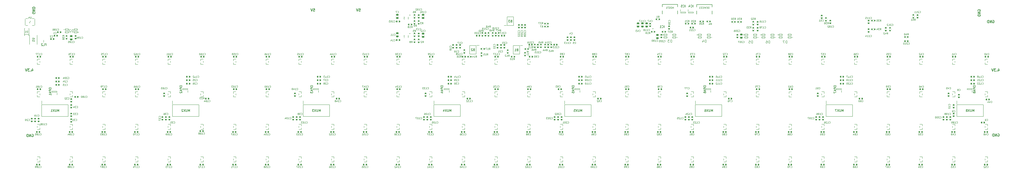
<source format=gbr>
%TF.GenerationSoftware,KiCad,Pcbnew,8.0.6*%
%TF.CreationDate,2025-09-01T21:23:37+02:00*%
%TF.ProjectId,JANKO_KICAD_5,4a414e4b-4f5f-44b4-9943-41445f352e6b,rev?*%
%TF.SameCoordinates,Original*%
%TF.FileFunction,Legend,Bot*%
%TF.FilePolarity,Positive*%
%FSLAX46Y46*%
G04 Gerber Fmt 4.6, Leading zero omitted, Abs format (unit mm)*
G04 Created by KiCad (PCBNEW 8.0.6) date 2025-09-01 21:23:37*
%MOMM*%
%LPD*%
G01*
G04 APERTURE LIST*
G04 Aperture macros list*
%AMRoundRect*
0 Rectangle with rounded corners*
0 $1 Rounding radius*
0 $2 $3 $4 $5 $6 $7 $8 $9 X,Y pos of 4 corners*
0 Add a 4 corners polygon primitive as box body*
4,1,4,$2,$3,$4,$5,$6,$7,$8,$9,$2,$3,0*
0 Add four circle primitives for the rounded corners*
1,1,$1+$1,$2,$3*
1,1,$1+$1,$4,$5*
1,1,$1+$1,$6,$7*
1,1,$1+$1,$8,$9*
0 Add four rect primitives between the rounded corners*
20,1,$1+$1,$2,$3,$4,$5,0*
20,1,$1+$1,$4,$5,$6,$7,0*
20,1,$1+$1,$6,$7,$8,$9,0*
20,1,$1+$1,$8,$9,$2,$3,0*%
G04 Aperture macros list end*
%ADD10C,0.300000*%
%ADD11C,0.150000*%
%ADD12C,0.254000*%
%ADD13C,0.127000*%
%ADD14C,0.120000*%
%ADD15C,0.152500*%
%ADD16C,0.200000*%
%ADD17C,0.250000*%
%ADD18C,0.152000*%
%ADD19C,0.000000*%
%ADD20C,0.100000*%
%ADD21C,3.500000*%
%ADD22RoundRect,0.102000X-0.900000X-0.410000X0.900000X-0.410000X0.900000X0.410000X-0.900000X0.410000X0*%
%ADD23R,1.750000X1.750000*%
%ADD24C,1.750000*%
%ADD25C,1.600000*%
%ADD26R,1.600000X1.600000*%
%ADD27C,1.300000*%
%ADD28C,2.050000*%
%ADD29C,2.690000*%
%ADD30C,2.120000*%
%ADD31R,2.800000X2.800000*%
%ADD32C,3.225000*%
%ADD33C,2.800000*%
%ADD34C,3.135000*%
%ADD35C,1.200000*%
%ADD36R,2.500000X2.500000*%
%ADD37C,2.500000*%
%ADD38RoundRect,0.102000X0.900000X0.410000X-0.900000X0.410000X-0.900000X-0.410000X0.900000X-0.410000X0*%
%ADD39R,1.635000X1.635000*%
%ADD40C,1.635000*%
%ADD41RoundRect,0.225000X0.225000X0.250000X-0.225000X0.250000X-0.225000X-0.250000X0.225000X-0.250000X0*%
%ADD42RoundRect,0.225000X-0.225000X-0.250000X0.225000X-0.250000X0.225000X0.250000X-0.225000X0.250000X0*%
%ADD43R,1.250000X0.700000*%
%ADD44RoundRect,0.225000X0.250000X-0.225000X0.250000X0.225000X-0.250000X0.225000X-0.250000X-0.225000X0*%
%ADD45RoundRect,0.250000X-0.475000X0.250000X-0.475000X-0.250000X0.475000X-0.250000X0.475000X0.250000X0*%
%ADD46RoundRect,0.200000X-0.275000X0.200000X-0.275000X-0.200000X0.275000X-0.200000X0.275000X0.200000X0*%
%ADD47RoundRect,0.225000X-0.250000X0.225000X-0.250000X-0.225000X0.250000X-0.225000X0.250000X0.225000X0*%
%ADD48RoundRect,0.200000X0.200000X0.275000X-0.200000X0.275000X-0.200000X-0.275000X0.200000X-0.275000X0*%
%ADD49R,0.650000X1.950000*%
%ADD50R,0.900000X0.300000*%
%ADD51R,0.300000X0.900000*%
%ADD52R,2.150000X2.150000*%
%ADD53RoundRect,0.200000X-0.200000X-0.275000X0.200000X-0.275000X0.200000X0.275000X-0.200000X0.275000X0*%
%ADD54RoundRect,0.250000X0.475000X-0.250000X0.475000X0.250000X-0.475000X0.250000X-0.475000X-0.250000X0*%
%ADD55RoundRect,0.200000X0.275000X-0.200000X0.275000X0.200000X-0.275000X0.200000X-0.275000X-0.200000X0*%
%ADD56O,1.200000X2.000000*%
%ADD57O,1.200000X1.800000*%
%ADD58R,0.300000X1.300000*%
%ADD59R,0.600000X1.200000*%
%ADD60R,1.475000X0.450000*%
%ADD61R,1.406500X3.499000*%
%ADD62R,1.150000X1.800000*%
%ADD63R,1.700000X1.250000*%
%ADD64R,0.850000X0.250000*%
%ADD65R,0.250000X0.850000*%
%ADD66R,1.700000X2.700000*%
%ADD67R,2.150000X2.200000*%
G04 APERTURE END LIST*
D10*
X5552632Y61949171D02*
X5552632Y60949171D01*
X5909774Y62520600D02*
X6266917Y61449171D01*
X6266917Y61449171D02*
X5338346Y61449171D01*
X4766918Y61092028D02*
X4695489Y61020600D01*
X4695489Y61020600D02*
X4766918Y60949171D01*
X4766918Y60949171D02*
X4838346Y61020600D01*
X4838346Y61020600D02*
X4766918Y61092028D01*
X4766918Y61092028D02*
X4766918Y60949171D01*
X4195489Y62449171D02*
X3266917Y62449171D01*
X3266917Y62449171D02*
X3766917Y61877742D01*
X3766917Y61877742D02*
X3552632Y61877742D01*
X3552632Y61877742D02*
X3409775Y61806314D01*
X3409775Y61806314D02*
X3338346Y61734885D01*
X3338346Y61734885D02*
X3266917Y61592028D01*
X3266917Y61592028D02*
X3266917Y61234885D01*
X3266917Y61234885D02*
X3338346Y61092028D01*
X3338346Y61092028D02*
X3409775Y61020600D01*
X3409775Y61020600D02*
X3552632Y60949171D01*
X3552632Y60949171D02*
X3981203Y60949171D01*
X3981203Y60949171D02*
X4124060Y61020600D01*
X4124060Y61020600D02*
X4195489Y61092028D01*
X2838346Y62449171D02*
X2338346Y60949171D01*
X2338346Y60949171D02*
X1838346Y62449171D01*
X7377742Y95340225D02*
X7449171Y95197368D01*
X7449171Y95197368D02*
X7449171Y94983082D01*
X7449171Y94983082D02*
X7377742Y94768796D01*
X7377742Y94768796D02*
X7234885Y94625939D01*
X7234885Y94625939D02*
X7092028Y94554510D01*
X7092028Y94554510D02*
X6806314Y94483082D01*
X6806314Y94483082D02*
X6592028Y94483082D01*
X6592028Y94483082D02*
X6306314Y94554510D01*
X6306314Y94554510D02*
X6163457Y94625939D01*
X6163457Y94625939D02*
X6020600Y94768796D01*
X6020600Y94768796D02*
X5949171Y94983082D01*
X5949171Y94983082D02*
X5949171Y95125939D01*
X5949171Y95125939D02*
X6020600Y95340225D01*
X6020600Y95340225D02*
X6092028Y95411653D01*
X6092028Y95411653D02*
X6592028Y95411653D01*
X6592028Y95411653D02*
X6592028Y95125939D01*
X5949171Y96054510D02*
X7449171Y96054510D01*
X7449171Y96054510D02*
X5949171Y96911653D01*
X5949171Y96911653D02*
X7449171Y96911653D01*
X5949171Y97625939D02*
X7449171Y97625939D01*
X7449171Y97625939D02*
X7449171Y97983082D01*
X7449171Y97983082D02*
X7377742Y98197368D01*
X7377742Y98197368D02*
X7234885Y98340225D01*
X7234885Y98340225D02*
X7092028Y98411654D01*
X7092028Y98411654D02*
X6806314Y98483082D01*
X6806314Y98483082D02*
X6592028Y98483082D01*
X6592028Y98483082D02*
X6306314Y98411654D01*
X6306314Y98411654D02*
X6163457Y98340225D01*
X6163457Y98340225D02*
X6020600Y98197368D01*
X6020600Y98197368D02*
X5949171Y97983082D01*
X5949171Y97983082D02*
X5949171Y97625939D01*
X555622257Y96159774D02*
X555550828Y96302632D01*
X555550828Y96302632D02*
X555550828Y96516917D01*
X555550828Y96516917D02*
X555622257Y96731203D01*
X555622257Y96731203D02*
X555765114Y96874060D01*
X555765114Y96874060D02*
X555907971Y96945489D01*
X555907971Y96945489D02*
X556193685Y97016917D01*
X556193685Y97016917D02*
X556407971Y97016917D01*
X556407971Y97016917D02*
X556693685Y96945489D01*
X556693685Y96945489D02*
X556836542Y96874060D01*
X556836542Y96874060D02*
X556979400Y96731203D01*
X556979400Y96731203D02*
X557050828Y96516917D01*
X557050828Y96516917D02*
X557050828Y96374060D01*
X557050828Y96374060D02*
X556979400Y96159774D01*
X556979400Y96159774D02*
X556907971Y96088346D01*
X556907971Y96088346D02*
X556407971Y96088346D01*
X556407971Y96088346D02*
X556407971Y96374060D01*
X557050828Y95445489D02*
X555550828Y95445489D01*
X555550828Y95445489D02*
X557050828Y94588346D01*
X557050828Y94588346D02*
X555550828Y94588346D01*
X557050828Y93874060D02*
X555550828Y93874060D01*
X555550828Y93874060D02*
X555550828Y93516917D01*
X555550828Y93516917D02*
X555622257Y93302631D01*
X555622257Y93302631D02*
X555765114Y93159774D01*
X555765114Y93159774D02*
X555907971Y93088345D01*
X555907971Y93088345D02*
X556193685Y93016917D01*
X556193685Y93016917D02*
X556407971Y93016917D01*
X556407971Y93016917D02*
X556693685Y93088345D01*
X556693685Y93088345D02*
X556836542Y93159774D01*
X556836542Y93159774D02*
X556979400Y93302631D01*
X556979400Y93302631D02*
X557050828Y93516917D01*
X557050828Y93516917D02*
X557050828Y93874060D01*
X195731203Y97449171D02*
X196445489Y97449171D01*
X196445489Y97449171D02*
X196516917Y96734885D01*
X196516917Y96734885D02*
X196445489Y96806314D01*
X196445489Y96806314D02*
X196302632Y96877742D01*
X196302632Y96877742D02*
X195945489Y96877742D01*
X195945489Y96877742D02*
X195802632Y96806314D01*
X195802632Y96806314D02*
X195731203Y96734885D01*
X195731203Y96734885D02*
X195659774Y96592028D01*
X195659774Y96592028D02*
X195659774Y96234885D01*
X195659774Y96234885D02*
X195731203Y96092028D01*
X195731203Y96092028D02*
X195802632Y96020600D01*
X195802632Y96020600D02*
X195945489Y95949171D01*
X195945489Y95949171D02*
X196302632Y95949171D01*
X196302632Y95949171D02*
X196445489Y96020600D01*
X196445489Y96020600D02*
X196516917Y96092028D01*
X195231203Y97449171D02*
X194731203Y95949171D01*
X194731203Y95949171D02*
X194231203Y97449171D01*
X169231203Y97449171D02*
X169945489Y97449171D01*
X169945489Y97449171D02*
X170016917Y96734885D01*
X170016917Y96734885D02*
X169945489Y96806314D01*
X169945489Y96806314D02*
X169802632Y96877742D01*
X169802632Y96877742D02*
X169445489Y96877742D01*
X169445489Y96877742D02*
X169302632Y96806314D01*
X169302632Y96806314D02*
X169231203Y96734885D01*
X169231203Y96734885D02*
X169159774Y96592028D01*
X169159774Y96592028D02*
X169159774Y96234885D01*
X169159774Y96234885D02*
X169231203Y96092028D01*
X169231203Y96092028D02*
X169302632Y96020600D01*
X169302632Y96020600D02*
X169445489Y95949171D01*
X169445489Y95949171D02*
X169802632Y95949171D01*
X169802632Y95949171D02*
X169945489Y96020600D01*
X169945489Y96020600D02*
X170016917Y96092028D01*
X168731203Y97449171D02*
X168231203Y95949171D01*
X168231203Y95949171D02*
X167731203Y97449171D01*
X567159774Y24377742D02*
X567302632Y24449171D01*
X567302632Y24449171D02*
X567516917Y24449171D01*
X567516917Y24449171D02*
X567731203Y24377742D01*
X567731203Y24377742D02*
X567874060Y24234885D01*
X567874060Y24234885D02*
X567945489Y24092028D01*
X567945489Y24092028D02*
X568016917Y23806314D01*
X568016917Y23806314D02*
X568016917Y23592028D01*
X568016917Y23592028D02*
X567945489Y23306314D01*
X567945489Y23306314D02*
X567874060Y23163457D01*
X567874060Y23163457D02*
X567731203Y23020600D01*
X567731203Y23020600D02*
X567516917Y22949171D01*
X567516917Y22949171D02*
X567374060Y22949171D01*
X567374060Y22949171D02*
X567159774Y23020600D01*
X567159774Y23020600D02*
X567088346Y23092028D01*
X567088346Y23092028D02*
X567088346Y23592028D01*
X567088346Y23592028D02*
X567374060Y23592028D01*
X566445489Y22949171D02*
X566445489Y24449171D01*
X566445489Y24449171D02*
X565588346Y22949171D01*
X565588346Y22949171D02*
X565588346Y24449171D01*
X564874060Y22949171D02*
X564874060Y24449171D01*
X564874060Y24449171D02*
X564516917Y24449171D01*
X564516917Y24449171D02*
X564302631Y24377742D01*
X564302631Y24377742D02*
X564159774Y24234885D01*
X564159774Y24234885D02*
X564088345Y24092028D01*
X564088345Y24092028D02*
X564016917Y23806314D01*
X564016917Y23806314D02*
X564016917Y23592028D01*
X564016917Y23592028D02*
X564088345Y23306314D01*
X564088345Y23306314D02*
X564159774Y23163457D01*
X564159774Y23163457D02*
X564302631Y23020600D01*
X564302631Y23020600D02*
X564516917Y22949171D01*
X564516917Y22949171D02*
X564874060Y22949171D01*
X564159774Y90627742D02*
X564302632Y90699171D01*
X564302632Y90699171D02*
X564516917Y90699171D01*
X564516917Y90699171D02*
X564731203Y90627742D01*
X564731203Y90627742D02*
X564874060Y90484885D01*
X564874060Y90484885D02*
X564945489Y90342028D01*
X564945489Y90342028D02*
X565016917Y90056314D01*
X565016917Y90056314D02*
X565016917Y89842028D01*
X565016917Y89842028D02*
X564945489Y89556314D01*
X564945489Y89556314D02*
X564874060Y89413457D01*
X564874060Y89413457D02*
X564731203Y89270600D01*
X564731203Y89270600D02*
X564516917Y89199171D01*
X564516917Y89199171D02*
X564374060Y89199171D01*
X564374060Y89199171D02*
X564159774Y89270600D01*
X564159774Y89270600D02*
X564088346Y89342028D01*
X564088346Y89342028D02*
X564088346Y89842028D01*
X564088346Y89842028D02*
X564374060Y89842028D01*
X563445489Y89199171D02*
X563445489Y90699171D01*
X563445489Y90699171D02*
X562588346Y89199171D01*
X562588346Y89199171D02*
X562588346Y90699171D01*
X561874060Y89199171D02*
X561874060Y90699171D01*
X561874060Y90699171D02*
X561516917Y90699171D01*
X561516917Y90699171D02*
X561302631Y90627742D01*
X561302631Y90627742D02*
X561159774Y90484885D01*
X561159774Y90484885D02*
X561088345Y90342028D01*
X561088345Y90342028D02*
X561016917Y90056314D01*
X561016917Y90056314D02*
X561016917Y89842028D01*
X561016917Y89842028D02*
X561088345Y89556314D01*
X561088345Y89556314D02*
X561159774Y89413457D01*
X561159774Y89413457D02*
X561302631Y89270600D01*
X561302631Y89270600D02*
X561516917Y89199171D01*
X561516917Y89199171D02*
X561874060Y89199171D01*
X5659774Y24127742D02*
X5802632Y24199171D01*
X5802632Y24199171D02*
X6016917Y24199171D01*
X6016917Y24199171D02*
X6231203Y24127742D01*
X6231203Y24127742D02*
X6374060Y23984885D01*
X6374060Y23984885D02*
X6445489Y23842028D01*
X6445489Y23842028D02*
X6516917Y23556314D01*
X6516917Y23556314D02*
X6516917Y23342028D01*
X6516917Y23342028D02*
X6445489Y23056314D01*
X6445489Y23056314D02*
X6374060Y22913457D01*
X6374060Y22913457D02*
X6231203Y22770600D01*
X6231203Y22770600D02*
X6016917Y22699171D01*
X6016917Y22699171D02*
X5874060Y22699171D01*
X5874060Y22699171D02*
X5659774Y22770600D01*
X5659774Y22770600D02*
X5588346Y22842028D01*
X5588346Y22842028D02*
X5588346Y23342028D01*
X5588346Y23342028D02*
X5874060Y23342028D01*
X4945489Y22699171D02*
X4945489Y24199171D01*
X4945489Y24199171D02*
X4088346Y22699171D01*
X4088346Y22699171D02*
X4088346Y24199171D01*
X3374060Y22699171D02*
X3374060Y24199171D01*
X3374060Y24199171D02*
X3016917Y24199171D01*
X3016917Y24199171D02*
X2802631Y24127742D01*
X2802631Y24127742D02*
X2659774Y23984885D01*
X2659774Y23984885D02*
X2588345Y23842028D01*
X2588345Y23842028D02*
X2516917Y23556314D01*
X2516917Y23556314D02*
X2516917Y23342028D01*
X2516917Y23342028D02*
X2588345Y23056314D01*
X2588345Y23056314D02*
X2659774Y22913457D01*
X2659774Y22913457D02*
X2802631Y22770600D01*
X2802631Y22770600D02*
X3016917Y22699171D01*
X3016917Y22699171D02*
X3374060Y22699171D01*
X567302632Y61949171D02*
X567302632Y60949171D01*
X567659774Y62520600D02*
X568016917Y61449171D01*
X568016917Y61449171D02*
X567088346Y61449171D01*
X566516918Y61092028D02*
X566445489Y61020600D01*
X566445489Y61020600D02*
X566516918Y60949171D01*
X566516918Y60949171D02*
X566588346Y61020600D01*
X566588346Y61020600D02*
X566516918Y61092028D01*
X566516918Y61092028D02*
X566516918Y60949171D01*
X565945489Y62449171D02*
X565016917Y62449171D01*
X565016917Y62449171D02*
X565516917Y61877742D01*
X565516917Y61877742D02*
X565302632Y61877742D01*
X565302632Y61877742D02*
X565159775Y61806314D01*
X565159775Y61806314D02*
X565088346Y61734885D01*
X565088346Y61734885D02*
X565016917Y61592028D01*
X565016917Y61592028D02*
X565016917Y61234885D01*
X565016917Y61234885D02*
X565088346Y61092028D01*
X565088346Y61092028D02*
X565159775Y61020600D01*
X565159775Y61020600D02*
X565302632Y60949171D01*
X565302632Y60949171D02*
X565731203Y60949171D01*
X565731203Y60949171D02*
X565874060Y61020600D01*
X565874060Y61020600D02*
X565945489Y61092028D01*
X564588346Y62449171D02*
X564088346Y60949171D01*
X564088346Y60949171D02*
X563588346Y62449171D01*
D11*
X377607142Y77813871D02*
X377607142Y79313871D01*
X377607142Y79313871D02*
X377249999Y79313871D01*
X377249999Y79313871D02*
X377035713Y79242442D01*
X377035713Y79242442D02*
X376892856Y79099585D01*
X376892856Y79099585D02*
X376821427Y78956728D01*
X376821427Y78956728D02*
X376749999Y78671014D01*
X376749999Y78671014D02*
X376749999Y78456728D01*
X376749999Y78456728D02*
X376821427Y78171014D01*
X376821427Y78171014D02*
X376892856Y78028157D01*
X376892856Y78028157D02*
X377035713Y77885300D01*
X377035713Y77885300D02*
X377249999Y77813871D01*
X377249999Y77813871D02*
X377607142Y77813871D01*
X376249999Y79313871D02*
X375321427Y79313871D01*
X375321427Y79313871D02*
X375821427Y78742442D01*
X375821427Y78742442D02*
X375607142Y78742442D01*
X375607142Y78742442D02*
X375464285Y78671014D01*
X375464285Y78671014D02*
X375392856Y78599585D01*
X375392856Y78599585D02*
X375321427Y78456728D01*
X375321427Y78456728D02*
X375321427Y78099585D01*
X375321427Y78099585D02*
X375392856Y77956728D01*
X375392856Y77956728D02*
X375464285Y77885300D01*
X375464285Y77885300D02*
X375607142Y77813871D01*
X375607142Y77813871D02*
X376035713Y77813871D01*
X376035713Y77813871D02*
X376178570Y77885300D01*
X376178570Y77885300D02*
X376249999Y77956728D01*
X397607142Y77813871D02*
X397607142Y79313871D01*
X397607142Y79313871D02*
X397249999Y79313871D01*
X397249999Y79313871D02*
X397035713Y79242442D01*
X397035713Y79242442D02*
X396892856Y79099585D01*
X396892856Y79099585D02*
X396821427Y78956728D01*
X396821427Y78956728D02*
X396749999Y78671014D01*
X396749999Y78671014D02*
X396749999Y78456728D01*
X396749999Y78456728D02*
X396821427Y78171014D01*
X396821427Y78171014D02*
X396892856Y78028157D01*
X396892856Y78028157D02*
X397035713Y77885300D01*
X397035713Y77885300D02*
X397249999Y77813871D01*
X397249999Y77813871D02*
X397607142Y77813871D01*
X395464285Y78813871D02*
X395464285Y77813871D01*
X395821427Y79385300D02*
X396178570Y78313871D01*
X396178570Y78313871D02*
X395249999Y78313871D01*
X434607142Y77313871D02*
X434607142Y78813871D01*
X434607142Y78813871D02*
X434249999Y78813871D01*
X434249999Y78813871D02*
X434035713Y78742442D01*
X434035713Y78742442D02*
X433892856Y78599585D01*
X433892856Y78599585D02*
X433821427Y78456728D01*
X433821427Y78456728D02*
X433749999Y78171014D01*
X433749999Y78171014D02*
X433749999Y77956728D01*
X433749999Y77956728D02*
X433821427Y77671014D01*
X433821427Y77671014D02*
X433892856Y77528157D01*
X433892856Y77528157D02*
X434035713Y77385300D01*
X434035713Y77385300D02*
X434249999Y77313871D01*
X434249999Y77313871D02*
X434607142Y77313871D01*
X432464285Y78813871D02*
X432749999Y78813871D01*
X432749999Y78813871D02*
X432892856Y78742442D01*
X432892856Y78742442D02*
X432964285Y78671014D01*
X432964285Y78671014D02*
X433107142Y78456728D01*
X433107142Y78456728D02*
X433178570Y78171014D01*
X433178570Y78171014D02*
X433178570Y77599585D01*
X433178570Y77599585D02*
X433107142Y77456728D01*
X433107142Y77456728D02*
X433035713Y77385300D01*
X433035713Y77385300D02*
X432892856Y77313871D01*
X432892856Y77313871D02*
X432607142Y77313871D01*
X432607142Y77313871D02*
X432464285Y77385300D01*
X432464285Y77385300D02*
X432392856Y77456728D01*
X432392856Y77456728D02*
X432321427Y77599585D01*
X432321427Y77599585D02*
X432321427Y77956728D01*
X432321427Y77956728D02*
X432392856Y78099585D01*
X432392856Y78099585D02*
X432464285Y78171014D01*
X432464285Y78171014D02*
X432607142Y78242442D01*
X432607142Y78242442D02*
X432892856Y78242442D01*
X432892856Y78242442D02*
X433035713Y78171014D01*
X433035713Y78171014D02*
X433107142Y78099585D01*
X433107142Y78099585D02*
X433178570Y77956728D01*
X444607142Y77313871D02*
X444607142Y78813871D01*
X444607142Y78813871D02*
X444249999Y78813871D01*
X444249999Y78813871D02*
X444035713Y78742442D01*
X444035713Y78742442D02*
X443892856Y78599585D01*
X443892856Y78599585D02*
X443821427Y78456728D01*
X443821427Y78456728D02*
X443749999Y78171014D01*
X443749999Y78171014D02*
X443749999Y77956728D01*
X443749999Y77956728D02*
X443821427Y77671014D01*
X443821427Y77671014D02*
X443892856Y77528157D01*
X443892856Y77528157D02*
X444035713Y77385300D01*
X444035713Y77385300D02*
X444249999Y77313871D01*
X444249999Y77313871D02*
X444607142Y77313871D01*
X443249999Y78813871D02*
X442249999Y78813871D01*
X442249999Y78813871D02*
X442892856Y77313871D01*
X424607142Y77313871D02*
X424607142Y78813871D01*
X424607142Y78813871D02*
X424249999Y78813871D01*
X424249999Y78813871D02*
X424035713Y78742442D01*
X424035713Y78742442D02*
X423892856Y78599585D01*
X423892856Y78599585D02*
X423821427Y78456728D01*
X423821427Y78456728D02*
X423749999Y78171014D01*
X423749999Y78171014D02*
X423749999Y77956728D01*
X423749999Y77956728D02*
X423821427Y77671014D01*
X423821427Y77671014D02*
X423892856Y77528157D01*
X423892856Y77528157D02*
X424035713Y77385300D01*
X424035713Y77385300D02*
X424249999Y77313871D01*
X424249999Y77313871D02*
X424607142Y77313871D01*
X422392856Y78813871D02*
X423107142Y78813871D01*
X423107142Y78813871D02*
X423178570Y78099585D01*
X423178570Y78099585D02*
X423107142Y78171014D01*
X423107142Y78171014D02*
X422964285Y78242442D01*
X422964285Y78242442D02*
X422607142Y78242442D01*
X422607142Y78242442D02*
X422464285Y78171014D01*
X422464285Y78171014D02*
X422392856Y78099585D01*
X422392856Y78099585D02*
X422321427Y77956728D01*
X422321427Y77956728D02*
X422321427Y77599585D01*
X422321427Y77599585D02*
X422392856Y77456728D01*
X422392856Y77456728D02*
X422464285Y77385300D01*
X422464285Y77385300D02*
X422607142Y77313871D01*
X422607142Y77313871D02*
X422964285Y77313871D01*
X422964285Y77313871D02*
X423107142Y77385300D01*
X423107142Y77385300D02*
X423178570Y77456728D01*
X29607142Y83813871D02*
X29607142Y85313871D01*
X29607142Y85313871D02*
X29249999Y85313871D01*
X29249999Y85313871D02*
X29035713Y85242442D01*
X29035713Y85242442D02*
X28892856Y85099585D01*
X28892856Y85099585D02*
X28821427Y84956728D01*
X28821427Y84956728D02*
X28749999Y84671014D01*
X28749999Y84671014D02*
X28749999Y84456728D01*
X28749999Y84456728D02*
X28821427Y84171014D01*
X28821427Y84171014D02*
X28892856Y84028157D01*
X28892856Y84028157D02*
X29035713Y83885300D01*
X29035713Y83885300D02*
X29249999Y83813871D01*
X29249999Y83813871D02*
X29607142Y83813871D01*
X28178570Y85171014D02*
X28107142Y85242442D01*
X28107142Y85242442D02*
X27964285Y85313871D01*
X27964285Y85313871D02*
X27607142Y85313871D01*
X27607142Y85313871D02*
X27464285Y85242442D01*
X27464285Y85242442D02*
X27392856Y85171014D01*
X27392856Y85171014D02*
X27321427Y85028157D01*
X27321427Y85028157D02*
X27321427Y84885300D01*
X27321427Y84885300D02*
X27392856Y84671014D01*
X27392856Y84671014D02*
X28249999Y83813871D01*
X28249999Y83813871D02*
X27321427Y83813871D01*
X200619047Y51640419D02*
X200666666Y51592800D01*
X200666666Y51592800D02*
X200809523Y51545180D01*
X200809523Y51545180D02*
X200904761Y51545180D01*
X200904761Y51545180D02*
X201047618Y51592800D01*
X201047618Y51592800D02*
X201142856Y51688038D01*
X201142856Y51688038D02*
X201190475Y51783276D01*
X201190475Y51783276D02*
X201238094Y51973752D01*
X201238094Y51973752D02*
X201238094Y52116609D01*
X201238094Y52116609D02*
X201190475Y52307085D01*
X201190475Y52307085D02*
X201142856Y52402323D01*
X201142856Y52402323D02*
X201047618Y52497561D01*
X201047618Y52497561D02*
X200904761Y52545180D01*
X200904761Y52545180D02*
X200809523Y52545180D01*
X200809523Y52545180D02*
X200666666Y52497561D01*
X200666666Y52497561D02*
X200619047Y52449942D01*
X199666666Y51545180D02*
X200238094Y51545180D01*
X199952380Y51545180D02*
X199952380Y52545180D01*
X199952380Y52545180D02*
X200047618Y52402323D01*
X200047618Y52402323D02*
X200142856Y52307085D01*
X200142856Y52307085D02*
X200238094Y52259466D01*
X198809523Y52211847D02*
X198809523Y51545180D01*
X199047618Y52592800D02*
X199285713Y51878514D01*
X199285713Y51878514D02*
X198666666Y51878514D01*
X198380951Y52545180D02*
X197714285Y52545180D01*
X197714285Y52545180D02*
X198142856Y51545180D01*
X19141666Y82890419D02*
X19189285Y82842800D01*
X19189285Y82842800D02*
X19332142Y82795180D01*
X19332142Y82795180D02*
X19427380Y82795180D01*
X19427380Y82795180D02*
X19570237Y82842800D01*
X19570237Y82842800D02*
X19665475Y82938038D01*
X19665475Y82938038D02*
X19713094Y83033276D01*
X19713094Y83033276D02*
X19760713Y83223752D01*
X19760713Y83223752D02*
X19760713Y83366609D01*
X19760713Y83366609D02*
X19713094Y83557085D01*
X19713094Y83557085D02*
X19665475Y83652323D01*
X19665475Y83652323D02*
X19570237Y83747561D01*
X19570237Y83747561D02*
X19427380Y83795180D01*
X19427380Y83795180D02*
X19332142Y83795180D01*
X19332142Y83795180D02*
X19189285Y83747561D01*
X19189285Y83747561D02*
X19141666Y83699942D01*
X18189285Y82795180D02*
X18760713Y82795180D01*
X18474999Y82795180D02*
X18474999Y83795180D01*
X18474999Y83795180D02*
X18570237Y83652323D01*
X18570237Y83652323D02*
X18665475Y83557085D01*
X18665475Y83557085D02*
X18760713Y83509466D01*
X48394047Y4710419D02*
X48441666Y4662800D01*
X48441666Y4662800D02*
X48584523Y4615180D01*
X48584523Y4615180D02*
X48679761Y4615180D01*
X48679761Y4615180D02*
X48822618Y4662800D01*
X48822618Y4662800D02*
X48917856Y4758038D01*
X48917856Y4758038D02*
X48965475Y4853276D01*
X48965475Y4853276D02*
X49013094Y5043752D01*
X49013094Y5043752D02*
X49013094Y5186609D01*
X49013094Y5186609D02*
X48965475Y5377085D01*
X48965475Y5377085D02*
X48917856Y5472323D01*
X48917856Y5472323D02*
X48822618Y5567561D01*
X48822618Y5567561D02*
X48679761Y5615180D01*
X48679761Y5615180D02*
X48584523Y5615180D01*
X48584523Y5615180D02*
X48441666Y5567561D01*
X48441666Y5567561D02*
X48394047Y5519942D01*
X47441666Y4615180D02*
X48013094Y4615180D01*
X47727380Y4615180D02*
X47727380Y5615180D01*
X47727380Y5615180D02*
X47822618Y5472323D01*
X47822618Y5472323D02*
X47917856Y5377085D01*
X47917856Y5377085D02*
X48013094Y5329466D01*
X46870237Y5186609D02*
X46965475Y5234228D01*
X46965475Y5234228D02*
X47013094Y5281847D01*
X47013094Y5281847D02*
X47060713Y5377085D01*
X47060713Y5377085D02*
X47060713Y5424704D01*
X47060713Y5424704D02*
X47013094Y5519942D01*
X47013094Y5519942D02*
X46965475Y5567561D01*
X46965475Y5567561D02*
X46870237Y5615180D01*
X46870237Y5615180D02*
X46679761Y5615180D01*
X46679761Y5615180D02*
X46584523Y5567561D01*
X46584523Y5567561D02*
X46536904Y5519942D01*
X46536904Y5519942D02*
X46489285Y5424704D01*
X46489285Y5424704D02*
X46489285Y5377085D01*
X46489285Y5377085D02*
X46536904Y5281847D01*
X46536904Y5281847D02*
X46584523Y5234228D01*
X46584523Y5234228D02*
X46679761Y5186609D01*
X46679761Y5186609D02*
X46870237Y5186609D01*
X46870237Y5186609D02*
X46965475Y5138990D01*
X46965475Y5138990D02*
X47013094Y5091371D01*
X47013094Y5091371D02*
X47060713Y4996133D01*
X47060713Y4996133D02*
X47060713Y4805657D01*
X47060713Y4805657D02*
X47013094Y4710419D01*
X47013094Y4710419D02*
X46965475Y4662800D01*
X46965475Y4662800D02*
X46870237Y4615180D01*
X46870237Y4615180D02*
X46679761Y4615180D01*
X46679761Y4615180D02*
X46584523Y4662800D01*
X46584523Y4662800D02*
X46536904Y4710419D01*
X46536904Y4710419D02*
X46489285Y4805657D01*
X46489285Y4805657D02*
X46489285Y4996133D01*
X46489285Y4996133D02*
X46536904Y5091371D01*
X46536904Y5091371D02*
X46584523Y5138990D01*
X46584523Y5138990D02*
X46679761Y5186609D01*
X46155951Y5615180D02*
X45489285Y5615180D01*
X45489285Y5615180D02*
X45917856Y4615180D01*
X236619047Y35640419D02*
X236666666Y35592800D01*
X236666666Y35592800D02*
X236809523Y35545180D01*
X236809523Y35545180D02*
X236904761Y35545180D01*
X236904761Y35545180D02*
X237047618Y35592800D01*
X237047618Y35592800D02*
X237142856Y35688038D01*
X237142856Y35688038D02*
X237190475Y35783276D01*
X237190475Y35783276D02*
X237238094Y35973752D01*
X237238094Y35973752D02*
X237238094Y36116609D01*
X237238094Y36116609D02*
X237190475Y36307085D01*
X237190475Y36307085D02*
X237142856Y36402323D01*
X237142856Y36402323D02*
X237047618Y36497561D01*
X237047618Y36497561D02*
X236904761Y36545180D01*
X236904761Y36545180D02*
X236809523Y36545180D01*
X236809523Y36545180D02*
X236666666Y36497561D01*
X236666666Y36497561D02*
X236619047Y36449942D01*
X235666666Y35545180D02*
X236238094Y35545180D01*
X235952380Y35545180D02*
X235952380Y36545180D01*
X235952380Y36545180D02*
X236047618Y36402323D01*
X236047618Y36402323D02*
X236142856Y36307085D01*
X236142856Y36307085D02*
X236238094Y36259466D01*
X235047618Y36545180D02*
X234952380Y36545180D01*
X234952380Y36545180D02*
X234857142Y36497561D01*
X234857142Y36497561D02*
X234809523Y36449942D01*
X234809523Y36449942D02*
X234761904Y36354704D01*
X234761904Y36354704D02*
X234714285Y36164228D01*
X234714285Y36164228D02*
X234714285Y35926133D01*
X234714285Y35926133D02*
X234761904Y35735657D01*
X234761904Y35735657D02*
X234809523Y35640419D01*
X234809523Y35640419D02*
X234857142Y35592800D01*
X234857142Y35592800D02*
X234952380Y35545180D01*
X234952380Y35545180D02*
X235047618Y35545180D01*
X235047618Y35545180D02*
X235142856Y35592800D01*
X235142856Y35592800D02*
X235190475Y35640419D01*
X235190475Y35640419D02*
X235238094Y35735657D01*
X235238094Y35735657D02*
X235285713Y35926133D01*
X235285713Y35926133D02*
X235285713Y36164228D01*
X235285713Y36164228D02*
X235238094Y36354704D01*
X235238094Y36354704D02*
X235190475Y36449942D01*
X235190475Y36449942D02*
X235142856Y36497561D01*
X235142856Y36497561D02*
X235047618Y36545180D01*
X233857142Y36545180D02*
X234047618Y36545180D01*
X234047618Y36545180D02*
X234142856Y36497561D01*
X234142856Y36497561D02*
X234190475Y36449942D01*
X234190475Y36449942D02*
X234285713Y36307085D01*
X234285713Y36307085D02*
X234333332Y36116609D01*
X234333332Y36116609D02*
X234333332Y35735657D01*
X234333332Y35735657D02*
X234285713Y35640419D01*
X234285713Y35640419D02*
X234238094Y35592800D01*
X234238094Y35592800D02*
X234142856Y35545180D01*
X234142856Y35545180D02*
X233952380Y35545180D01*
X233952380Y35545180D02*
X233857142Y35592800D01*
X233857142Y35592800D02*
X233809523Y35640419D01*
X233809523Y35640419D02*
X233761904Y35735657D01*
X233761904Y35735657D02*
X233761904Y35973752D01*
X233761904Y35973752D02*
X233809523Y36068990D01*
X233809523Y36068990D02*
X233857142Y36116609D01*
X233857142Y36116609D02*
X233952380Y36164228D01*
X233952380Y36164228D02*
X234142856Y36164228D01*
X234142856Y36164228D02*
X234238094Y36116609D01*
X234238094Y36116609D02*
X234285713Y36068990D01*
X234285713Y36068990D02*
X234333332Y35973752D01*
X317119047Y30640419D02*
X317166666Y30592800D01*
X317166666Y30592800D02*
X317309523Y30545180D01*
X317309523Y30545180D02*
X317404761Y30545180D01*
X317404761Y30545180D02*
X317547618Y30592800D01*
X317547618Y30592800D02*
X317642856Y30688038D01*
X317642856Y30688038D02*
X317690475Y30783276D01*
X317690475Y30783276D02*
X317738094Y30973752D01*
X317738094Y30973752D02*
X317738094Y31116609D01*
X317738094Y31116609D02*
X317690475Y31307085D01*
X317690475Y31307085D02*
X317642856Y31402323D01*
X317642856Y31402323D02*
X317547618Y31497561D01*
X317547618Y31497561D02*
X317404761Y31545180D01*
X317404761Y31545180D02*
X317309523Y31545180D01*
X317309523Y31545180D02*
X317166666Y31497561D01*
X317166666Y31497561D02*
X317119047Y31449942D01*
X316738094Y31449942D02*
X316690475Y31497561D01*
X316690475Y31497561D02*
X316595237Y31545180D01*
X316595237Y31545180D02*
X316357142Y31545180D01*
X316357142Y31545180D02*
X316261904Y31497561D01*
X316261904Y31497561D02*
X316214285Y31449942D01*
X316214285Y31449942D02*
X316166666Y31354704D01*
X316166666Y31354704D02*
X316166666Y31259466D01*
X316166666Y31259466D02*
X316214285Y31116609D01*
X316214285Y31116609D02*
X316785713Y30545180D01*
X316785713Y30545180D02*
X316166666Y30545180D01*
X315547618Y31545180D02*
X315452380Y31545180D01*
X315452380Y31545180D02*
X315357142Y31497561D01*
X315357142Y31497561D02*
X315309523Y31449942D01*
X315309523Y31449942D02*
X315261904Y31354704D01*
X315261904Y31354704D02*
X315214285Y31164228D01*
X315214285Y31164228D02*
X315214285Y30926133D01*
X315214285Y30926133D02*
X315261904Y30735657D01*
X315261904Y30735657D02*
X315309523Y30640419D01*
X315309523Y30640419D02*
X315357142Y30592800D01*
X315357142Y30592800D02*
X315452380Y30545180D01*
X315452380Y30545180D02*
X315547618Y30545180D01*
X315547618Y30545180D02*
X315642856Y30592800D01*
X315642856Y30592800D02*
X315690475Y30640419D01*
X315690475Y30640419D02*
X315738094Y30735657D01*
X315738094Y30735657D02*
X315785713Y30926133D01*
X315785713Y30926133D02*
X315785713Y31164228D01*
X315785713Y31164228D02*
X315738094Y31354704D01*
X315738094Y31354704D02*
X315690475Y31449942D01*
X315690475Y31449942D02*
X315642856Y31497561D01*
X315642856Y31497561D02*
X315547618Y31545180D01*
X314261904Y30545180D02*
X314833332Y30545180D01*
X314547618Y30545180D02*
X314547618Y31545180D01*
X314547618Y31545180D02*
X314642856Y31402323D01*
X314642856Y31402323D02*
X314738094Y31307085D01*
X314738094Y31307085D02*
X314833332Y31259466D01*
X522917857Y23710419D02*
X522965476Y23662800D01*
X522965476Y23662800D02*
X523108333Y23615180D01*
X523108333Y23615180D02*
X523203571Y23615180D01*
X523203571Y23615180D02*
X523346428Y23662800D01*
X523346428Y23662800D02*
X523441666Y23758038D01*
X523441666Y23758038D02*
X523489285Y23853276D01*
X523489285Y23853276D02*
X523536904Y24043752D01*
X523536904Y24043752D02*
X523536904Y24186609D01*
X523536904Y24186609D02*
X523489285Y24377085D01*
X523489285Y24377085D02*
X523441666Y24472323D01*
X523441666Y24472323D02*
X523346428Y24567561D01*
X523346428Y24567561D02*
X523203571Y24615180D01*
X523203571Y24615180D02*
X523108333Y24615180D01*
X523108333Y24615180D02*
X522965476Y24567561D01*
X522965476Y24567561D02*
X522917857Y24519942D01*
X522013095Y24615180D02*
X522489285Y24615180D01*
X522489285Y24615180D02*
X522536904Y24138990D01*
X522536904Y24138990D02*
X522489285Y24186609D01*
X522489285Y24186609D02*
X522394047Y24234228D01*
X522394047Y24234228D02*
X522155952Y24234228D01*
X522155952Y24234228D02*
X522060714Y24186609D01*
X522060714Y24186609D02*
X522013095Y24138990D01*
X522013095Y24138990D02*
X521965476Y24043752D01*
X521965476Y24043752D02*
X521965476Y23805657D01*
X521965476Y23805657D02*
X522013095Y23710419D01*
X522013095Y23710419D02*
X522060714Y23662800D01*
X522060714Y23662800D02*
X522155952Y23615180D01*
X522155952Y23615180D02*
X522394047Y23615180D01*
X522394047Y23615180D02*
X522489285Y23662800D01*
X522489285Y23662800D02*
X522536904Y23710419D01*
X521346428Y24615180D02*
X521251190Y24615180D01*
X521251190Y24615180D02*
X521155952Y24567561D01*
X521155952Y24567561D02*
X521108333Y24519942D01*
X521108333Y24519942D02*
X521060714Y24424704D01*
X521060714Y24424704D02*
X521013095Y24234228D01*
X521013095Y24234228D02*
X521013095Y23996133D01*
X521013095Y23996133D02*
X521060714Y23805657D01*
X521060714Y23805657D02*
X521108333Y23710419D01*
X521108333Y23710419D02*
X521155952Y23662800D01*
X521155952Y23662800D02*
X521251190Y23615180D01*
X521251190Y23615180D02*
X521346428Y23615180D01*
X521346428Y23615180D02*
X521441666Y23662800D01*
X521441666Y23662800D02*
X521489285Y23710419D01*
X521489285Y23710419D02*
X521536904Y23805657D01*
X521536904Y23805657D02*
X521584523Y23996133D01*
X521584523Y23996133D02*
X521584523Y24234228D01*
X521584523Y24234228D02*
X521536904Y24424704D01*
X521536904Y24424704D02*
X521489285Y24519942D01*
X521489285Y24519942D02*
X521441666Y24567561D01*
X521441666Y24567561D02*
X521346428Y24615180D01*
X368869047Y78390419D02*
X368916666Y78342800D01*
X368916666Y78342800D02*
X369059523Y78295180D01*
X369059523Y78295180D02*
X369154761Y78295180D01*
X369154761Y78295180D02*
X369297618Y78342800D01*
X369297618Y78342800D02*
X369392856Y78438038D01*
X369392856Y78438038D02*
X369440475Y78533276D01*
X369440475Y78533276D02*
X369488094Y78723752D01*
X369488094Y78723752D02*
X369488094Y78866609D01*
X369488094Y78866609D02*
X369440475Y79057085D01*
X369440475Y79057085D02*
X369392856Y79152323D01*
X369392856Y79152323D02*
X369297618Y79247561D01*
X369297618Y79247561D02*
X369154761Y79295180D01*
X369154761Y79295180D02*
X369059523Y79295180D01*
X369059523Y79295180D02*
X368916666Y79247561D01*
X368916666Y79247561D02*
X368869047Y79199942D01*
X367916666Y78295180D02*
X368488094Y78295180D01*
X368202380Y78295180D02*
X368202380Y79295180D01*
X368202380Y79295180D02*
X368297618Y79152323D01*
X368297618Y79152323D02*
X368392856Y79057085D01*
X368392856Y79057085D02*
X368488094Y79009466D01*
X367440475Y78295180D02*
X367249999Y78295180D01*
X367249999Y78295180D02*
X367154761Y78342800D01*
X367154761Y78342800D02*
X367107142Y78390419D01*
X367107142Y78390419D02*
X367011904Y78533276D01*
X367011904Y78533276D02*
X366964285Y78723752D01*
X366964285Y78723752D02*
X366964285Y79104704D01*
X366964285Y79104704D02*
X367011904Y79199942D01*
X367011904Y79199942D02*
X367059523Y79247561D01*
X367059523Y79247561D02*
X367154761Y79295180D01*
X367154761Y79295180D02*
X367345237Y79295180D01*
X367345237Y79295180D02*
X367440475Y79247561D01*
X367440475Y79247561D02*
X367488094Y79199942D01*
X367488094Y79199942D02*
X367535713Y79104704D01*
X367535713Y79104704D02*
X367535713Y78866609D01*
X367535713Y78866609D02*
X367488094Y78771371D01*
X367488094Y78771371D02*
X367440475Y78723752D01*
X367440475Y78723752D02*
X367345237Y78676133D01*
X367345237Y78676133D02*
X367154761Y78676133D01*
X367154761Y78676133D02*
X367059523Y78723752D01*
X367059523Y78723752D02*
X367011904Y78771371D01*
X367011904Y78771371D02*
X366964285Y78866609D01*
X366345237Y79295180D02*
X366249999Y79295180D01*
X366249999Y79295180D02*
X366154761Y79247561D01*
X366154761Y79247561D02*
X366107142Y79199942D01*
X366107142Y79199942D02*
X366059523Y79104704D01*
X366059523Y79104704D02*
X366011904Y78914228D01*
X366011904Y78914228D02*
X366011904Y78676133D01*
X366011904Y78676133D02*
X366059523Y78485657D01*
X366059523Y78485657D02*
X366107142Y78390419D01*
X366107142Y78390419D02*
X366154761Y78342800D01*
X366154761Y78342800D02*
X366249999Y78295180D01*
X366249999Y78295180D02*
X366345237Y78295180D01*
X366345237Y78295180D02*
X366440475Y78342800D01*
X366440475Y78342800D02*
X366488094Y78390419D01*
X366488094Y78390419D02*
X366535713Y78485657D01*
X366535713Y78485657D02*
X366583332Y78676133D01*
X366583332Y78676133D02*
X366583332Y78914228D01*
X366583332Y78914228D02*
X366535713Y79104704D01*
X366535713Y79104704D02*
X366488094Y79199942D01*
X366488094Y79199942D02*
X366440475Y79247561D01*
X366440475Y79247561D02*
X366345237Y79295180D01*
X370917857Y23710419D02*
X370965476Y23662800D01*
X370965476Y23662800D02*
X371108333Y23615180D01*
X371108333Y23615180D02*
X371203571Y23615180D01*
X371203571Y23615180D02*
X371346428Y23662800D01*
X371346428Y23662800D02*
X371441666Y23758038D01*
X371441666Y23758038D02*
X371489285Y23853276D01*
X371489285Y23853276D02*
X371536904Y24043752D01*
X371536904Y24043752D02*
X371536904Y24186609D01*
X371536904Y24186609D02*
X371489285Y24377085D01*
X371489285Y24377085D02*
X371441666Y24472323D01*
X371441666Y24472323D02*
X371346428Y24567561D01*
X371346428Y24567561D02*
X371203571Y24615180D01*
X371203571Y24615180D02*
X371108333Y24615180D01*
X371108333Y24615180D02*
X370965476Y24567561D01*
X370965476Y24567561D02*
X370917857Y24519942D01*
X370346428Y24186609D02*
X370441666Y24234228D01*
X370441666Y24234228D02*
X370489285Y24281847D01*
X370489285Y24281847D02*
X370536904Y24377085D01*
X370536904Y24377085D02*
X370536904Y24424704D01*
X370536904Y24424704D02*
X370489285Y24519942D01*
X370489285Y24519942D02*
X370441666Y24567561D01*
X370441666Y24567561D02*
X370346428Y24615180D01*
X370346428Y24615180D02*
X370155952Y24615180D01*
X370155952Y24615180D02*
X370060714Y24567561D01*
X370060714Y24567561D02*
X370013095Y24519942D01*
X370013095Y24519942D02*
X369965476Y24424704D01*
X369965476Y24424704D02*
X369965476Y24377085D01*
X369965476Y24377085D02*
X370013095Y24281847D01*
X370013095Y24281847D02*
X370060714Y24234228D01*
X370060714Y24234228D02*
X370155952Y24186609D01*
X370155952Y24186609D02*
X370346428Y24186609D01*
X370346428Y24186609D02*
X370441666Y24138990D01*
X370441666Y24138990D02*
X370489285Y24091371D01*
X370489285Y24091371D02*
X370536904Y23996133D01*
X370536904Y23996133D02*
X370536904Y23805657D01*
X370536904Y23805657D02*
X370489285Y23710419D01*
X370489285Y23710419D02*
X370441666Y23662800D01*
X370441666Y23662800D02*
X370346428Y23615180D01*
X370346428Y23615180D02*
X370155952Y23615180D01*
X370155952Y23615180D02*
X370060714Y23662800D01*
X370060714Y23662800D02*
X370013095Y23710419D01*
X370013095Y23710419D02*
X369965476Y23805657D01*
X369965476Y23805657D02*
X369965476Y23996133D01*
X369965476Y23996133D02*
X370013095Y24091371D01*
X370013095Y24091371D02*
X370060714Y24138990D01*
X370060714Y24138990D02*
X370155952Y24186609D01*
X369584523Y24519942D02*
X369536904Y24567561D01*
X369536904Y24567561D02*
X369441666Y24615180D01*
X369441666Y24615180D02*
X369203571Y24615180D01*
X369203571Y24615180D02*
X369108333Y24567561D01*
X369108333Y24567561D02*
X369060714Y24519942D01*
X369060714Y24519942D02*
X369013095Y24424704D01*
X369013095Y24424704D02*
X369013095Y24329466D01*
X369013095Y24329466D02*
X369060714Y24186609D01*
X369060714Y24186609D02*
X369632142Y23615180D01*
X369632142Y23615180D02*
X369013095Y23615180D01*
X226166666Y77545180D02*
X226499999Y78021371D01*
X226738094Y77545180D02*
X226738094Y78545180D01*
X226738094Y78545180D02*
X226357142Y78545180D01*
X226357142Y78545180D02*
X226261904Y78497561D01*
X226261904Y78497561D02*
X226214285Y78449942D01*
X226214285Y78449942D02*
X226166666Y78354704D01*
X226166666Y78354704D02*
X226166666Y78211847D01*
X226166666Y78211847D02*
X226214285Y78116609D01*
X226214285Y78116609D02*
X226261904Y78068990D01*
X226261904Y78068990D02*
X226357142Y78021371D01*
X226357142Y78021371D02*
X226738094Y78021371D01*
X225595237Y78116609D02*
X225690475Y78164228D01*
X225690475Y78164228D02*
X225738094Y78211847D01*
X225738094Y78211847D02*
X225785713Y78307085D01*
X225785713Y78307085D02*
X225785713Y78354704D01*
X225785713Y78354704D02*
X225738094Y78449942D01*
X225738094Y78449942D02*
X225690475Y78497561D01*
X225690475Y78497561D02*
X225595237Y78545180D01*
X225595237Y78545180D02*
X225404761Y78545180D01*
X225404761Y78545180D02*
X225309523Y78497561D01*
X225309523Y78497561D02*
X225261904Y78449942D01*
X225261904Y78449942D02*
X225214285Y78354704D01*
X225214285Y78354704D02*
X225214285Y78307085D01*
X225214285Y78307085D02*
X225261904Y78211847D01*
X225261904Y78211847D02*
X225309523Y78164228D01*
X225309523Y78164228D02*
X225404761Y78116609D01*
X225404761Y78116609D02*
X225595237Y78116609D01*
X225595237Y78116609D02*
X225690475Y78068990D01*
X225690475Y78068990D02*
X225738094Y78021371D01*
X225738094Y78021371D02*
X225785713Y77926133D01*
X225785713Y77926133D02*
X225785713Y77735657D01*
X225785713Y77735657D02*
X225738094Y77640419D01*
X225738094Y77640419D02*
X225690475Y77592800D01*
X225690475Y77592800D02*
X225595237Y77545180D01*
X225595237Y77545180D02*
X225404761Y77545180D01*
X225404761Y77545180D02*
X225309523Y77592800D01*
X225309523Y77592800D02*
X225261904Y77640419D01*
X225261904Y77640419D02*
X225214285Y77735657D01*
X225214285Y77735657D02*
X225214285Y77926133D01*
X225214285Y77926133D02*
X225261904Y78021371D01*
X225261904Y78021371D02*
X225309523Y78068990D01*
X225309523Y78068990D02*
X225404761Y78116609D01*
X228166666Y95045180D02*
X228499999Y95521371D01*
X228738094Y95045180D02*
X228738094Y96045180D01*
X228738094Y96045180D02*
X228357142Y96045180D01*
X228357142Y96045180D02*
X228261904Y95997561D01*
X228261904Y95997561D02*
X228214285Y95949942D01*
X228214285Y95949942D02*
X228166666Y95854704D01*
X228166666Y95854704D02*
X228166666Y95711847D01*
X228166666Y95711847D02*
X228214285Y95616609D01*
X228214285Y95616609D02*
X228261904Y95568990D01*
X228261904Y95568990D02*
X228357142Y95521371D01*
X228357142Y95521371D02*
X228738094Y95521371D01*
X227309523Y96045180D02*
X227499999Y96045180D01*
X227499999Y96045180D02*
X227595237Y95997561D01*
X227595237Y95997561D02*
X227642856Y95949942D01*
X227642856Y95949942D02*
X227738094Y95807085D01*
X227738094Y95807085D02*
X227785713Y95616609D01*
X227785713Y95616609D02*
X227785713Y95235657D01*
X227785713Y95235657D02*
X227738094Y95140419D01*
X227738094Y95140419D02*
X227690475Y95092800D01*
X227690475Y95092800D02*
X227595237Y95045180D01*
X227595237Y95045180D02*
X227404761Y95045180D01*
X227404761Y95045180D02*
X227309523Y95092800D01*
X227309523Y95092800D02*
X227261904Y95140419D01*
X227261904Y95140419D02*
X227214285Y95235657D01*
X227214285Y95235657D02*
X227214285Y95473752D01*
X227214285Y95473752D02*
X227261904Y95568990D01*
X227261904Y95568990D02*
X227309523Y95616609D01*
X227309523Y95616609D02*
X227404761Y95664228D01*
X227404761Y95664228D02*
X227595237Y95664228D01*
X227595237Y95664228D02*
X227690475Y95616609D01*
X227690475Y95616609D02*
X227738094Y95568990D01*
X227738094Y95568990D02*
X227785713Y95473752D01*
X539119047Y35640419D02*
X539166666Y35592800D01*
X539166666Y35592800D02*
X539309523Y35545180D01*
X539309523Y35545180D02*
X539404761Y35545180D01*
X539404761Y35545180D02*
X539547618Y35592800D01*
X539547618Y35592800D02*
X539642856Y35688038D01*
X539642856Y35688038D02*
X539690475Y35783276D01*
X539690475Y35783276D02*
X539738094Y35973752D01*
X539738094Y35973752D02*
X539738094Y36116609D01*
X539738094Y36116609D02*
X539690475Y36307085D01*
X539690475Y36307085D02*
X539642856Y36402323D01*
X539642856Y36402323D02*
X539547618Y36497561D01*
X539547618Y36497561D02*
X539404761Y36545180D01*
X539404761Y36545180D02*
X539309523Y36545180D01*
X539309523Y36545180D02*
X539166666Y36497561D01*
X539166666Y36497561D02*
X539119047Y36449942D01*
X538166666Y35545180D02*
X538738094Y35545180D01*
X538452380Y35545180D02*
X538452380Y36545180D01*
X538452380Y36545180D02*
X538547618Y36402323D01*
X538547618Y36402323D02*
X538642856Y36307085D01*
X538642856Y36307085D02*
X538738094Y36259466D01*
X537690475Y35545180D02*
X537499999Y35545180D01*
X537499999Y35545180D02*
X537404761Y35592800D01*
X537404761Y35592800D02*
X537357142Y35640419D01*
X537357142Y35640419D02*
X537261904Y35783276D01*
X537261904Y35783276D02*
X537214285Y35973752D01*
X537214285Y35973752D02*
X537214285Y36354704D01*
X537214285Y36354704D02*
X537261904Y36449942D01*
X537261904Y36449942D02*
X537309523Y36497561D01*
X537309523Y36497561D02*
X537404761Y36545180D01*
X537404761Y36545180D02*
X537595237Y36545180D01*
X537595237Y36545180D02*
X537690475Y36497561D01*
X537690475Y36497561D02*
X537738094Y36449942D01*
X537738094Y36449942D02*
X537785713Y36354704D01*
X537785713Y36354704D02*
X537785713Y36116609D01*
X537785713Y36116609D02*
X537738094Y36021371D01*
X537738094Y36021371D02*
X537690475Y35973752D01*
X537690475Y35973752D02*
X537595237Y35926133D01*
X537595237Y35926133D02*
X537404761Y35926133D01*
X537404761Y35926133D02*
X537309523Y35973752D01*
X537309523Y35973752D02*
X537261904Y36021371D01*
X537261904Y36021371D02*
X537214285Y36116609D01*
X536642856Y36116609D02*
X536738094Y36164228D01*
X536738094Y36164228D02*
X536785713Y36211847D01*
X536785713Y36211847D02*
X536833332Y36307085D01*
X536833332Y36307085D02*
X536833332Y36354704D01*
X536833332Y36354704D02*
X536785713Y36449942D01*
X536785713Y36449942D02*
X536738094Y36497561D01*
X536738094Y36497561D02*
X536642856Y36545180D01*
X536642856Y36545180D02*
X536452380Y36545180D01*
X536452380Y36545180D02*
X536357142Y36497561D01*
X536357142Y36497561D02*
X536309523Y36449942D01*
X536309523Y36449942D02*
X536261904Y36354704D01*
X536261904Y36354704D02*
X536261904Y36307085D01*
X536261904Y36307085D02*
X536309523Y36211847D01*
X536309523Y36211847D02*
X536357142Y36164228D01*
X536357142Y36164228D02*
X536452380Y36116609D01*
X536452380Y36116609D02*
X536642856Y36116609D01*
X536642856Y36116609D02*
X536738094Y36068990D01*
X536738094Y36068990D02*
X536785713Y36021371D01*
X536785713Y36021371D02*
X536833332Y35926133D01*
X536833332Y35926133D02*
X536833332Y35735657D01*
X536833332Y35735657D02*
X536785713Y35640419D01*
X536785713Y35640419D02*
X536738094Y35592800D01*
X536738094Y35592800D02*
X536642856Y35545180D01*
X536642856Y35545180D02*
X536452380Y35545180D01*
X536452380Y35545180D02*
X536357142Y35592800D01*
X536357142Y35592800D02*
X536309523Y35640419D01*
X536309523Y35640419D02*
X536261904Y35735657D01*
X536261904Y35735657D02*
X536261904Y35926133D01*
X536261904Y35926133D02*
X536309523Y36021371D01*
X536309523Y36021371D02*
X536357142Y36068990D01*
X536357142Y36068990D02*
X536452380Y36116609D01*
X539142857Y50640419D02*
X539190476Y50592800D01*
X539190476Y50592800D02*
X539333333Y50545180D01*
X539333333Y50545180D02*
X539428571Y50545180D01*
X539428571Y50545180D02*
X539571428Y50592800D01*
X539571428Y50592800D02*
X539666666Y50688038D01*
X539666666Y50688038D02*
X539714285Y50783276D01*
X539714285Y50783276D02*
X539761904Y50973752D01*
X539761904Y50973752D02*
X539761904Y51116609D01*
X539761904Y51116609D02*
X539714285Y51307085D01*
X539714285Y51307085D02*
X539666666Y51402323D01*
X539666666Y51402323D02*
X539571428Y51497561D01*
X539571428Y51497561D02*
X539428571Y51545180D01*
X539428571Y51545180D02*
X539333333Y51545180D01*
X539333333Y51545180D02*
X539190476Y51497561D01*
X539190476Y51497561D02*
X539142857Y51449942D01*
X538285714Y51211847D02*
X538285714Y50545180D01*
X538523809Y51592800D02*
X538761904Y50878514D01*
X538761904Y50878514D02*
X538142857Y50878514D01*
X537285714Y51545180D02*
X537761904Y51545180D01*
X537761904Y51545180D02*
X537809523Y51068990D01*
X537809523Y51068990D02*
X537761904Y51116609D01*
X537761904Y51116609D02*
X537666666Y51164228D01*
X537666666Y51164228D02*
X537428571Y51164228D01*
X537428571Y51164228D02*
X537333333Y51116609D01*
X537333333Y51116609D02*
X537285714Y51068990D01*
X537285714Y51068990D02*
X537238095Y50973752D01*
X537238095Y50973752D02*
X537238095Y50735657D01*
X537238095Y50735657D02*
X537285714Y50640419D01*
X537285714Y50640419D02*
X537333333Y50592800D01*
X537333333Y50592800D02*
X537428571Y50545180D01*
X537428571Y50545180D02*
X537666666Y50545180D01*
X537666666Y50545180D02*
X537761904Y50592800D01*
X537761904Y50592800D02*
X537809523Y50640419D01*
X333394047Y4710419D02*
X333441666Y4662800D01*
X333441666Y4662800D02*
X333584523Y4615180D01*
X333584523Y4615180D02*
X333679761Y4615180D01*
X333679761Y4615180D02*
X333822618Y4662800D01*
X333822618Y4662800D02*
X333917856Y4758038D01*
X333917856Y4758038D02*
X333965475Y4853276D01*
X333965475Y4853276D02*
X334013094Y5043752D01*
X334013094Y5043752D02*
X334013094Y5186609D01*
X334013094Y5186609D02*
X333965475Y5377085D01*
X333965475Y5377085D02*
X333917856Y5472323D01*
X333917856Y5472323D02*
X333822618Y5567561D01*
X333822618Y5567561D02*
X333679761Y5615180D01*
X333679761Y5615180D02*
X333584523Y5615180D01*
X333584523Y5615180D02*
X333441666Y5567561D01*
X333441666Y5567561D02*
X333394047Y5519942D01*
X332441666Y4615180D02*
X333013094Y4615180D01*
X332727380Y4615180D02*
X332727380Y5615180D01*
X332727380Y5615180D02*
X332822618Y5472323D01*
X332822618Y5472323D02*
X332917856Y5377085D01*
X332917856Y5377085D02*
X333013094Y5329466D01*
X331822618Y5615180D02*
X331727380Y5615180D01*
X331727380Y5615180D02*
X331632142Y5567561D01*
X331632142Y5567561D02*
X331584523Y5519942D01*
X331584523Y5519942D02*
X331536904Y5424704D01*
X331536904Y5424704D02*
X331489285Y5234228D01*
X331489285Y5234228D02*
X331489285Y4996133D01*
X331489285Y4996133D02*
X331536904Y4805657D01*
X331536904Y4805657D02*
X331584523Y4710419D01*
X331584523Y4710419D02*
X331632142Y4662800D01*
X331632142Y4662800D02*
X331727380Y4615180D01*
X331727380Y4615180D02*
X331822618Y4615180D01*
X331822618Y4615180D02*
X331917856Y4662800D01*
X331917856Y4662800D02*
X331965475Y4710419D01*
X331965475Y4710419D02*
X332013094Y4805657D01*
X332013094Y4805657D02*
X332060713Y4996133D01*
X332060713Y4996133D02*
X332060713Y5234228D01*
X332060713Y5234228D02*
X332013094Y5424704D01*
X332013094Y5424704D02*
X331965475Y5519942D01*
X331965475Y5519942D02*
X331917856Y5567561D01*
X331917856Y5567561D02*
X331822618Y5615180D01*
X330870237Y5615180D02*
X330774999Y5615180D01*
X330774999Y5615180D02*
X330679761Y5567561D01*
X330679761Y5567561D02*
X330632142Y5519942D01*
X330632142Y5519942D02*
X330584523Y5424704D01*
X330584523Y5424704D02*
X330536904Y5234228D01*
X330536904Y5234228D02*
X330536904Y4996133D01*
X330536904Y4996133D02*
X330584523Y4805657D01*
X330584523Y4805657D02*
X330632142Y4710419D01*
X330632142Y4710419D02*
X330679761Y4662800D01*
X330679761Y4662800D02*
X330774999Y4615180D01*
X330774999Y4615180D02*
X330870237Y4615180D01*
X330870237Y4615180D02*
X330965475Y4662800D01*
X330965475Y4662800D02*
X331013094Y4710419D01*
X331013094Y4710419D02*
X331060713Y4805657D01*
X331060713Y4805657D02*
X331108332Y4996133D01*
X331108332Y4996133D02*
X331108332Y5234228D01*
X331108332Y5234228D02*
X331060713Y5424704D01*
X331060713Y5424704D02*
X331013094Y5519942D01*
X331013094Y5519942D02*
X330965475Y5567561D01*
X330965475Y5567561D02*
X330870237Y5615180D01*
X105394047Y24210419D02*
X105441666Y24162800D01*
X105441666Y24162800D02*
X105584523Y24115180D01*
X105584523Y24115180D02*
X105679761Y24115180D01*
X105679761Y24115180D02*
X105822618Y24162800D01*
X105822618Y24162800D02*
X105917856Y24258038D01*
X105917856Y24258038D02*
X105965475Y24353276D01*
X105965475Y24353276D02*
X106013094Y24543752D01*
X106013094Y24543752D02*
X106013094Y24686609D01*
X106013094Y24686609D02*
X105965475Y24877085D01*
X105965475Y24877085D02*
X105917856Y24972323D01*
X105917856Y24972323D02*
X105822618Y25067561D01*
X105822618Y25067561D02*
X105679761Y25115180D01*
X105679761Y25115180D02*
X105584523Y25115180D01*
X105584523Y25115180D02*
X105441666Y25067561D01*
X105441666Y25067561D02*
X105394047Y25019942D01*
X104441666Y24115180D02*
X105013094Y24115180D01*
X104727380Y24115180D02*
X104727380Y25115180D01*
X104727380Y25115180D02*
X104822618Y24972323D01*
X104822618Y24972323D02*
X104917856Y24877085D01*
X104917856Y24877085D02*
X105013094Y24829466D01*
X103584523Y25115180D02*
X103774999Y25115180D01*
X103774999Y25115180D02*
X103870237Y25067561D01*
X103870237Y25067561D02*
X103917856Y25019942D01*
X103917856Y25019942D02*
X104013094Y24877085D01*
X104013094Y24877085D02*
X104060713Y24686609D01*
X104060713Y24686609D02*
X104060713Y24305657D01*
X104060713Y24305657D02*
X104013094Y24210419D01*
X104013094Y24210419D02*
X103965475Y24162800D01*
X103965475Y24162800D02*
X103870237Y24115180D01*
X103870237Y24115180D02*
X103679761Y24115180D01*
X103679761Y24115180D02*
X103584523Y24162800D01*
X103584523Y24162800D02*
X103536904Y24210419D01*
X103536904Y24210419D02*
X103489285Y24305657D01*
X103489285Y24305657D02*
X103489285Y24543752D01*
X103489285Y24543752D02*
X103536904Y24638990D01*
X103536904Y24638990D02*
X103584523Y24686609D01*
X103584523Y24686609D02*
X103679761Y24734228D01*
X103679761Y24734228D02*
X103870237Y24734228D01*
X103870237Y24734228D02*
X103965475Y24686609D01*
X103965475Y24686609D02*
X104013094Y24638990D01*
X104013094Y24638990D02*
X104060713Y24543752D01*
X102917856Y24686609D02*
X103013094Y24734228D01*
X103013094Y24734228D02*
X103060713Y24781847D01*
X103060713Y24781847D02*
X103108332Y24877085D01*
X103108332Y24877085D02*
X103108332Y24924704D01*
X103108332Y24924704D02*
X103060713Y25019942D01*
X103060713Y25019942D02*
X103013094Y25067561D01*
X103013094Y25067561D02*
X102917856Y25115180D01*
X102917856Y25115180D02*
X102727380Y25115180D01*
X102727380Y25115180D02*
X102632142Y25067561D01*
X102632142Y25067561D02*
X102584523Y25019942D01*
X102584523Y25019942D02*
X102536904Y24924704D01*
X102536904Y24924704D02*
X102536904Y24877085D01*
X102536904Y24877085D02*
X102584523Y24781847D01*
X102584523Y24781847D02*
X102632142Y24734228D01*
X102632142Y24734228D02*
X102727380Y24686609D01*
X102727380Y24686609D02*
X102917856Y24686609D01*
X102917856Y24686609D02*
X103013094Y24638990D01*
X103013094Y24638990D02*
X103060713Y24591371D01*
X103060713Y24591371D02*
X103108332Y24496133D01*
X103108332Y24496133D02*
X103108332Y24305657D01*
X103108332Y24305657D02*
X103060713Y24210419D01*
X103060713Y24210419D02*
X103013094Y24162800D01*
X103013094Y24162800D02*
X102917856Y24115180D01*
X102917856Y24115180D02*
X102727380Y24115180D01*
X102727380Y24115180D02*
X102632142Y24162800D01*
X102632142Y24162800D02*
X102584523Y24210419D01*
X102584523Y24210419D02*
X102536904Y24305657D01*
X102536904Y24305657D02*
X102536904Y24496133D01*
X102536904Y24496133D02*
X102584523Y24591371D01*
X102584523Y24591371D02*
X102632142Y24638990D01*
X102632142Y24638990D02*
X102727380Y24686609D01*
X278642857Y72140419D02*
X278690476Y72092800D01*
X278690476Y72092800D02*
X278833333Y72045180D01*
X278833333Y72045180D02*
X278928571Y72045180D01*
X278928571Y72045180D02*
X279071428Y72092800D01*
X279071428Y72092800D02*
X279166666Y72188038D01*
X279166666Y72188038D02*
X279214285Y72283276D01*
X279214285Y72283276D02*
X279261904Y72473752D01*
X279261904Y72473752D02*
X279261904Y72616609D01*
X279261904Y72616609D02*
X279214285Y72807085D01*
X279214285Y72807085D02*
X279166666Y72902323D01*
X279166666Y72902323D02*
X279071428Y72997561D01*
X279071428Y72997561D02*
X278928571Y73045180D01*
X278928571Y73045180D02*
X278833333Y73045180D01*
X278833333Y73045180D02*
X278690476Y72997561D01*
X278690476Y72997561D02*
X278642857Y72949942D01*
X278261904Y72949942D02*
X278214285Y72997561D01*
X278214285Y72997561D02*
X278119047Y73045180D01*
X278119047Y73045180D02*
X277880952Y73045180D01*
X277880952Y73045180D02*
X277785714Y72997561D01*
X277785714Y72997561D02*
X277738095Y72949942D01*
X277738095Y72949942D02*
X277690476Y72854704D01*
X277690476Y72854704D02*
X277690476Y72759466D01*
X277690476Y72759466D02*
X277738095Y72616609D01*
X277738095Y72616609D02*
X278309523Y72045180D01*
X278309523Y72045180D02*
X277690476Y72045180D01*
X276738095Y72045180D02*
X277309523Y72045180D01*
X277023809Y72045180D02*
X277023809Y73045180D01*
X277023809Y73045180D02*
X277119047Y72902323D01*
X277119047Y72902323D02*
X277214285Y72807085D01*
X277214285Y72807085D02*
X277309523Y72759466D01*
X465142857Y90140419D02*
X465190476Y90092800D01*
X465190476Y90092800D02*
X465333333Y90045180D01*
X465333333Y90045180D02*
X465428571Y90045180D01*
X465428571Y90045180D02*
X465571428Y90092800D01*
X465571428Y90092800D02*
X465666666Y90188038D01*
X465666666Y90188038D02*
X465714285Y90283276D01*
X465714285Y90283276D02*
X465761904Y90473752D01*
X465761904Y90473752D02*
X465761904Y90616609D01*
X465761904Y90616609D02*
X465714285Y90807085D01*
X465714285Y90807085D02*
X465666666Y90902323D01*
X465666666Y90902323D02*
X465571428Y90997561D01*
X465571428Y90997561D02*
X465428571Y91045180D01*
X465428571Y91045180D02*
X465333333Y91045180D01*
X465333333Y91045180D02*
X465190476Y90997561D01*
X465190476Y90997561D02*
X465142857Y90949942D01*
X464238095Y91045180D02*
X464714285Y91045180D01*
X464714285Y91045180D02*
X464761904Y90568990D01*
X464761904Y90568990D02*
X464714285Y90616609D01*
X464714285Y90616609D02*
X464619047Y90664228D01*
X464619047Y90664228D02*
X464380952Y90664228D01*
X464380952Y90664228D02*
X464285714Y90616609D01*
X464285714Y90616609D02*
X464238095Y90568990D01*
X464238095Y90568990D02*
X464190476Y90473752D01*
X464190476Y90473752D02*
X464190476Y90235657D01*
X464190476Y90235657D02*
X464238095Y90140419D01*
X464238095Y90140419D02*
X464285714Y90092800D01*
X464285714Y90092800D02*
X464380952Y90045180D01*
X464380952Y90045180D02*
X464619047Y90045180D01*
X464619047Y90045180D02*
X464714285Y90092800D01*
X464714285Y90092800D02*
X464761904Y90140419D01*
X463238095Y90045180D02*
X463809523Y90045180D01*
X463523809Y90045180D02*
X463523809Y91045180D01*
X463523809Y91045180D02*
X463619047Y90902323D01*
X463619047Y90902323D02*
X463714285Y90807085D01*
X463714285Y90807085D02*
X463809523Y90759466D01*
X238394047Y23710419D02*
X238441666Y23662800D01*
X238441666Y23662800D02*
X238584523Y23615180D01*
X238584523Y23615180D02*
X238679761Y23615180D01*
X238679761Y23615180D02*
X238822618Y23662800D01*
X238822618Y23662800D02*
X238917856Y23758038D01*
X238917856Y23758038D02*
X238965475Y23853276D01*
X238965475Y23853276D02*
X239013094Y24043752D01*
X239013094Y24043752D02*
X239013094Y24186609D01*
X239013094Y24186609D02*
X238965475Y24377085D01*
X238965475Y24377085D02*
X238917856Y24472323D01*
X238917856Y24472323D02*
X238822618Y24567561D01*
X238822618Y24567561D02*
X238679761Y24615180D01*
X238679761Y24615180D02*
X238584523Y24615180D01*
X238584523Y24615180D02*
X238441666Y24567561D01*
X238441666Y24567561D02*
X238394047Y24519942D01*
X237441666Y23615180D02*
X238013094Y23615180D01*
X237727380Y23615180D02*
X237727380Y24615180D01*
X237727380Y24615180D02*
X237822618Y24472323D01*
X237822618Y24472323D02*
X237917856Y24377085D01*
X237917856Y24377085D02*
X238013094Y24329466D01*
X237108332Y24615180D02*
X236489285Y24615180D01*
X236489285Y24615180D02*
X236822618Y24234228D01*
X236822618Y24234228D02*
X236679761Y24234228D01*
X236679761Y24234228D02*
X236584523Y24186609D01*
X236584523Y24186609D02*
X236536904Y24138990D01*
X236536904Y24138990D02*
X236489285Y24043752D01*
X236489285Y24043752D02*
X236489285Y23805657D01*
X236489285Y23805657D02*
X236536904Y23710419D01*
X236536904Y23710419D02*
X236584523Y23662800D01*
X236584523Y23662800D02*
X236679761Y23615180D01*
X236679761Y23615180D02*
X236965475Y23615180D01*
X236965475Y23615180D02*
X237060713Y23662800D01*
X237060713Y23662800D02*
X237108332Y23710419D01*
X236155951Y24615180D02*
X235489285Y24615180D01*
X235489285Y24615180D02*
X235917856Y23615180D01*
X102095238Y57390419D02*
X102142857Y57342800D01*
X102142857Y57342800D02*
X102285714Y57295180D01*
X102285714Y57295180D02*
X102380952Y57295180D01*
X102380952Y57295180D02*
X102523809Y57342800D01*
X102523809Y57342800D02*
X102619047Y57438038D01*
X102619047Y57438038D02*
X102666666Y57533276D01*
X102666666Y57533276D02*
X102714285Y57723752D01*
X102714285Y57723752D02*
X102714285Y57866609D01*
X102714285Y57866609D02*
X102666666Y58057085D01*
X102666666Y58057085D02*
X102619047Y58152323D01*
X102619047Y58152323D02*
X102523809Y58247561D01*
X102523809Y58247561D02*
X102380952Y58295180D01*
X102380952Y58295180D02*
X102285714Y58295180D01*
X102285714Y58295180D02*
X102142857Y58247561D01*
X102142857Y58247561D02*
X102095238Y58199942D01*
X101142857Y57295180D02*
X101714285Y57295180D01*
X101428571Y57295180D02*
X101428571Y58295180D01*
X101428571Y58295180D02*
X101523809Y58152323D01*
X101523809Y58152323D02*
X101619047Y58057085D01*
X101619047Y58057085D02*
X101714285Y58009466D01*
X100285714Y57961847D02*
X100285714Y57295180D01*
X100714285Y57961847D02*
X100714285Y57438038D01*
X100714285Y57438038D02*
X100666666Y57342800D01*
X100666666Y57342800D02*
X100571428Y57295180D01*
X100571428Y57295180D02*
X100428571Y57295180D01*
X100428571Y57295180D02*
X100333333Y57342800D01*
X100333333Y57342800D02*
X100285714Y57390419D01*
X99857142Y58199942D02*
X99809523Y58247561D01*
X99809523Y58247561D02*
X99714285Y58295180D01*
X99714285Y58295180D02*
X99476190Y58295180D01*
X99476190Y58295180D02*
X99380952Y58247561D01*
X99380952Y58247561D02*
X99333333Y58199942D01*
X99333333Y58199942D02*
X99285714Y58104704D01*
X99285714Y58104704D02*
X99285714Y58009466D01*
X99285714Y58009466D02*
X99333333Y57866609D01*
X99333333Y57866609D02*
X99904761Y57295180D01*
X99904761Y57295180D02*
X99285714Y57295180D01*
X465917857Y23710419D02*
X465965476Y23662800D01*
X465965476Y23662800D02*
X466108333Y23615180D01*
X466108333Y23615180D02*
X466203571Y23615180D01*
X466203571Y23615180D02*
X466346428Y23662800D01*
X466346428Y23662800D02*
X466441666Y23758038D01*
X466441666Y23758038D02*
X466489285Y23853276D01*
X466489285Y23853276D02*
X466536904Y24043752D01*
X466536904Y24043752D02*
X466536904Y24186609D01*
X466536904Y24186609D02*
X466489285Y24377085D01*
X466489285Y24377085D02*
X466441666Y24472323D01*
X466441666Y24472323D02*
X466346428Y24567561D01*
X466346428Y24567561D02*
X466203571Y24615180D01*
X466203571Y24615180D02*
X466108333Y24615180D01*
X466108333Y24615180D02*
X465965476Y24567561D01*
X465965476Y24567561D02*
X465917857Y24519942D01*
X465060714Y24615180D02*
X465251190Y24615180D01*
X465251190Y24615180D02*
X465346428Y24567561D01*
X465346428Y24567561D02*
X465394047Y24519942D01*
X465394047Y24519942D02*
X465489285Y24377085D01*
X465489285Y24377085D02*
X465536904Y24186609D01*
X465536904Y24186609D02*
X465536904Y23805657D01*
X465536904Y23805657D02*
X465489285Y23710419D01*
X465489285Y23710419D02*
X465441666Y23662800D01*
X465441666Y23662800D02*
X465346428Y23615180D01*
X465346428Y23615180D02*
X465155952Y23615180D01*
X465155952Y23615180D02*
X465060714Y23662800D01*
X465060714Y23662800D02*
X465013095Y23710419D01*
X465013095Y23710419D02*
X464965476Y23805657D01*
X464965476Y23805657D02*
X464965476Y24043752D01*
X464965476Y24043752D02*
X465013095Y24138990D01*
X465013095Y24138990D02*
X465060714Y24186609D01*
X465060714Y24186609D02*
X465155952Y24234228D01*
X465155952Y24234228D02*
X465346428Y24234228D01*
X465346428Y24234228D02*
X465441666Y24186609D01*
X465441666Y24186609D02*
X465489285Y24138990D01*
X465489285Y24138990D02*
X465536904Y24043752D01*
X464060714Y24615180D02*
X464536904Y24615180D01*
X464536904Y24615180D02*
X464584523Y24138990D01*
X464584523Y24138990D02*
X464536904Y24186609D01*
X464536904Y24186609D02*
X464441666Y24234228D01*
X464441666Y24234228D02*
X464203571Y24234228D01*
X464203571Y24234228D02*
X464108333Y24186609D01*
X464108333Y24186609D02*
X464060714Y24138990D01*
X464060714Y24138990D02*
X464013095Y24043752D01*
X464013095Y24043752D02*
X464013095Y23805657D01*
X464013095Y23805657D02*
X464060714Y23710419D01*
X464060714Y23710419D02*
X464108333Y23662800D01*
X464108333Y23662800D02*
X464203571Y23615180D01*
X464203571Y23615180D02*
X464441666Y23615180D01*
X464441666Y23615180D02*
X464536904Y23662800D01*
X464536904Y23662800D02*
X464584523Y23710419D01*
X276844047Y70570419D02*
X276891666Y70522800D01*
X276891666Y70522800D02*
X277034523Y70475180D01*
X277034523Y70475180D02*
X277129761Y70475180D01*
X277129761Y70475180D02*
X277272618Y70522800D01*
X277272618Y70522800D02*
X277367856Y70618038D01*
X277367856Y70618038D02*
X277415475Y70713276D01*
X277415475Y70713276D02*
X277463094Y70903752D01*
X277463094Y70903752D02*
X277463094Y71046609D01*
X277463094Y71046609D02*
X277415475Y71237085D01*
X277415475Y71237085D02*
X277367856Y71332323D01*
X277367856Y71332323D02*
X277272618Y71427561D01*
X277272618Y71427561D02*
X277129761Y71475180D01*
X277129761Y71475180D02*
X277034523Y71475180D01*
X277034523Y71475180D02*
X276891666Y71427561D01*
X276891666Y71427561D02*
X276844047Y71379942D01*
X275891666Y70475180D02*
X276463094Y70475180D01*
X276177380Y70475180D02*
X276177380Y71475180D01*
X276177380Y71475180D02*
X276272618Y71332323D01*
X276272618Y71332323D02*
X276367856Y71237085D01*
X276367856Y71237085D02*
X276463094Y71189466D01*
X275510713Y71379942D02*
X275463094Y71427561D01*
X275463094Y71427561D02*
X275367856Y71475180D01*
X275367856Y71475180D02*
X275129761Y71475180D01*
X275129761Y71475180D02*
X275034523Y71427561D01*
X275034523Y71427561D02*
X274986904Y71379942D01*
X274986904Y71379942D02*
X274939285Y71284704D01*
X274939285Y71284704D02*
X274939285Y71189466D01*
X274939285Y71189466D02*
X274986904Y71046609D01*
X274986904Y71046609D02*
X275558332Y70475180D01*
X275558332Y70475180D02*
X274939285Y70475180D01*
X274605951Y71475180D02*
X273939285Y71475180D01*
X273939285Y71475180D02*
X274367856Y70475180D01*
X296619047Y77390419D02*
X296666666Y77342800D01*
X296666666Y77342800D02*
X296809523Y77295180D01*
X296809523Y77295180D02*
X296904761Y77295180D01*
X296904761Y77295180D02*
X297047618Y77342800D01*
X297047618Y77342800D02*
X297142856Y77438038D01*
X297142856Y77438038D02*
X297190475Y77533276D01*
X297190475Y77533276D02*
X297238094Y77723752D01*
X297238094Y77723752D02*
X297238094Y77866609D01*
X297238094Y77866609D02*
X297190475Y78057085D01*
X297190475Y78057085D02*
X297142856Y78152323D01*
X297142856Y78152323D02*
X297047618Y78247561D01*
X297047618Y78247561D02*
X296904761Y78295180D01*
X296904761Y78295180D02*
X296809523Y78295180D01*
X296809523Y78295180D02*
X296666666Y78247561D01*
X296666666Y78247561D02*
X296619047Y78199942D01*
X296238094Y78199942D02*
X296190475Y78247561D01*
X296190475Y78247561D02*
X296095237Y78295180D01*
X296095237Y78295180D02*
X295857142Y78295180D01*
X295857142Y78295180D02*
X295761904Y78247561D01*
X295761904Y78247561D02*
X295714285Y78199942D01*
X295714285Y78199942D02*
X295666666Y78104704D01*
X295666666Y78104704D02*
X295666666Y78009466D01*
X295666666Y78009466D02*
X295714285Y77866609D01*
X295714285Y77866609D02*
X296285713Y77295180D01*
X296285713Y77295180D02*
X295666666Y77295180D01*
X294714285Y77295180D02*
X295285713Y77295180D01*
X294999999Y77295180D02*
X294999999Y78295180D01*
X294999999Y78295180D02*
X295095237Y78152323D01*
X295095237Y78152323D02*
X295190475Y78057085D01*
X295190475Y78057085D02*
X295285713Y78009466D01*
X293857142Y78295180D02*
X294047618Y78295180D01*
X294047618Y78295180D02*
X294142856Y78247561D01*
X294142856Y78247561D02*
X294190475Y78199942D01*
X294190475Y78199942D02*
X294285713Y78057085D01*
X294285713Y78057085D02*
X294333332Y77866609D01*
X294333332Y77866609D02*
X294333332Y77485657D01*
X294333332Y77485657D02*
X294285713Y77390419D01*
X294285713Y77390419D02*
X294238094Y77342800D01*
X294238094Y77342800D02*
X294142856Y77295180D01*
X294142856Y77295180D02*
X293952380Y77295180D01*
X293952380Y77295180D02*
X293857142Y77342800D01*
X293857142Y77342800D02*
X293809523Y77390419D01*
X293809523Y77390419D02*
X293761904Y77485657D01*
X293761904Y77485657D02*
X293761904Y77723752D01*
X293761904Y77723752D02*
X293809523Y77818990D01*
X293809523Y77818990D02*
X293857142Y77866609D01*
X293857142Y77866609D02*
X293952380Y77914228D01*
X293952380Y77914228D02*
X294142856Y77914228D01*
X294142856Y77914228D02*
X294238094Y77866609D01*
X294238094Y77866609D02*
X294285713Y77818990D01*
X294285713Y77818990D02*
X294333332Y77723752D01*
X308142857Y72295180D02*
X308476190Y72771371D01*
X308714285Y72295180D02*
X308714285Y73295180D01*
X308714285Y73295180D02*
X308333333Y73295180D01*
X308333333Y73295180D02*
X308238095Y73247561D01*
X308238095Y73247561D02*
X308190476Y73199942D01*
X308190476Y73199942D02*
X308142857Y73104704D01*
X308142857Y73104704D02*
X308142857Y72961847D01*
X308142857Y72961847D02*
X308190476Y72866609D01*
X308190476Y72866609D02*
X308238095Y72818990D01*
X308238095Y72818990D02*
X308333333Y72771371D01*
X308333333Y72771371D02*
X308714285Y72771371D01*
X307285714Y72961847D02*
X307285714Y72295180D01*
X307523809Y73342800D02*
X307761904Y72628514D01*
X307761904Y72628514D02*
X307142857Y72628514D01*
X306857142Y73295180D02*
X306238095Y73295180D01*
X306238095Y73295180D02*
X306571428Y72914228D01*
X306571428Y72914228D02*
X306428571Y72914228D01*
X306428571Y72914228D02*
X306333333Y72866609D01*
X306333333Y72866609D02*
X306285714Y72818990D01*
X306285714Y72818990D02*
X306238095Y72723752D01*
X306238095Y72723752D02*
X306238095Y72485657D01*
X306238095Y72485657D02*
X306285714Y72390419D01*
X306285714Y72390419D02*
X306333333Y72342800D01*
X306333333Y72342800D02*
X306428571Y72295180D01*
X306428571Y72295180D02*
X306714285Y72295180D01*
X306714285Y72295180D02*
X306809523Y72342800D01*
X306809523Y72342800D02*
X306857142Y72390419D01*
X67394047Y23710419D02*
X67441666Y23662800D01*
X67441666Y23662800D02*
X67584523Y23615180D01*
X67584523Y23615180D02*
X67679761Y23615180D01*
X67679761Y23615180D02*
X67822618Y23662800D01*
X67822618Y23662800D02*
X67917856Y23758038D01*
X67917856Y23758038D02*
X67965475Y23853276D01*
X67965475Y23853276D02*
X68013094Y24043752D01*
X68013094Y24043752D02*
X68013094Y24186609D01*
X68013094Y24186609D02*
X67965475Y24377085D01*
X67965475Y24377085D02*
X67917856Y24472323D01*
X67917856Y24472323D02*
X67822618Y24567561D01*
X67822618Y24567561D02*
X67679761Y24615180D01*
X67679761Y24615180D02*
X67584523Y24615180D01*
X67584523Y24615180D02*
X67441666Y24567561D01*
X67441666Y24567561D02*
X67394047Y24519942D01*
X66441666Y23615180D02*
X67013094Y23615180D01*
X66727380Y23615180D02*
X66727380Y24615180D01*
X66727380Y24615180D02*
X66822618Y24472323D01*
X66822618Y24472323D02*
X66917856Y24377085D01*
X66917856Y24377085D02*
X67013094Y24329466D01*
X66108332Y24615180D02*
X65441666Y24615180D01*
X65441666Y24615180D02*
X65870237Y23615180D01*
X64870237Y24615180D02*
X64774999Y24615180D01*
X64774999Y24615180D02*
X64679761Y24567561D01*
X64679761Y24567561D02*
X64632142Y24519942D01*
X64632142Y24519942D02*
X64584523Y24424704D01*
X64584523Y24424704D02*
X64536904Y24234228D01*
X64536904Y24234228D02*
X64536904Y23996133D01*
X64536904Y23996133D02*
X64584523Y23805657D01*
X64584523Y23805657D02*
X64632142Y23710419D01*
X64632142Y23710419D02*
X64679761Y23662800D01*
X64679761Y23662800D02*
X64774999Y23615180D01*
X64774999Y23615180D02*
X64870237Y23615180D01*
X64870237Y23615180D02*
X64965475Y23662800D01*
X64965475Y23662800D02*
X65013094Y23710419D01*
X65013094Y23710419D02*
X65060713Y23805657D01*
X65060713Y23805657D02*
X65108332Y23996133D01*
X65108332Y23996133D02*
X65108332Y24234228D01*
X65108332Y24234228D02*
X65060713Y24424704D01*
X65060713Y24424704D02*
X65013094Y24519942D01*
X65013094Y24519942D02*
X64965475Y24567561D01*
X64965475Y24567561D02*
X64870237Y24615180D01*
X289109580Y84119047D02*
X289157200Y84166666D01*
X289157200Y84166666D02*
X289204819Y84309523D01*
X289204819Y84309523D02*
X289204819Y84404761D01*
X289204819Y84404761D02*
X289157200Y84547618D01*
X289157200Y84547618D02*
X289061961Y84642856D01*
X289061961Y84642856D02*
X288966723Y84690475D01*
X288966723Y84690475D02*
X288776247Y84738094D01*
X288776247Y84738094D02*
X288633390Y84738094D01*
X288633390Y84738094D02*
X288442914Y84690475D01*
X288442914Y84690475D02*
X288347676Y84642856D01*
X288347676Y84642856D02*
X288252438Y84547618D01*
X288252438Y84547618D02*
X288204819Y84404761D01*
X288204819Y84404761D02*
X288204819Y84309523D01*
X288204819Y84309523D02*
X288252438Y84166666D01*
X288252438Y84166666D02*
X288300057Y84119047D01*
X288300057Y83738094D02*
X288252438Y83690475D01*
X288252438Y83690475D02*
X288204819Y83595237D01*
X288204819Y83595237D02*
X288204819Y83357142D01*
X288204819Y83357142D02*
X288252438Y83261904D01*
X288252438Y83261904D02*
X288300057Y83214285D01*
X288300057Y83214285D02*
X288395295Y83166666D01*
X288395295Y83166666D02*
X288490533Y83166666D01*
X288490533Y83166666D02*
X288633390Y83214285D01*
X288633390Y83214285D02*
X289204819Y83785713D01*
X289204819Y83785713D02*
X289204819Y83166666D01*
X288300057Y82785713D02*
X288252438Y82738094D01*
X288252438Y82738094D02*
X288204819Y82642856D01*
X288204819Y82642856D02*
X288204819Y82404761D01*
X288204819Y82404761D02*
X288252438Y82309523D01*
X288252438Y82309523D02*
X288300057Y82261904D01*
X288300057Y82261904D02*
X288395295Y82214285D01*
X288395295Y82214285D02*
X288490533Y82214285D01*
X288490533Y82214285D02*
X288633390Y82261904D01*
X288633390Y82261904D02*
X289204819Y82833332D01*
X289204819Y82833332D02*
X289204819Y82214285D01*
X288300057Y81833332D02*
X288252438Y81785713D01*
X288252438Y81785713D02*
X288204819Y81690475D01*
X288204819Y81690475D02*
X288204819Y81452380D01*
X288204819Y81452380D02*
X288252438Y81357142D01*
X288252438Y81357142D02*
X288300057Y81309523D01*
X288300057Y81309523D02*
X288395295Y81261904D01*
X288395295Y81261904D02*
X288490533Y81261904D01*
X288490533Y81261904D02*
X288633390Y81309523D01*
X288633390Y81309523D02*
X289204819Y81880951D01*
X289204819Y81880951D02*
X289204819Y81261904D01*
X86394047Y23710419D02*
X86441666Y23662800D01*
X86441666Y23662800D02*
X86584523Y23615180D01*
X86584523Y23615180D02*
X86679761Y23615180D01*
X86679761Y23615180D02*
X86822618Y23662800D01*
X86822618Y23662800D02*
X86917856Y23758038D01*
X86917856Y23758038D02*
X86965475Y23853276D01*
X86965475Y23853276D02*
X87013094Y24043752D01*
X87013094Y24043752D02*
X87013094Y24186609D01*
X87013094Y24186609D02*
X86965475Y24377085D01*
X86965475Y24377085D02*
X86917856Y24472323D01*
X86917856Y24472323D02*
X86822618Y24567561D01*
X86822618Y24567561D02*
X86679761Y24615180D01*
X86679761Y24615180D02*
X86584523Y24615180D01*
X86584523Y24615180D02*
X86441666Y24567561D01*
X86441666Y24567561D02*
X86394047Y24519942D01*
X85441666Y23615180D02*
X86013094Y23615180D01*
X85727380Y23615180D02*
X85727380Y24615180D01*
X85727380Y24615180D02*
X85822618Y24472323D01*
X85822618Y24472323D02*
X85917856Y24377085D01*
X85917856Y24377085D02*
X86013094Y24329466D01*
X84584523Y24615180D02*
X84774999Y24615180D01*
X84774999Y24615180D02*
X84870237Y24567561D01*
X84870237Y24567561D02*
X84917856Y24519942D01*
X84917856Y24519942D02*
X85013094Y24377085D01*
X85013094Y24377085D02*
X85060713Y24186609D01*
X85060713Y24186609D02*
X85060713Y23805657D01*
X85060713Y23805657D02*
X85013094Y23710419D01*
X85013094Y23710419D02*
X84965475Y23662800D01*
X84965475Y23662800D02*
X84870237Y23615180D01*
X84870237Y23615180D02*
X84679761Y23615180D01*
X84679761Y23615180D02*
X84584523Y23662800D01*
X84584523Y23662800D02*
X84536904Y23710419D01*
X84536904Y23710419D02*
X84489285Y23805657D01*
X84489285Y23805657D02*
X84489285Y24043752D01*
X84489285Y24043752D02*
X84536904Y24138990D01*
X84536904Y24138990D02*
X84584523Y24186609D01*
X84584523Y24186609D02*
X84679761Y24234228D01*
X84679761Y24234228D02*
X84870237Y24234228D01*
X84870237Y24234228D02*
X84965475Y24186609D01*
X84965475Y24186609D02*
X85013094Y24138990D01*
X85013094Y24138990D02*
X85060713Y24043752D01*
X84013094Y23615180D02*
X83822618Y23615180D01*
X83822618Y23615180D02*
X83727380Y23662800D01*
X83727380Y23662800D02*
X83679761Y23710419D01*
X83679761Y23710419D02*
X83584523Y23853276D01*
X83584523Y23853276D02*
X83536904Y24043752D01*
X83536904Y24043752D02*
X83536904Y24424704D01*
X83536904Y24424704D02*
X83584523Y24519942D01*
X83584523Y24519942D02*
X83632142Y24567561D01*
X83632142Y24567561D02*
X83727380Y24615180D01*
X83727380Y24615180D02*
X83917856Y24615180D01*
X83917856Y24615180D02*
X84013094Y24567561D01*
X84013094Y24567561D02*
X84060713Y24519942D01*
X84060713Y24519942D02*
X84108332Y24424704D01*
X84108332Y24424704D02*
X84108332Y24186609D01*
X84108332Y24186609D02*
X84060713Y24091371D01*
X84060713Y24091371D02*
X84013094Y24043752D01*
X84013094Y24043752D02*
X83917856Y23996133D01*
X83917856Y23996133D02*
X83727380Y23996133D01*
X83727380Y23996133D02*
X83632142Y24043752D01*
X83632142Y24043752D02*
X83584523Y24091371D01*
X83584523Y24091371D02*
X83536904Y24186609D01*
X108619047Y43140419D02*
X108666666Y43092800D01*
X108666666Y43092800D02*
X108809523Y43045180D01*
X108809523Y43045180D02*
X108904761Y43045180D01*
X108904761Y43045180D02*
X109047618Y43092800D01*
X109047618Y43092800D02*
X109142856Y43188038D01*
X109142856Y43188038D02*
X109190475Y43283276D01*
X109190475Y43283276D02*
X109238094Y43473752D01*
X109238094Y43473752D02*
X109238094Y43616609D01*
X109238094Y43616609D02*
X109190475Y43807085D01*
X109190475Y43807085D02*
X109142856Y43902323D01*
X109142856Y43902323D02*
X109047618Y43997561D01*
X109047618Y43997561D02*
X108904761Y44045180D01*
X108904761Y44045180D02*
X108809523Y44045180D01*
X108809523Y44045180D02*
X108666666Y43997561D01*
X108666666Y43997561D02*
X108619047Y43949942D01*
X107666666Y43045180D02*
X108238094Y43045180D01*
X107952380Y43045180D02*
X107952380Y44045180D01*
X107952380Y44045180D02*
X108047618Y43902323D01*
X108047618Y43902323D02*
X108142856Y43807085D01*
X108142856Y43807085D02*
X108238094Y43759466D01*
X106809523Y44045180D02*
X106999999Y44045180D01*
X106999999Y44045180D02*
X107095237Y43997561D01*
X107095237Y43997561D02*
X107142856Y43949942D01*
X107142856Y43949942D02*
X107238094Y43807085D01*
X107238094Y43807085D02*
X107285713Y43616609D01*
X107285713Y43616609D02*
X107285713Y43235657D01*
X107285713Y43235657D02*
X107238094Y43140419D01*
X107238094Y43140419D02*
X107190475Y43092800D01*
X107190475Y43092800D02*
X107095237Y43045180D01*
X107095237Y43045180D02*
X106904761Y43045180D01*
X106904761Y43045180D02*
X106809523Y43092800D01*
X106809523Y43092800D02*
X106761904Y43140419D01*
X106761904Y43140419D02*
X106714285Y43235657D01*
X106714285Y43235657D02*
X106714285Y43473752D01*
X106714285Y43473752D02*
X106761904Y43568990D01*
X106761904Y43568990D02*
X106809523Y43616609D01*
X106809523Y43616609D02*
X106904761Y43664228D01*
X106904761Y43664228D02*
X107095237Y43664228D01*
X107095237Y43664228D02*
X107190475Y43616609D01*
X107190475Y43616609D02*
X107238094Y43568990D01*
X107238094Y43568990D02*
X107285713Y43473752D01*
X105857142Y43711847D02*
X105857142Y43045180D01*
X106095237Y44092800D02*
X106333332Y43378514D01*
X106333332Y43378514D02*
X105714285Y43378514D01*
X124394047Y23710419D02*
X124441666Y23662800D01*
X124441666Y23662800D02*
X124584523Y23615180D01*
X124584523Y23615180D02*
X124679761Y23615180D01*
X124679761Y23615180D02*
X124822618Y23662800D01*
X124822618Y23662800D02*
X124917856Y23758038D01*
X124917856Y23758038D02*
X124965475Y23853276D01*
X124965475Y23853276D02*
X125013094Y24043752D01*
X125013094Y24043752D02*
X125013094Y24186609D01*
X125013094Y24186609D02*
X124965475Y24377085D01*
X124965475Y24377085D02*
X124917856Y24472323D01*
X124917856Y24472323D02*
X124822618Y24567561D01*
X124822618Y24567561D02*
X124679761Y24615180D01*
X124679761Y24615180D02*
X124584523Y24615180D01*
X124584523Y24615180D02*
X124441666Y24567561D01*
X124441666Y24567561D02*
X124394047Y24519942D01*
X123441666Y23615180D02*
X124013094Y23615180D01*
X123727380Y23615180D02*
X123727380Y24615180D01*
X123727380Y24615180D02*
X123822618Y24472323D01*
X123822618Y24472323D02*
X123917856Y24377085D01*
X123917856Y24377085D02*
X124013094Y24329466D01*
X122584523Y24615180D02*
X122774999Y24615180D01*
X122774999Y24615180D02*
X122870237Y24567561D01*
X122870237Y24567561D02*
X122917856Y24519942D01*
X122917856Y24519942D02*
X123013094Y24377085D01*
X123013094Y24377085D02*
X123060713Y24186609D01*
X123060713Y24186609D02*
X123060713Y23805657D01*
X123060713Y23805657D02*
X123013094Y23710419D01*
X123013094Y23710419D02*
X122965475Y23662800D01*
X122965475Y23662800D02*
X122870237Y23615180D01*
X122870237Y23615180D02*
X122679761Y23615180D01*
X122679761Y23615180D02*
X122584523Y23662800D01*
X122584523Y23662800D02*
X122536904Y23710419D01*
X122536904Y23710419D02*
X122489285Y23805657D01*
X122489285Y23805657D02*
X122489285Y24043752D01*
X122489285Y24043752D02*
X122536904Y24138990D01*
X122536904Y24138990D02*
X122584523Y24186609D01*
X122584523Y24186609D02*
X122679761Y24234228D01*
X122679761Y24234228D02*
X122870237Y24234228D01*
X122870237Y24234228D02*
X122965475Y24186609D01*
X122965475Y24186609D02*
X123013094Y24138990D01*
X123013094Y24138990D02*
X123060713Y24043752D01*
X122155951Y24615180D02*
X121489285Y24615180D01*
X121489285Y24615180D02*
X121917856Y23615180D01*
X226142857Y86295180D02*
X226476190Y86771371D01*
X226714285Y86295180D02*
X226714285Y87295180D01*
X226714285Y87295180D02*
X226333333Y87295180D01*
X226333333Y87295180D02*
X226238095Y87247561D01*
X226238095Y87247561D02*
X226190476Y87199942D01*
X226190476Y87199942D02*
X226142857Y87104704D01*
X226142857Y87104704D02*
X226142857Y86961847D01*
X226142857Y86961847D02*
X226190476Y86866609D01*
X226190476Y86866609D02*
X226238095Y86818990D01*
X226238095Y86818990D02*
X226333333Y86771371D01*
X226333333Y86771371D02*
X226714285Y86771371D01*
X225190476Y86295180D02*
X225761904Y86295180D01*
X225476190Y86295180D02*
X225476190Y87295180D01*
X225476190Y87295180D02*
X225571428Y87152323D01*
X225571428Y87152323D02*
X225666666Y87057085D01*
X225666666Y87057085D02*
X225761904Y87009466D01*
X224619047Y86866609D02*
X224714285Y86914228D01*
X224714285Y86914228D02*
X224761904Y86961847D01*
X224761904Y86961847D02*
X224809523Y87057085D01*
X224809523Y87057085D02*
X224809523Y87104704D01*
X224809523Y87104704D02*
X224761904Y87199942D01*
X224761904Y87199942D02*
X224714285Y87247561D01*
X224714285Y87247561D02*
X224619047Y87295180D01*
X224619047Y87295180D02*
X224428571Y87295180D01*
X224428571Y87295180D02*
X224333333Y87247561D01*
X224333333Y87247561D02*
X224285714Y87199942D01*
X224285714Y87199942D02*
X224238095Y87104704D01*
X224238095Y87104704D02*
X224238095Y87057085D01*
X224238095Y87057085D02*
X224285714Y86961847D01*
X224285714Y86961847D02*
X224333333Y86914228D01*
X224333333Y86914228D02*
X224428571Y86866609D01*
X224428571Y86866609D02*
X224619047Y86866609D01*
X224619047Y86866609D02*
X224714285Y86818990D01*
X224714285Y86818990D02*
X224761904Y86771371D01*
X224761904Y86771371D02*
X224809523Y86676133D01*
X224809523Y86676133D02*
X224809523Y86485657D01*
X224809523Y86485657D02*
X224761904Y86390419D01*
X224761904Y86390419D02*
X224714285Y86342800D01*
X224714285Y86342800D02*
X224619047Y86295180D01*
X224619047Y86295180D02*
X224428571Y86295180D01*
X224428571Y86295180D02*
X224333333Y86342800D01*
X224333333Y86342800D02*
X224285714Y86390419D01*
X224285714Y86390419D02*
X224238095Y86485657D01*
X224238095Y86485657D02*
X224238095Y86676133D01*
X224238095Y86676133D02*
X224285714Y86771371D01*
X224285714Y86771371D02*
X224333333Y86818990D01*
X224333333Y86818990D02*
X224428571Y86866609D01*
D12*
X249298095Y37425681D02*
X249298095Y38695681D01*
X249298095Y38695681D02*
X248874761Y37788538D01*
X248874761Y37788538D02*
X248451428Y38695681D01*
X248451428Y38695681D02*
X248451428Y37425681D01*
X247846666Y38695681D02*
X247846666Y37667586D01*
X247846666Y37667586D02*
X247786189Y37546634D01*
X247786189Y37546634D02*
X247725713Y37486158D01*
X247725713Y37486158D02*
X247604761Y37425681D01*
X247604761Y37425681D02*
X247362856Y37425681D01*
X247362856Y37425681D02*
X247241904Y37486158D01*
X247241904Y37486158D02*
X247181427Y37546634D01*
X247181427Y37546634D02*
X247120951Y37667586D01*
X247120951Y37667586D02*
X247120951Y38695681D01*
X246637142Y38695681D02*
X245790475Y37425681D01*
X245790475Y38695681D02*
X246637142Y37425681D01*
X244762380Y38272348D02*
X244762380Y37425681D01*
X245064761Y38756158D02*
X245367142Y37849015D01*
X245367142Y37849015D02*
X244580951Y37849015D01*
D11*
X493119047Y81140419D02*
X493166666Y81092800D01*
X493166666Y81092800D02*
X493309523Y81045180D01*
X493309523Y81045180D02*
X493404761Y81045180D01*
X493404761Y81045180D02*
X493547618Y81092800D01*
X493547618Y81092800D02*
X493642856Y81188038D01*
X493642856Y81188038D02*
X493690475Y81283276D01*
X493690475Y81283276D02*
X493738094Y81473752D01*
X493738094Y81473752D02*
X493738094Y81616609D01*
X493738094Y81616609D02*
X493690475Y81807085D01*
X493690475Y81807085D02*
X493642856Y81902323D01*
X493642856Y81902323D02*
X493547618Y81997561D01*
X493547618Y81997561D02*
X493404761Y82045180D01*
X493404761Y82045180D02*
X493309523Y82045180D01*
X493309523Y82045180D02*
X493166666Y81997561D01*
X493166666Y81997561D02*
X493119047Y81949942D01*
X492166666Y81045180D02*
X492738094Y81045180D01*
X492452380Y81045180D02*
X492452380Y82045180D01*
X492452380Y82045180D02*
X492547618Y81902323D01*
X492547618Y81902323D02*
X492642856Y81807085D01*
X492642856Y81807085D02*
X492738094Y81759466D01*
X491214285Y81045180D02*
X491785713Y81045180D01*
X491499999Y81045180D02*
X491499999Y82045180D01*
X491499999Y82045180D02*
X491595237Y81902323D01*
X491595237Y81902323D02*
X491690475Y81807085D01*
X491690475Y81807085D02*
X491785713Y81759466D01*
X490357142Y81711847D02*
X490357142Y81045180D01*
X490595237Y82092800D02*
X490833332Y81378514D01*
X490833332Y81378514D02*
X490214285Y81378514D01*
X521619047Y95140419D02*
X521666666Y95092800D01*
X521666666Y95092800D02*
X521809523Y95045180D01*
X521809523Y95045180D02*
X521904761Y95045180D01*
X521904761Y95045180D02*
X522047618Y95092800D01*
X522047618Y95092800D02*
X522142856Y95188038D01*
X522142856Y95188038D02*
X522190475Y95283276D01*
X522190475Y95283276D02*
X522238094Y95473752D01*
X522238094Y95473752D02*
X522238094Y95616609D01*
X522238094Y95616609D02*
X522190475Y95807085D01*
X522190475Y95807085D02*
X522142856Y95902323D01*
X522142856Y95902323D02*
X522047618Y95997561D01*
X522047618Y95997561D02*
X521904761Y96045180D01*
X521904761Y96045180D02*
X521809523Y96045180D01*
X521809523Y96045180D02*
X521666666Y95997561D01*
X521666666Y95997561D02*
X521619047Y95949942D01*
X521238094Y95949942D02*
X521190475Y95997561D01*
X521190475Y95997561D02*
X521095237Y96045180D01*
X521095237Y96045180D02*
X520857142Y96045180D01*
X520857142Y96045180D02*
X520761904Y95997561D01*
X520761904Y95997561D02*
X520714285Y95949942D01*
X520714285Y95949942D02*
X520666666Y95854704D01*
X520666666Y95854704D02*
X520666666Y95759466D01*
X520666666Y95759466D02*
X520714285Y95616609D01*
X520714285Y95616609D02*
X521285713Y95045180D01*
X521285713Y95045180D02*
X520666666Y95045180D01*
X519714285Y95045180D02*
X520285713Y95045180D01*
X519999999Y95045180D02*
X519999999Y96045180D01*
X519999999Y96045180D02*
X520095237Y95902323D01*
X520095237Y95902323D02*
X520190475Y95807085D01*
X520190475Y95807085D02*
X520285713Y95759466D01*
X518761904Y95045180D02*
X519333332Y95045180D01*
X519047618Y95045180D02*
X519047618Y96045180D01*
X519047618Y96045180D02*
X519142856Y95902323D01*
X519142856Y95902323D02*
X519238094Y95807085D01*
X519238094Y95807085D02*
X519333332Y95759466D01*
D12*
X477298095Y37425681D02*
X477298095Y38695681D01*
X477298095Y38695681D02*
X476874761Y37788538D01*
X476874761Y37788538D02*
X476451428Y38695681D01*
X476451428Y38695681D02*
X476451428Y37425681D01*
X475846666Y38695681D02*
X475846666Y37667586D01*
X475846666Y37667586D02*
X475786189Y37546634D01*
X475786189Y37546634D02*
X475725713Y37486158D01*
X475725713Y37486158D02*
X475604761Y37425681D01*
X475604761Y37425681D02*
X475362856Y37425681D01*
X475362856Y37425681D02*
X475241904Y37486158D01*
X475241904Y37486158D02*
X475181427Y37546634D01*
X475181427Y37546634D02*
X475120951Y37667586D01*
X475120951Y37667586D02*
X475120951Y38695681D01*
X474637142Y38695681D02*
X473790475Y37425681D01*
X473790475Y38695681D02*
X474637142Y37425681D01*
X473427618Y38695681D02*
X472580951Y38695681D01*
X472580951Y38695681D02*
X473125237Y37425681D01*
D11*
X558119047Y55390419D02*
X558166666Y55342800D01*
X558166666Y55342800D02*
X558309523Y55295180D01*
X558309523Y55295180D02*
X558404761Y55295180D01*
X558404761Y55295180D02*
X558547618Y55342800D01*
X558547618Y55342800D02*
X558642856Y55438038D01*
X558642856Y55438038D02*
X558690475Y55533276D01*
X558690475Y55533276D02*
X558738094Y55723752D01*
X558738094Y55723752D02*
X558738094Y55866609D01*
X558738094Y55866609D02*
X558690475Y56057085D01*
X558690475Y56057085D02*
X558642856Y56152323D01*
X558642856Y56152323D02*
X558547618Y56247561D01*
X558547618Y56247561D02*
X558404761Y56295180D01*
X558404761Y56295180D02*
X558309523Y56295180D01*
X558309523Y56295180D02*
X558166666Y56247561D01*
X558166666Y56247561D02*
X558119047Y56199942D01*
X557166666Y55295180D02*
X557738094Y55295180D01*
X557452380Y55295180D02*
X557452380Y56295180D01*
X557452380Y56295180D02*
X557547618Y56152323D01*
X557547618Y56152323D02*
X557642856Y56057085D01*
X557642856Y56057085D02*
X557738094Y56009466D01*
X556785713Y56199942D02*
X556738094Y56247561D01*
X556738094Y56247561D02*
X556642856Y56295180D01*
X556642856Y56295180D02*
X556404761Y56295180D01*
X556404761Y56295180D02*
X556309523Y56247561D01*
X556309523Y56247561D02*
X556261904Y56199942D01*
X556261904Y56199942D02*
X556214285Y56104704D01*
X556214285Y56104704D02*
X556214285Y56009466D01*
X556214285Y56009466D02*
X556261904Y55866609D01*
X556261904Y55866609D02*
X556833332Y55295180D01*
X556833332Y55295180D02*
X556214285Y55295180D01*
X555261904Y55295180D02*
X555833332Y55295180D01*
X555547618Y55295180D02*
X555547618Y56295180D01*
X555547618Y56295180D02*
X555642856Y56152323D01*
X555642856Y56152323D02*
X555738094Y56057085D01*
X555738094Y56057085D02*
X555833332Y56009466D01*
X361619047Y89890419D02*
X361666666Y89842800D01*
X361666666Y89842800D02*
X361809523Y89795180D01*
X361809523Y89795180D02*
X361904761Y89795180D01*
X361904761Y89795180D02*
X362047618Y89842800D01*
X362047618Y89842800D02*
X362142856Y89938038D01*
X362142856Y89938038D02*
X362190475Y90033276D01*
X362190475Y90033276D02*
X362238094Y90223752D01*
X362238094Y90223752D02*
X362238094Y90366609D01*
X362238094Y90366609D02*
X362190475Y90557085D01*
X362190475Y90557085D02*
X362142856Y90652323D01*
X362142856Y90652323D02*
X362047618Y90747561D01*
X362047618Y90747561D02*
X361904761Y90795180D01*
X361904761Y90795180D02*
X361809523Y90795180D01*
X361809523Y90795180D02*
X361666666Y90747561D01*
X361666666Y90747561D02*
X361619047Y90699942D01*
X360666666Y89795180D02*
X361238094Y89795180D01*
X360952380Y89795180D02*
X360952380Y90795180D01*
X360952380Y90795180D02*
X361047618Y90652323D01*
X361047618Y90652323D02*
X361142856Y90557085D01*
X361142856Y90557085D02*
X361238094Y90509466D01*
X359714285Y89795180D02*
X360285713Y89795180D01*
X359999999Y89795180D02*
X359999999Y90795180D01*
X359999999Y90795180D02*
X360095237Y90652323D01*
X360095237Y90652323D02*
X360190475Y90557085D01*
X360190475Y90557085D02*
X360285713Y90509466D01*
X359380951Y90795180D02*
X358714285Y90795180D01*
X358714285Y90795180D02*
X359142856Y89795180D01*
D12*
X224421012Y91425681D02*
X224421012Y92695681D01*
X223090535Y91546634D02*
X223151011Y91486158D01*
X223151011Y91486158D02*
X223332440Y91425681D01*
X223332440Y91425681D02*
X223453392Y91425681D01*
X223453392Y91425681D02*
X223634821Y91486158D01*
X223634821Y91486158D02*
X223755773Y91607110D01*
X223755773Y91607110D02*
X223816250Y91728062D01*
X223816250Y91728062D02*
X223876726Y91969967D01*
X223876726Y91969967D02*
X223876726Y92151396D01*
X223876726Y92151396D02*
X223816250Y92393300D01*
X223816250Y92393300D02*
X223755773Y92514253D01*
X223755773Y92514253D02*
X223634821Y92635205D01*
X223634821Y92635205D02*
X223453392Y92695681D01*
X223453392Y92695681D02*
X223332440Y92695681D01*
X223332440Y92695681D02*
X223151011Y92635205D01*
X223151011Y92635205D02*
X223090535Y92574729D01*
X222667202Y92695681D02*
X221881011Y92695681D01*
X221881011Y92695681D02*
X222304345Y92211872D01*
X222304345Y92211872D02*
X222122916Y92211872D01*
X222122916Y92211872D02*
X222001964Y92151396D01*
X222001964Y92151396D02*
X221941488Y92090919D01*
X221941488Y92090919D02*
X221881011Y91969967D01*
X221881011Y91969967D02*
X221881011Y91667586D01*
X221881011Y91667586D02*
X221941488Y91546634D01*
X221941488Y91546634D02*
X222001964Y91486158D01*
X222001964Y91486158D02*
X222122916Y91425681D01*
X222122916Y91425681D02*
X222485773Y91425681D01*
X222485773Y91425681D02*
X222606726Y91486158D01*
X222606726Y91486158D02*
X222667202Y91546634D01*
D11*
X390619047Y84640419D02*
X390666666Y84592800D01*
X390666666Y84592800D02*
X390809523Y84545180D01*
X390809523Y84545180D02*
X390904761Y84545180D01*
X390904761Y84545180D02*
X391047618Y84592800D01*
X391047618Y84592800D02*
X391142856Y84688038D01*
X391142856Y84688038D02*
X391190475Y84783276D01*
X391190475Y84783276D02*
X391238094Y84973752D01*
X391238094Y84973752D02*
X391238094Y85116609D01*
X391238094Y85116609D02*
X391190475Y85307085D01*
X391190475Y85307085D02*
X391142856Y85402323D01*
X391142856Y85402323D02*
X391047618Y85497561D01*
X391047618Y85497561D02*
X390904761Y85545180D01*
X390904761Y85545180D02*
X390809523Y85545180D01*
X390809523Y85545180D02*
X390666666Y85497561D01*
X390666666Y85497561D02*
X390619047Y85449942D01*
X390238094Y85449942D02*
X390190475Y85497561D01*
X390190475Y85497561D02*
X390095237Y85545180D01*
X390095237Y85545180D02*
X389857142Y85545180D01*
X389857142Y85545180D02*
X389761904Y85497561D01*
X389761904Y85497561D02*
X389714285Y85449942D01*
X389714285Y85449942D02*
X389666666Y85354704D01*
X389666666Y85354704D02*
X389666666Y85259466D01*
X389666666Y85259466D02*
X389714285Y85116609D01*
X389714285Y85116609D02*
X390285713Y84545180D01*
X390285713Y84545180D02*
X389666666Y84545180D01*
X389285713Y85449942D02*
X389238094Y85497561D01*
X389238094Y85497561D02*
X389142856Y85545180D01*
X389142856Y85545180D02*
X388904761Y85545180D01*
X388904761Y85545180D02*
X388809523Y85497561D01*
X388809523Y85497561D02*
X388761904Y85449942D01*
X388761904Y85449942D02*
X388714285Y85354704D01*
X388714285Y85354704D02*
X388714285Y85259466D01*
X388714285Y85259466D02*
X388761904Y85116609D01*
X388761904Y85116609D02*
X389333332Y84545180D01*
X389333332Y84545180D02*
X388714285Y84545180D01*
X387761904Y84545180D02*
X388333332Y84545180D01*
X388047618Y84545180D02*
X388047618Y85545180D01*
X388047618Y85545180D02*
X388142856Y85402323D01*
X388142856Y85402323D02*
X388238094Y85307085D01*
X388238094Y85307085D02*
X388333332Y85259466D01*
X271392857Y73545180D02*
X271726190Y74021371D01*
X271964285Y73545180D02*
X271964285Y74545180D01*
X271964285Y74545180D02*
X271583333Y74545180D01*
X271583333Y74545180D02*
X271488095Y74497561D01*
X271488095Y74497561D02*
X271440476Y74449942D01*
X271440476Y74449942D02*
X271392857Y74354704D01*
X271392857Y74354704D02*
X271392857Y74211847D01*
X271392857Y74211847D02*
X271440476Y74116609D01*
X271440476Y74116609D02*
X271488095Y74068990D01*
X271488095Y74068990D02*
X271583333Y74021371D01*
X271583333Y74021371D02*
X271964285Y74021371D01*
X270440476Y73545180D02*
X271011904Y73545180D01*
X270726190Y73545180D02*
X270726190Y74545180D01*
X270726190Y74545180D02*
X270821428Y74402323D01*
X270821428Y74402323D02*
X270916666Y74307085D01*
X270916666Y74307085D02*
X271011904Y74259466D01*
X270107142Y74545180D02*
X269440476Y74545180D01*
X269440476Y74545180D02*
X269869047Y73545180D01*
X522917857Y4710419D02*
X522965476Y4662800D01*
X522965476Y4662800D02*
X523108333Y4615180D01*
X523108333Y4615180D02*
X523203571Y4615180D01*
X523203571Y4615180D02*
X523346428Y4662800D01*
X523346428Y4662800D02*
X523441666Y4758038D01*
X523441666Y4758038D02*
X523489285Y4853276D01*
X523489285Y4853276D02*
X523536904Y5043752D01*
X523536904Y5043752D02*
X523536904Y5186609D01*
X523536904Y5186609D02*
X523489285Y5377085D01*
X523489285Y5377085D02*
X523441666Y5472323D01*
X523441666Y5472323D02*
X523346428Y5567561D01*
X523346428Y5567561D02*
X523203571Y5615180D01*
X523203571Y5615180D02*
X523108333Y5615180D01*
X523108333Y5615180D02*
X522965476Y5567561D01*
X522965476Y5567561D02*
X522917857Y5519942D01*
X522013095Y5615180D02*
X522489285Y5615180D01*
X522489285Y5615180D02*
X522536904Y5138990D01*
X522536904Y5138990D02*
X522489285Y5186609D01*
X522489285Y5186609D02*
X522394047Y5234228D01*
X522394047Y5234228D02*
X522155952Y5234228D01*
X522155952Y5234228D02*
X522060714Y5186609D01*
X522060714Y5186609D02*
X522013095Y5138990D01*
X522013095Y5138990D02*
X521965476Y5043752D01*
X521965476Y5043752D02*
X521965476Y4805657D01*
X521965476Y4805657D02*
X522013095Y4710419D01*
X522013095Y4710419D02*
X522060714Y4662800D01*
X522060714Y4662800D02*
X522155952Y4615180D01*
X522155952Y4615180D02*
X522394047Y4615180D01*
X522394047Y4615180D02*
X522489285Y4662800D01*
X522489285Y4662800D02*
X522536904Y4710419D01*
X521108333Y5281847D02*
X521108333Y4615180D01*
X521346428Y5662800D02*
X521584523Y4948514D01*
X521584523Y4948514D02*
X520965476Y4948514D01*
X515119047Y76710419D02*
X515166666Y76662800D01*
X515166666Y76662800D02*
X515309523Y76615180D01*
X515309523Y76615180D02*
X515404761Y76615180D01*
X515404761Y76615180D02*
X515547618Y76662800D01*
X515547618Y76662800D02*
X515642856Y76758038D01*
X515642856Y76758038D02*
X515690475Y76853276D01*
X515690475Y76853276D02*
X515738094Y77043752D01*
X515738094Y77043752D02*
X515738094Y77186609D01*
X515738094Y77186609D02*
X515690475Y77377085D01*
X515690475Y77377085D02*
X515642856Y77472323D01*
X515642856Y77472323D02*
X515547618Y77567561D01*
X515547618Y77567561D02*
X515404761Y77615180D01*
X515404761Y77615180D02*
X515309523Y77615180D01*
X515309523Y77615180D02*
X515166666Y77567561D01*
X515166666Y77567561D02*
X515119047Y77519942D01*
X514738094Y77519942D02*
X514690475Y77567561D01*
X514690475Y77567561D02*
X514595237Y77615180D01*
X514595237Y77615180D02*
X514357142Y77615180D01*
X514357142Y77615180D02*
X514261904Y77567561D01*
X514261904Y77567561D02*
X514214285Y77519942D01*
X514214285Y77519942D02*
X514166666Y77424704D01*
X514166666Y77424704D02*
X514166666Y77329466D01*
X514166666Y77329466D02*
X514214285Y77186609D01*
X514214285Y77186609D02*
X514785713Y76615180D01*
X514785713Y76615180D02*
X514166666Y76615180D01*
X513214285Y76615180D02*
X513785713Y76615180D01*
X513499999Y76615180D02*
X513499999Y77615180D01*
X513499999Y77615180D02*
X513595237Y77472323D01*
X513595237Y77472323D02*
X513690475Y77377085D01*
X513690475Y77377085D02*
X513785713Y77329466D01*
X512595237Y77615180D02*
X512499999Y77615180D01*
X512499999Y77615180D02*
X512404761Y77567561D01*
X512404761Y77567561D02*
X512357142Y77519942D01*
X512357142Y77519942D02*
X512309523Y77424704D01*
X512309523Y77424704D02*
X512261904Y77234228D01*
X512261904Y77234228D02*
X512261904Y76996133D01*
X512261904Y76996133D02*
X512309523Y76805657D01*
X512309523Y76805657D02*
X512357142Y76710419D01*
X512357142Y76710419D02*
X512404761Y76662800D01*
X512404761Y76662800D02*
X512499999Y76615180D01*
X512499999Y76615180D02*
X512595237Y76615180D01*
X512595237Y76615180D02*
X512690475Y76662800D01*
X512690475Y76662800D02*
X512738094Y76710419D01*
X512738094Y76710419D02*
X512785713Y76805657D01*
X512785713Y76805657D02*
X512833332Y76996133D01*
X512833332Y76996133D02*
X512833332Y77234228D01*
X512833332Y77234228D02*
X512785713Y77424704D01*
X512785713Y77424704D02*
X512738094Y77519942D01*
X512738094Y77519942D02*
X512690475Y77567561D01*
X512690475Y77567561D02*
X512595237Y77615180D01*
X482119047Y53390419D02*
X482166666Y53342800D01*
X482166666Y53342800D02*
X482309523Y53295180D01*
X482309523Y53295180D02*
X482404761Y53295180D01*
X482404761Y53295180D02*
X482547618Y53342800D01*
X482547618Y53342800D02*
X482642856Y53438038D01*
X482642856Y53438038D02*
X482690475Y53533276D01*
X482690475Y53533276D02*
X482738094Y53723752D01*
X482738094Y53723752D02*
X482738094Y53866609D01*
X482738094Y53866609D02*
X482690475Y54057085D01*
X482690475Y54057085D02*
X482642856Y54152323D01*
X482642856Y54152323D02*
X482547618Y54247561D01*
X482547618Y54247561D02*
X482404761Y54295180D01*
X482404761Y54295180D02*
X482309523Y54295180D01*
X482309523Y54295180D02*
X482166666Y54247561D01*
X482166666Y54247561D02*
X482119047Y54199942D01*
X481166666Y53295180D02*
X481738094Y53295180D01*
X481452380Y53295180D02*
X481452380Y54295180D01*
X481452380Y54295180D02*
X481547618Y54152323D01*
X481547618Y54152323D02*
X481642856Y54057085D01*
X481642856Y54057085D02*
X481738094Y54009466D01*
X480785713Y54199942D02*
X480738094Y54247561D01*
X480738094Y54247561D02*
X480642856Y54295180D01*
X480642856Y54295180D02*
X480404761Y54295180D01*
X480404761Y54295180D02*
X480309523Y54247561D01*
X480309523Y54247561D02*
X480261904Y54199942D01*
X480261904Y54199942D02*
X480214285Y54104704D01*
X480214285Y54104704D02*
X480214285Y54009466D01*
X480214285Y54009466D02*
X480261904Y53866609D01*
X480261904Y53866609D02*
X480833332Y53295180D01*
X480833332Y53295180D02*
X480214285Y53295180D01*
X479595237Y54295180D02*
X479499999Y54295180D01*
X479499999Y54295180D02*
X479404761Y54247561D01*
X479404761Y54247561D02*
X479357142Y54199942D01*
X479357142Y54199942D02*
X479309523Y54104704D01*
X479309523Y54104704D02*
X479261904Y53914228D01*
X479261904Y53914228D02*
X479261904Y53676133D01*
X479261904Y53676133D02*
X479309523Y53485657D01*
X479309523Y53485657D02*
X479357142Y53390419D01*
X479357142Y53390419D02*
X479404761Y53342800D01*
X479404761Y53342800D02*
X479499999Y53295180D01*
X479499999Y53295180D02*
X479595237Y53295180D01*
X479595237Y53295180D02*
X479690475Y53342800D01*
X479690475Y53342800D02*
X479738094Y53390419D01*
X479738094Y53390419D02*
X479785713Y53485657D01*
X479785713Y53485657D02*
X479833332Y53676133D01*
X479833332Y53676133D02*
X479833332Y53914228D01*
X479833332Y53914228D02*
X479785713Y54104704D01*
X479785713Y54104704D02*
X479738094Y54199942D01*
X479738094Y54199942D02*
X479690475Y54247561D01*
X479690475Y54247561D02*
X479595237Y54295180D01*
X389917857Y23710419D02*
X389965476Y23662800D01*
X389965476Y23662800D02*
X390108333Y23615180D01*
X390108333Y23615180D02*
X390203571Y23615180D01*
X390203571Y23615180D02*
X390346428Y23662800D01*
X390346428Y23662800D02*
X390441666Y23758038D01*
X390441666Y23758038D02*
X390489285Y23853276D01*
X390489285Y23853276D02*
X390536904Y24043752D01*
X390536904Y24043752D02*
X390536904Y24186609D01*
X390536904Y24186609D02*
X390489285Y24377085D01*
X390489285Y24377085D02*
X390441666Y24472323D01*
X390441666Y24472323D02*
X390346428Y24567561D01*
X390346428Y24567561D02*
X390203571Y24615180D01*
X390203571Y24615180D02*
X390108333Y24615180D01*
X390108333Y24615180D02*
X389965476Y24567561D01*
X389965476Y24567561D02*
X389917857Y24519942D01*
X389346428Y24186609D02*
X389441666Y24234228D01*
X389441666Y24234228D02*
X389489285Y24281847D01*
X389489285Y24281847D02*
X389536904Y24377085D01*
X389536904Y24377085D02*
X389536904Y24424704D01*
X389536904Y24424704D02*
X389489285Y24519942D01*
X389489285Y24519942D02*
X389441666Y24567561D01*
X389441666Y24567561D02*
X389346428Y24615180D01*
X389346428Y24615180D02*
X389155952Y24615180D01*
X389155952Y24615180D02*
X389060714Y24567561D01*
X389060714Y24567561D02*
X389013095Y24519942D01*
X389013095Y24519942D02*
X388965476Y24424704D01*
X388965476Y24424704D02*
X388965476Y24377085D01*
X388965476Y24377085D02*
X389013095Y24281847D01*
X389013095Y24281847D02*
X389060714Y24234228D01*
X389060714Y24234228D02*
X389155952Y24186609D01*
X389155952Y24186609D02*
X389346428Y24186609D01*
X389346428Y24186609D02*
X389441666Y24138990D01*
X389441666Y24138990D02*
X389489285Y24091371D01*
X389489285Y24091371D02*
X389536904Y23996133D01*
X389536904Y23996133D02*
X389536904Y23805657D01*
X389536904Y23805657D02*
X389489285Y23710419D01*
X389489285Y23710419D02*
X389441666Y23662800D01*
X389441666Y23662800D02*
X389346428Y23615180D01*
X389346428Y23615180D02*
X389155952Y23615180D01*
X389155952Y23615180D02*
X389060714Y23662800D01*
X389060714Y23662800D02*
X389013095Y23710419D01*
X389013095Y23710419D02*
X388965476Y23805657D01*
X388965476Y23805657D02*
X388965476Y23996133D01*
X388965476Y23996133D02*
X389013095Y24091371D01*
X389013095Y24091371D02*
X389060714Y24138990D01*
X389060714Y24138990D02*
X389155952Y24186609D01*
X388013095Y23615180D02*
X388584523Y23615180D01*
X388298809Y23615180D02*
X388298809Y24615180D01*
X388298809Y24615180D02*
X388394047Y24472323D01*
X388394047Y24472323D02*
X388489285Y24377085D01*
X388489285Y24377085D02*
X388584523Y24329466D01*
X26642857Y44640419D02*
X26690476Y44592800D01*
X26690476Y44592800D02*
X26833333Y44545180D01*
X26833333Y44545180D02*
X26928571Y44545180D01*
X26928571Y44545180D02*
X27071428Y44592800D01*
X27071428Y44592800D02*
X27166666Y44688038D01*
X27166666Y44688038D02*
X27214285Y44783276D01*
X27214285Y44783276D02*
X27261904Y44973752D01*
X27261904Y44973752D02*
X27261904Y45116609D01*
X27261904Y45116609D02*
X27214285Y45307085D01*
X27214285Y45307085D02*
X27166666Y45402323D01*
X27166666Y45402323D02*
X27071428Y45497561D01*
X27071428Y45497561D02*
X26928571Y45545180D01*
X26928571Y45545180D02*
X26833333Y45545180D01*
X26833333Y45545180D02*
X26690476Y45497561D01*
X26690476Y45497561D02*
X26642857Y45449942D01*
X26309523Y45545180D02*
X25690476Y45545180D01*
X25690476Y45545180D02*
X26023809Y45164228D01*
X26023809Y45164228D02*
X25880952Y45164228D01*
X25880952Y45164228D02*
X25785714Y45116609D01*
X25785714Y45116609D02*
X25738095Y45068990D01*
X25738095Y45068990D02*
X25690476Y44973752D01*
X25690476Y44973752D02*
X25690476Y44735657D01*
X25690476Y44735657D02*
X25738095Y44640419D01*
X25738095Y44640419D02*
X25785714Y44592800D01*
X25785714Y44592800D02*
X25880952Y44545180D01*
X25880952Y44545180D02*
X26166666Y44545180D01*
X26166666Y44545180D02*
X26261904Y44592800D01*
X26261904Y44592800D02*
X26309523Y44640419D01*
X25309523Y45449942D02*
X25261904Y45497561D01*
X25261904Y45497561D02*
X25166666Y45545180D01*
X25166666Y45545180D02*
X24928571Y45545180D01*
X24928571Y45545180D02*
X24833333Y45497561D01*
X24833333Y45497561D02*
X24785714Y45449942D01*
X24785714Y45449942D02*
X24738095Y45354704D01*
X24738095Y45354704D02*
X24738095Y45259466D01*
X24738095Y45259466D02*
X24785714Y45116609D01*
X24785714Y45116609D02*
X25357142Y44545180D01*
X25357142Y44545180D02*
X24738095Y44545180D01*
X83619047Y50640419D02*
X83666666Y50592800D01*
X83666666Y50592800D02*
X83809523Y50545180D01*
X83809523Y50545180D02*
X83904761Y50545180D01*
X83904761Y50545180D02*
X84047618Y50592800D01*
X84047618Y50592800D02*
X84142856Y50688038D01*
X84142856Y50688038D02*
X84190475Y50783276D01*
X84190475Y50783276D02*
X84238094Y50973752D01*
X84238094Y50973752D02*
X84238094Y51116609D01*
X84238094Y51116609D02*
X84190475Y51307085D01*
X84190475Y51307085D02*
X84142856Y51402323D01*
X84142856Y51402323D02*
X84047618Y51497561D01*
X84047618Y51497561D02*
X83904761Y51545180D01*
X83904761Y51545180D02*
X83809523Y51545180D01*
X83809523Y51545180D02*
X83666666Y51497561D01*
X83666666Y51497561D02*
X83619047Y51449942D01*
X82666666Y50545180D02*
X83238094Y50545180D01*
X82952380Y50545180D02*
X82952380Y51545180D01*
X82952380Y51545180D02*
X83047618Y51402323D01*
X83047618Y51402323D02*
X83142856Y51307085D01*
X83142856Y51307085D02*
X83238094Y51259466D01*
X81809523Y51545180D02*
X81999999Y51545180D01*
X81999999Y51545180D02*
X82095237Y51497561D01*
X82095237Y51497561D02*
X82142856Y51449942D01*
X82142856Y51449942D02*
X82238094Y51307085D01*
X82238094Y51307085D02*
X82285713Y51116609D01*
X82285713Y51116609D02*
X82285713Y50735657D01*
X82285713Y50735657D02*
X82238094Y50640419D01*
X82238094Y50640419D02*
X82190475Y50592800D01*
X82190475Y50592800D02*
X82095237Y50545180D01*
X82095237Y50545180D02*
X81904761Y50545180D01*
X81904761Y50545180D02*
X81809523Y50592800D01*
X81809523Y50592800D02*
X81761904Y50640419D01*
X81761904Y50640419D02*
X81714285Y50735657D01*
X81714285Y50735657D02*
X81714285Y50973752D01*
X81714285Y50973752D02*
X81761904Y51068990D01*
X81761904Y51068990D02*
X81809523Y51116609D01*
X81809523Y51116609D02*
X81904761Y51164228D01*
X81904761Y51164228D02*
X82095237Y51164228D01*
X82095237Y51164228D02*
X82190475Y51116609D01*
X82190475Y51116609D02*
X82238094Y51068990D01*
X82238094Y51068990D02*
X82285713Y50973752D01*
X80809523Y51545180D02*
X81285713Y51545180D01*
X81285713Y51545180D02*
X81333332Y51068990D01*
X81333332Y51068990D02*
X81285713Y51116609D01*
X81285713Y51116609D02*
X81190475Y51164228D01*
X81190475Y51164228D02*
X80952380Y51164228D01*
X80952380Y51164228D02*
X80857142Y51116609D01*
X80857142Y51116609D02*
X80809523Y51068990D01*
X80809523Y51068990D02*
X80761904Y50973752D01*
X80761904Y50973752D02*
X80761904Y50735657D01*
X80761904Y50735657D02*
X80809523Y50640419D01*
X80809523Y50640419D02*
X80857142Y50592800D01*
X80857142Y50592800D02*
X80952380Y50545180D01*
X80952380Y50545180D02*
X81190475Y50545180D01*
X81190475Y50545180D02*
X81285713Y50592800D01*
X81285713Y50592800D02*
X81333332Y50640419D01*
X351917857Y4710419D02*
X351965476Y4662800D01*
X351965476Y4662800D02*
X352108333Y4615180D01*
X352108333Y4615180D02*
X352203571Y4615180D01*
X352203571Y4615180D02*
X352346428Y4662800D01*
X352346428Y4662800D02*
X352441666Y4758038D01*
X352441666Y4758038D02*
X352489285Y4853276D01*
X352489285Y4853276D02*
X352536904Y5043752D01*
X352536904Y5043752D02*
X352536904Y5186609D01*
X352536904Y5186609D02*
X352489285Y5377085D01*
X352489285Y5377085D02*
X352441666Y5472323D01*
X352441666Y5472323D02*
X352346428Y5567561D01*
X352346428Y5567561D02*
X352203571Y5615180D01*
X352203571Y5615180D02*
X352108333Y5615180D01*
X352108333Y5615180D02*
X351965476Y5567561D01*
X351965476Y5567561D02*
X351917857Y5519942D01*
X351441666Y4615180D02*
X351251190Y4615180D01*
X351251190Y4615180D02*
X351155952Y4662800D01*
X351155952Y4662800D02*
X351108333Y4710419D01*
X351108333Y4710419D02*
X351013095Y4853276D01*
X351013095Y4853276D02*
X350965476Y5043752D01*
X350965476Y5043752D02*
X350965476Y5424704D01*
X350965476Y5424704D02*
X351013095Y5519942D01*
X351013095Y5519942D02*
X351060714Y5567561D01*
X351060714Y5567561D02*
X351155952Y5615180D01*
X351155952Y5615180D02*
X351346428Y5615180D01*
X351346428Y5615180D02*
X351441666Y5567561D01*
X351441666Y5567561D02*
X351489285Y5519942D01*
X351489285Y5519942D02*
X351536904Y5424704D01*
X351536904Y5424704D02*
X351536904Y5186609D01*
X351536904Y5186609D02*
X351489285Y5091371D01*
X351489285Y5091371D02*
X351441666Y5043752D01*
X351441666Y5043752D02*
X351346428Y4996133D01*
X351346428Y4996133D02*
X351155952Y4996133D01*
X351155952Y4996133D02*
X351060714Y5043752D01*
X351060714Y5043752D02*
X351013095Y5091371D01*
X351013095Y5091371D02*
X350965476Y5186609D01*
X350489285Y4615180D02*
X350298809Y4615180D01*
X350298809Y4615180D02*
X350203571Y4662800D01*
X350203571Y4662800D02*
X350155952Y4710419D01*
X350155952Y4710419D02*
X350060714Y4853276D01*
X350060714Y4853276D02*
X350013095Y5043752D01*
X350013095Y5043752D02*
X350013095Y5424704D01*
X350013095Y5424704D02*
X350060714Y5519942D01*
X350060714Y5519942D02*
X350108333Y5567561D01*
X350108333Y5567561D02*
X350203571Y5615180D01*
X350203571Y5615180D02*
X350394047Y5615180D01*
X350394047Y5615180D02*
X350489285Y5567561D01*
X350489285Y5567561D02*
X350536904Y5519942D01*
X350536904Y5519942D02*
X350584523Y5424704D01*
X350584523Y5424704D02*
X350584523Y5186609D01*
X350584523Y5186609D02*
X350536904Y5091371D01*
X350536904Y5091371D02*
X350489285Y5043752D01*
X350489285Y5043752D02*
X350394047Y4996133D01*
X350394047Y4996133D02*
X350203571Y4996133D01*
X350203571Y4996133D02*
X350108333Y5043752D01*
X350108333Y5043752D02*
X350060714Y5091371D01*
X350060714Y5091371D02*
X350013095Y5186609D01*
X216142857Y81865419D02*
X216190476Y81817800D01*
X216190476Y81817800D02*
X216333333Y81770180D01*
X216333333Y81770180D02*
X216428571Y81770180D01*
X216428571Y81770180D02*
X216571428Y81817800D01*
X216571428Y81817800D02*
X216666666Y81913038D01*
X216666666Y81913038D02*
X216714285Y82008276D01*
X216714285Y82008276D02*
X216761904Y82198752D01*
X216761904Y82198752D02*
X216761904Y82341609D01*
X216761904Y82341609D02*
X216714285Y82532085D01*
X216714285Y82532085D02*
X216666666Y82627323D01*
X216666666Y82627323D02*
X216571428Y82722561D01*
X216571428Y82722561D02*
X216428571Y82770180D01*
X216428571Y82770180D02*
X216333333Y82770180D01*
X216333333Y82770180D02*
X216190476Y82722561D01*
X216190476Y82722561D02*
X216142857Y82674942D01*
X215190476Y81770180D02*
X215761904Y81770180D01*
X215476190Y81770180D02*
X215476190Y82770180D01*
X215476190Y82770180D02*
X215571428Y82627323D01*
X215571428Y82627323D02*
X215666666Y82532085D01*
X215666666Y82532085D02*
X215761904Y82484466D01*
X214238095Y81770180D02*
X214809523Y81770180D01*
X214523809Y81770180D02*
X214523809Y82770180D01*
X214523809Y82770180D02*
X214619047Y82627323D01*
X214619047Y82627323D02*
X214714285Y82532085D01*
X214714285Y82532085D02*
X214809523Y82484466D01*
X254095238Y57390419D02*
X254142857Y57342800D01*
X254142857Y57342800D02*
X254285714Y57295180D01*
X254285714Y57295180D02*
X254380952Y57295180D01*
X254380952Y57295180D02*
X254523809Y57342800D01*
X254523809Y57342800D02*
X254619047Y57438038D01*
X254619047Y57438038D02*
X254666666Y57533276D01*
X254666666Y57533276D02*
X254714285Y57723752D01*
X254714285Y57723752D02*
X254714285Y57866609D01*
X254714285Y57866609D02*
X254666666Y58057085D01*
X254666666Y58057085D02*
X254619047Y58152323D01*
X254619047Y58152323D02*
X254523809Y58247561D01*
X254523809Y58247561D02*
X254380952Y58295180D01*
X254380952Y58295180D02*
X254285714Y58295180D01*
X254285714Y58295180D02*
X254142857Y58247561D01*
X254142857Y58247561D02*
X254095238Y58199942D01*
X253142857Y57295180D02*
X253714285Y57295180D01*
X253428571Y57295180D02*
X253428571Y58295180D01*
X253428571Y58295180D02*
X253523809Y58152323D01*
X253523809Y58152323D02*
X253619047Y58057085D01*
X253619047Y58057085D02*
X253714285Y58009466D01*
X252285714Y57961847D02*
X252285714Y57295180D01*
X252714285Y57961847D02*
X252714285Y57438038D01*
X252714285Y57438038D02*
X252666666Y57342800D01*
X252666666Y57342800D02*
X252571428Y57295180D01*
X252571428Y57295180D02*
X252428571Y57295180D01*
X252428571Y57295180D02*
X252333333Y57342800D01*
X252333333Y57342800D02*
X252285714Y57390419D01*
X251380952Y57961847D02*
X251380952Y57295180D01*
X251619047Y58342800D02*
X251857142Y57628514D01*
X251857142Y57628514D02*
X251238095Y57628514D01*
X425642857Y91045180D02*
X425976190Y91521371D01*
X426214285Y91045180D02*
X426214285Y92045180D01*
X426214285Y92045180D02*
X425833333Y92045180D01*
X425833333Y92045180D02*
X425738095Y91997561D01*
X425738095Y91997561D02*
X425690476Y91949942D01*
X425690476Y91949942D02*
X425642857Y91854704D01*
X425642857Y91854704D02*
X425642857Y91711847D01*
X425642857Y91711847D02*
X425690476Y91616609D01*
X425690476Y91616609D02*
X425738095Y91568990D01*
X425738095Y91568990D02*
X425833333Y91521371D01*
X425833333Y91521371D02*
X426214285Y91521371D01*
X425309523Y92045180D02*
X424690476Y92045180D01*
X424690476Y92045180D02*
X425023809Y91664228D01*
X425023809Y91664228D02*
X424880952Y91664228D01*
X424880952Y91664228D02*
X424785714Y91616609D01*
X424785714Y91616609D02*
X424738095Y91568990D01*
X424738095Y91568990D02*
X424690476Y91473752D01*
X424690476Y91473752D02*
X424690476Y91235657D01*
X424690476Y91235657D02*
X424738095Y91140419D01*
X424738095Y91140419D02*
X424785714Y91092800D01*
X424785714Y91092800D02*
X424880952Y91045180D01*
X424880952Y91045180D02*
X425166666Y91045180D01*
X425166666Y91045180D02*
X425261904Y91092800D01*
X425261904Y91092800D02*
X425309523Y91140419D01*
X424309523Y91949942D02*
X424261904Y91997561D01*
X424261904Y91997561D02*
X424166666Y92045180D01*
X424166666Y92045180D02*
X423928571Y92045180D01*
X423928571Y92045180D02*
X423833333Y91997561D01*
X423833333Y91997561D02*
X423785714Y91949942D01*
X423785714Y91949942D02*
X423738095Y91854704D01*
X423738095Y91854704D02*
X423738095Y91759466D01*
X423738095Y91759466D02*
X423785714Y91616609D01*
X423785714Y91616609D02*
X424357142Y91045180D01*
X424357142Y91045180D02*
X423738095Y91045180D01*
X20594047Y84890419D02*
X20641666Y84842800D01*
X20641666Y84842800D02*
X20784523Y84795180D01*
X20784523Y84795180D02*
X20879761Y84795180D01*
X20879761Y84795180D02*
X21022618Y84842800D01*
X21022618Y84842800D02*
X21117856Y84938038D01*
X21117856Y84938038D02*
X21165475Y85033276D01*
X21165475Y85033276D02*
X21213094Y85223752D01*
X21213094Y85223752D02*
X21213094Y85366609D01*
X21213094Y85366609D02*
X21165475Y85557085D01*
X21165475Y85557085D02*
X21117856Y85652323D01*
X21117856Y85652323D02*
X21022618Y85747561D01*
X21022618Y85747561D02*
X20879761Y85795180D01*
X20879761Y85795180D02*
X20784523Y85795180D01*
X20784523Y85795180D02*
X20641666Y85747561D01*
X20641666Y85747561D02*
X20594047Y85699942D01*
X19641666Y84795180D02*
X20213094Y84795180D01*
X19927380Y84795180D02*
X19927380Y85795180D01*
X19927380Y85795180D02*
X20022618Y85652323D01*
X20022618Y85652323D02*
X20117856Y85557085D01*
X20117856Y85557085D02*
X20213094Y85509466D01*
X19070237Y85366609D02*
X19165475Y85414228D01*
X19165475Y85414228D02*
X19213094Y85461847D01*
X19213094Y85461847D02*
X19260713Y85557085D01*
X19260713Y85557085D02*
X19260713Y85604704D01*
X19260713Y85604704D02*
X19213094Y85699942D01*
X19213094Y85699942D02*
X19165475Y85747561D01*
X19165475Y85747561D02*
X19070237Y85795180D01*
X19070237Y85795180D02*
X18879761Y85795180D01*
X18879761Y85795180D02*
X18784523Y85747561D01*
X18784523Y85747561D02*
X18736904Y85699942D01*
X18736904Y85699942D02*
X18689285Y85604704D01*
X18689285Y85604704D02*
X18689285Y85557085D01*
X18689285Y85557085D02*
X18736904Y85461847D01*
X18736904Y85461847D02*
X18784523Y85414228D01*
X18784523Y85414228D02*
X18879761Y85366609D01*
X18879761Y85366609D02*
X19070237Y85366609D01*
X19070237Y85366609D02*
X19165475Y85318990D01*
X19165475Y85318990D02*
X19213094Y85271371D01*
X19213094Y85271371D02*
X19260713Y85176133D01*
X19260713Y85176133D02*
X19260713Y84985657D01*
X19260713Y84985657D02*
X19213094Y84890419D01*
X19213094Y84890419D02*
X19165475Y84842800D01*
X19165475Y84842800D02*
X19070237Y84795180D01*
X19070237Y84795180D02*
X18879761Y84795180D01*
X18879761Y84795180D02*
X18784523Y84842800D01*
X18784523Y84842800D02*
X18736904Y84890419D01*
X18736904Y84890419D02*
X18689285Y84985657D01*
X18689285Y84985657D02*
X18689285Y85176133D01*
X18689285Y85176133D02*
X18736904Y85271371D01*
X18736904Y85271371D02*
X18784523Y85318990D01*
X18784523Y85318990D02*
X18879761Y85366609D01*
X17832142Y85795180D02*
X18022618Y85795180D01*
X18022618Y85795180D02*
X18117856Y85747561D01*
X18117856Y85747561D02*
X18165475Y85699942D01*
X18165475Y85699942D02*
X18260713Y85557085D01*
X18260713Y85557085D02*
X18308332Y85366609D01*
X18308332Y85366609D02*
X18308332Y84985657D01*
X18308332Y84985657D02*
X18260713Y84890419D01*
X18260713Y84890419D02*
X18213094Y84842800D01*
X18213094Y84842800D02*
X18117856Y84795180D01*
X18117856Y84795180D02*
X17927380Y84795180D01*
X17927380Y84795180D02*
X17832142Y84842800D01*
X17832142Y84842800D02*
X17784523Y84890419D01*
X17784523Y84890419D02*
X17736904Y84985657D01*
X17736904Y84985657D02*
X17736904Y85223752D01*
X17736904Y85223752D02*
X17784523Y85318990D01*
X17784523Y85318990D02*
X17832142Y85366609D01*
X17832142Y85366609D02*
X17927380Y85414228D01*
X17927380Y85414228D02*
X18117856Y85414228D01*
X18117856Y85414228D02*
X18213094Y85366609D01*
X18213094Y85366609D02*
X18260713Y85318990D01*
X18260713Y85318990D02*
X18308332Y85223752D01*
X482119047Y55390419D02*
X482166666Y55342800D01*
X482166666Y55342800D02*
X482309523Y55295180D01*
X482309523Y55295180D02*
X482404761Y55295180D01*
X482404761Y55295180D02*
X482547618Y55342800D01*
X482547618Y55342800D02*
X482642856Y55438038D01*
X482642856Y55438038D02*
X482690475Y55533276D01*
X482690475Y55533276D02*
X482738094Y55723752D01*
X482738094Y55723752D02*
X482738094Y55866609D01*
X482738094Y55866609D02*
X482690475Y56057085D01*
X482690475Y56057085D02*
X482642856Y56152323D01*
X482642856Y56152323D02*
X482547618Y56247561D01*
X482547618Y56247561D02*
X482404761Y56295180D01*
X482404761Y56295180D02*
X482309523Y56295180D01*
X482309523Y56295180D02*
X482166666Y56247561D01*
X482166666Y56247561D02*
X482119047Y56199942D01*
X481166666Y55295180D02*
X481738094Y55295180D01*
X481452380Y55295180D02*
X481452380Y56295180D01*
X481452380Y56295180D02*
X481547618Y56152323D01*
X481547618Y56152323D02*
X481642856Y56057085D01*
X481642856Y56057085D02*
X481738094Y56009466D01*
X480214285Y55295180D02*
X480785713Y55295180D01*
X480499999Y55295180D02*
X480499999Y56295180D01*
X480499999Y56295180D02*
X480595237Y56152323D01*
X480595237Y56152323D02*
X480690475Y56057085D01*
X480690475Y56057085D02*
X480785713Y56009466D01*
X479738094Y55295180D02*
X479547618Y55295180D01*
X479547618Y55295180D02*
X479452380Y55342800D01*
X479452380Y55342800D02*
X479404761Y55390419D01*
X479404761Y55390419D02*
X479309523Y55533276D01*
X479309523Y55533276D02*
X479261904Y55723752D01*
X479261904Y55723752D02*
X479261904Y56104704D01*
X479261904Y56104704D02*
X479309523Y56199942D01*
X479309523Y56199942D02*
X479357142Y56247561D01*
X479357142Y56247561D02*
X479452380Y56295180D01*
X479452380Y56295180D02*
X479642856Y56295180D01*
X479642856Y56295180D02*
X479738094Y56247561D01*
X479738094Y56247561D02*
X479785713Y56199942D01*
X479785713Y56199942D02*
X479833332Y56104704D01*
X479833332Y56104704D02*
X479833332Y55866609D01*
X479833332Y55866609D02*
X479785713Y55771371D01*
X479785713Y55771371D02*
X479738094Y55723752D01*
X479738094Y55723752D02*
X479642856Y55676133D01*
X479642856Y55676133D02*
X479452380Y55676133D01*
X479452380Y55676133D02*
X479357142Y55723752D01*
X479357142Y55723752D02*
X479309523Y55771371D01*
X479309523Y55771371D02*
X479261904Y55866609D01*
X80359580Y34142857D02*
X80407200Y34190476D01*
X80407200Y34190476D02*
X80454819Y34333333D01*
X80454819Y34333333D02*
X80454819Y34428571D01*
X80454819Y34428571D02*
X80407200Y34571428D01*
X80407200Y34571428D02*
X80311961Y34666666D01*
X80311961Y34666666D02*
X80216723Y34714285D01*
X80216723Y34714285D02*
X80026247Y34761904D01*
X80026247Y34761904D02*
X79883390Y34761904D01*
X79883390Y34761904D02*
X79692914Y34714285D01*
X79692914Y34714285D02*
X79597676Y34666666D01*
X79597676Y34666666D02*
X79502438Y34571428D01*
X79502438Y34571428D02*
X79454819Y34428571D01*
X79454819Y34428571D02*
X79454819Y34333333D01*
X79454819Y34333333D02*
X79502438Y34190476D01*
X79502438Y34190476D02*
X79550057Y34142857D01*
X79454819Y33809523D02*
X79454819Y33190476D01*
X79454819Y33190476D02*
X79835771Y33523809D01*
X79835771Y33523809D02*
X79835771Y33380952D01*
X79835771Y33380952D02*
X79883390Y33285714D01*
X79883390Y33285714D02*
X79931009Y33238095D01*
X79931009Y33238095D02*
X80026247Y33190476D01*
X80026247Y33190476D02*
X80264342Y33190476D01*
X80264342Y33190476D02*
X80359580Y33238095D01*
X80359580Y33238095D02*
X80407200Y33285714D01*
X80407200Y33285714D02*
X80454819Y33380952D01*
X80454819Y33380952D02*
X80454819Y33666666D01*
X80454819Y33666666D02*
X80407200Y33761904D01*
X80407200Y33761904D02*
X80359580Y33809523D01*
X79454819Y32857142D02*
X79454819Y32190476D01*
X79454819Y32190476D02*
X80454819Y32619047D01*
X86394047Y4710419D02*
X86441666Y4662800D01*
X86441666Y4662800D02*
X86584523Y4615180D01*
X86584523Y4615180D02*
X86679761Y4615180D01*
X86679761Y4615180D02*
X86822618Y4662800D01*
X86822618Y4662800D02*
X86917856Y4758038D01*
X86917856Y4758038D02*
X86965475Y4853276D01*
X86965475Y4853276D02*
X87013094Y5043752D01*
X87013094Y5043752D02*
X87013094Y5186609D01*
X87013094Y5186609D02*
X86965475Y5377085D01*
X86965475Y5377085D02*
X86917856Y5472323D01*
X86917856Y5472323D02*
X86822618Y5567561D01*
X86822618Y5567561D02*
X86679761Y5615180D01*
X86679761Y5615180D02*
X86584523Y5615180D01*
X86584523Y5615180D02*
X86441666Y5567561D01*
X86441666Y5567561D02*
X86394047Y5519942D01*
X85441666Y4615180D02*
X86013094Y4615180D01*
X85727380Y4615180D02*
X85727380Y5615180D01*
X85727380Y5615180D02*
X85822618Y5472323D01*
X85822618Y5472323D02*
X85917856Y5377085D01*
X85917856Y5377085D02*
X86013094Y5329466D01*
X85108332Y5615180D02*
X84441666Y5615180D01*
X84441666Y5615180D02*
X84870237Y4615180D01*
X84155951Y5615180D02*
X83536904Y5615180D01*
X83536904Y5615180D02*
X83870237Y5234228D01*
X83870237Y5234228D02*
X83727380Y5234228D01*
X83727380Y5234228D02*
X83632142Y5186609D01*
X83632142Y5186609D02*
X83584523Y5138990D01*
X83584523Y5138990D02*
X83536904Y5043752D01*
X83536904Y5043752D02*
X83536904Y4805657D01*
X83536904Y4805657D02*
X83584523Y4710419D01*
X83584523Y4710419D02*
X83632142Y4662800D01*
X83632142Y4662800D02*
X83727380Y4615180D01*
X83727380Y4615180D02*
X84013094Y4615180D01*
X84013094Y4615180D02*
X84108332Y4662800D01*
X84108332Y4662800D02*
X84155951Y4710419D01*
X253142857Y55390419D02*
X253190476Y55342800D01*
X253190476Y55342800D02*
X253333333Y55295180D01*
X253333333Y55295180D02*
X253428571Y55295180D01*
X253428571Y55295180D02*
X253571428Y55342800D01*
X253571428Y55342800D02*
X253666666Y55438038D01*
X253666666Y55438038D02*
X253714285Y55533276D01*
X253714285Y55533276D02*
X253761904Y55723752D01*
X253761904Y55723752D02*
X253761904Y55866609D01*
X253761904Y55866609D02*
X253714285Y56057085D01*
X253714285Y56057085D02*
X253666666Y56152323D01*
X253666666Y56152323D02*
X253571428Y56247561D01*
X253571428Y56247561D02*
X253428571Y56295180D01*
X253428571Y56295180D02*
X253333333Y56295180D01*
X253333333Y56295180D02*
X253190476Y56247561D01*
X253190476Y56247561D02*
X253142857Y56199942D01*
X252761904Y56199942D02*
X252714285Y56247561D01*
X252714285Y56247561D02*
X252619047Y56295180D01*
X252619047Y56295180D02*
X252380952Y56295180D01*
X252380952Y56295180D02*
X252285714Y56247561D01*
X252285714Y56247561D02*
X252238095Y56199942D01*
X252238095Y56199942D02*
X252190476Y56104704D01*
X252190476Y56104704D02*
X252190476Y56009466D01*
X252190476Y56009466D02*
X252238095Y55866609D01*
X252238095Y55866609D02*
X252809523Y55295180D01*
X252809523Y55295180D02*
X252190476Y55295180D01*
X251714285Y55295180D02*
X251523809Y55295180D01*
X251523809Y55295180D02*
X251428571Y55342800D01*
X251428571Y55342800D02*
X251380952Y55390419D01*
X251380952Y55390419D02*
X251285714Y55533276D01*
X251285714Y55533276D02*
X251238095Y55723752D01*
X251238095Y55723752D02*
X251238095Y56104704D01*
X251238095Y56104704D02*
X251285714Y56199942D01*
X251285714Y56199942D02*
X251333333Y56247561D01*
X251333333Y56247561D02*
X251428571Y56295180D01*
X251428571Y56295180D02*
X251619047Y56295180D01*
X251619047Y56295180D02*
X251714285Y56247561D01*
X251714285Y56247561D02*
X251761904Y56199942D01*
X251761904Y56199942D02*
X251809523Y56104704D01*
X251809523Y56104704D02*
X251809523Y55866609D01*
X251809523Y55866609D02*
X251761904Y55771371D01*
X251761904Y55771371D02*
X251714285Y55723752D01*
X251714285Y55723752D02*
X251619047Y55676133D01*
X251619047Y55676133D02*
X251428571Y55676133D01*
X251428571Y55676133D02*
X251333333Y55723752D01*
X251333333Y55723752D02*
X251285714Y55771371D01*
X251285714Y55771371D02*
X251238095Y55866609D01*
X29844047Y70570419D02*
X29891666Y70522800D01*
X29891666Y70522800D02*
X30034523Y70475180D01*
X30034523Y70475180D02*
X30129761Y70475180D01*
X30129761Y70475180D02*
X30272618Y70522800D01*
X30272618Y70522800D02*
X30367856Y70618038D01*
X30367856Y70618038D02*
X30415475Y70713276D01*
X30415475Y70713276D02*
X30463094Y70903752D01*
X30463094Y70903752D02*
X30463094Y71046609D01*
X30463094Y71046609D02*
X30415475Y71237085D01*
X30415475Y71237085D02*
X30367856Y71332323D01*
X30367856Y71332323D02*
X30272618Y71427561D01*
X30272618Y71427561D02*
X30129761Y71475180D01*
X30129761Y71475180D02*
X30034523Y71475180D01*
X30034523Y71475180D02*
X29891666Y71427561D01*
X29891666Y71427561D02*
X29844047Y71379942D01*
X28891666Y70475180D02*
X29463094Y70475180D01*
X29177380Y70475180D02*
X29177380Y71475180D01*
X29177380Y71475180D02*
X29272618Y71332323D01*
X29272618Y71332323D02*
X29367856Y71237085D01*
X29367856Y71237085D02*
X29463094Y71189466D01*
X28558332Y71475180D02*
X27891666Y71475180D01*
X27891666Y71475180D02*
X28320237Y70475180D01*
X27082142Y71475180D02*
X27272618Y71475180D01*
X27272618Y71475180D02*
X27367856Y71427561D01*
X27367856Y71427561D02*
X27415475Y71379942D01*
X27415475Y71379942D02*
X27510713Y71237085D01*
X27510713Y71237085D02*
X27558332Y71046609D01*
X27558332Y71046609D02*
X27558332Y70665657D01*
X27558332Y70665657D02*
X27510713Y70570419D01*
X27510713Y70570419D02*
X27463094Y70522800D01*
X27463094Y70522800D02*
X27367856Y70475180D01*
X27367856Y70475180D02*
X27177380Y70475180D01*
X27177380Y70475180D02*
X27082142Y70522800D01*
X27082142Y70522800D02*
X27034523Y70570419D01*
X27034523Y70570419D02*
X26986904Y70665657D01*
X26986904Y70665657D02*
X26986904Y70903752D01*
X26986904Y70903752D02*
X27034523Y70998990D01*
X27034523Y70998990D02*
X27082142Y71046609D01*
X27082142Y71046609D02*
X27177380Y71094228D01*
X27177380Y71094228D02*
X27367856Y71094228D01*
X27367856Y71094228D02*
X27463094Y71046609D01*
X27463094Y71046609D02*
X27510713Y70998990D01*
X27510713Y70998990D02*
X27558332Y70903752D01*
X514642857Y82045180D02*
X514976190Y82521371D01*
X515214285Y82045180D02*
X515214285Y83045180D01*
X515214285Y83045180D02*
X514833333Y83045180D01*
X514833333Y83045180D02*
X514738095Y82997561D01*
X514738095Y82997561D02*
X514690476Y82949942D01*
X514690476Y82949942D02*
X514642857Y82854704D01*
X514642857Y82854704D02*
X514642857Y82711847D01*
X514642857Y82711847D02*
X514690476Y82616609D01*
X514690476Y82616609D02*
X514738095Y82568990D01*
X514738095Y82568990D02*
X514833333Y82521371D01*
X514833333Y82521371D02*
X515214285Y82521371D01*
X513785714Y82711847D02*
X513785714Y82045180D01*
X514023809Y83092800D02*
X514261904Y82378514D01*
X514261904Y82378514D02*
X513642857Y82378514D01*
X513071428Y83045180D02*
X512976190Y83045180D01*
X512976190Y83045180D02*
X512880952Y82997561D01*
X512880952Y82997561D02*
X512833333Y82949942D01*
X512833333Y82949942D02*
X512785714Y82854704D01*
X512785714Y82854704D02*
X512738095Y82664228D01*
X512738095Y82664228D02*
X512738095Y82426133D01*
X512738095Y82426133D02*
X512785714Y82235657D01*
X512785714Y82235657D02*
X512833333Y82140419D01*
X512833333Y82140419D02*
X512880952Y82092800D01*
X512880952Y82092800D02*
X512976190Y82045180D01*
X512976190Y82045180D02*
X513071428Y82045180D01*
X513071428Y82045180D02*
X513166666Y82092800D01*
X513166666Y82092800D02*
X513214285Y82140419D01*
X513214285Y82140419D02*
X513261904Y82235657D01*
X513261904Y82235657D02*
X513309523Y82426133D01*
X513309523Y82426133D02*
X513309523Y82664228D01*
X513309523Y82664228D02*
X513261904Y82854704D01*
X513261904Y82854704D02*
X513214285Y82949942D01*
X513214285Y82949942D02*
X513166666Y82997561D01*
X513166666Y82997561D02*
X513071428Y83045180D01*
X560666666Y32140419D02*
X560714285Y32092800D01*
X560714285Y32092800D02*
X560857142Y32045180D01*
X560857142Y32045180D02*
X560952380Y32045180D01*
X560952380Y32045180D02*
X561095237Y32092800D01*
X561095237Y32092800D02*
X561190475Y32188038D01*
X561190475Y32188038D02*
X561238094Y32283276D01*
X561238094Y32283276D02*
X561285713Y32473752D01*
X561285713Y32473752D02*
X561285713Y32616609D01*
X561285713Y32616609D02*
X561238094Y32807085D01*
X561238094Y32807085D02*
X561190475Y32902323D01*
X561190475Y32902323D02*
X561095237Y32997561D01*
X561095237Y32997561D02*
X560952380Y33045180D01*
X560952380Y33045180D02*
X560857142Y33045180D01*
X560857142Y33045180D02*
X560714285Y32997561D01*
X560714285Y32997561D02*
X560666666Y32949942D01*
X559809523Y33045180D02*
X559999999Y33045180D01*
X559999999Y33045180D02*
X560095237Y32997561D01*
X560095237Y32997561D02*
X560142856Y32949942D01*
X560142856Y32949942D02*
X560238094Y32807085D01*
X560238094Y32807085D02*
X560285713Y32616609D01*
X560285713Y32616609D02*
X560285713Y32235657D01*
X560285713Y32235657D02*
X560238094Y32140419D01*
X560238094Y32140419D02*
X560190475Y32092800D01*
X560190475Y32092800D02*
X560095237Y32045180D01*
X560095237Y32045180D02*
X559904761Y32045180D01*
X559904761Y32045180D02*
X559809523Y32092800D01*
X559809523Y32092800D02*
X559761904Y32140419D01*
X559761904Y32140419D02*
X559714285Y32235657D01*
X559714285Y32235657D02*
X559714285Y32473752D01*
X559714285Y32473752D02*
X559761904Y32568990D01*
X559761904Y32568990D02*
X559809523Y32616609D01*
X559809523Y32616609D02*
X559904761Y32664228D01*
X559904761Y32664228D02*
X560095237Y32664228D01*
X560095237Y32664228D02*
X560190475Y32616609D01*
X560190475Y32616609D02*
X560238094Y32568990D01*
X560238094Y32568990D02*
X560285713Y32473752D01*
X560917857Y23710419D02*
X560965476Y23662800D01*
X560965476Y23662800D02*
X561108333Y23615180D01*
X561108333Y23615180D02*
X561203571Y23615180D01*
X561203571Y23615180D02*
X561346428Y23662800D01*
X561346428Y23662800D02*
X561441666Y23758038D01*
X561441666Y23758038D02*
X561489285Y23853276D01*
X561489285Y23853276D02*
X561536904Y24043752D01*
X561536904Y24043752D02*
X561536904Y24186609D01*
X561536904Y24186609D02*
X561489285Y24377085D01*
X561489285Y24377085D02*
X561441666Y24472323D01*
X561441666Y24472323D02*
X561346428Y24567561D01*
X561346428Y24567561D02*
X561203571Y24615180D01*
X561203571Y24615180D02*
X561108333Y24615180D01*
X561108333Y24615180D02*
X560965476Y24567561D01*
X560965476Y24567561D02*
X560917857Y24519942D01*
X560060714Y24281847D02*
X560060714Y23615180D01*
X560298809Y24662800D02*
X560536904Y23948514D01*
X560536904Y23948514D02*
X559917857Y23948514D01*
X559394047Y24186609D02*
X559489285Y24234228D01*
X559489285Y24234228D02*
X559536904Y24281847D01*
X559536904Y24281847D02*
X559584523Y24377085D01*
X559584523Y24377085D02*
X559584523Y24424704D01*
X559584523Y24424704D02*
X559536904Y24519942D01*
X559536904Y24519942D02*
X559489285Y24567561D01*
X559489285Y24567561D02*
X559394047Y24615180D01*
X559394047Y24615180D02*
X559203571Y24615180D01*
X559203571Y24615180D02*
X559108333Y24567561D01*
X559108333Y24567561D02*
X559060714Y24519942D01*
X559060714Y24519942D02*
X559013095Y24424704D01*
X559013095Y24424704D02*
X559013095Y24377085D01*
X559013095Y24377085D02*
X559060714Y24281847D01*
X559060714Y24281847D02*
X559108333Y24234228D01*
X559108333Y24234228D02*
X559203571Y24186609D01*
X559203571Y24186609D02*
X559394047Y24186609D01*
X559394047Y24186609D02*
X559489285Y24138990D01*
X559489285Y24138990D02*
X559536904Y24091371D01*
X559536904Y24091371D02*
X559584523Y23996133D01*
X559584523Y23996133D02*
X559584523Y23805657D01*
X559584523Y23805657D02*
X559536904Y23710419D01*
X559536904Y23710419D02*
X559489285Y23662800D01*
X559489285Y23662800D02*
X559394047Y23615180D01*
X559394047Y23615180D02*
X559203571Y23615180D01*
X559203571Y23615180D02*
X559108333Y23662800D01*
X559108333Y23662800D02*
X559060714Y23710419D01*
X559060714Y23710419D02*
X559013095Y23805657D01*
X559013095Y23805657D02*
X559013095Y23996133D01*
X559013095Y23996133D02*
X559060714Y24091371D01*
X559060714Y24091371D02*
X559108333Y24138990D01*
X559108333Y24138990D02*
X559203571Y24186609D01*
X378642856Y97545180D02*
X378642856Y98545180D01*
X378642856Y98068990D02*
X378071428Y98068990D01*
X378071428Y97545180D02*
X378071428Y98545180D01*
X377404761Y98545180D02*
X377214285Y98545180D01*
X377214285Y98545180D02*
X377119047Y98497561D01*
X377119047Y98497561D02*
X377023809Y98402323D01*
X377023809Y98402323D02*
X376976190Y98211847D01*
X376976190Y98211847D02*
X376976190Y97878514D01*
X376976190Y97878514D02*
X377023809Y97688038D01*
X377023809Y97688038D02*
X377119047Y97592800D01*
X377119047Y97592800D02*
X377214285Y97545180D01*
X377214285Y97545180D02*
X377404761Y97545180D01*
X377404761Y97545180D02*
X377499999Y97592800D01*
X377499999Y97592800D02*
X377595237Y97688038D01*
X377595237Y97688038D02*
X377642856Y97878514D01*
X377642856Y97878514D02*
X377642856Y98211847D01*
X377642856Y98211847D02*
X377595237Y98402323D01*
X377595237Y98402323D02*
X377499999Y98497561D01*
X377499999Y98497561D02*
X377404761Y98545180D01*
X376595237Y97592800D02*
X376452380Y97545180D01*
X376452380Y97545180D02*
X376214285Y97545180D01*
X376214285Y97545180D02*
X376119047Y97592800D01*
X376119047Y97592800D02*
X376071428Y97640419D01*
X376071428Y97640419D02*
X376023809Y97735657D01*
X376023809Y97735657D02*
X376023809Y97830895D01*
X376023809Y97830895D02*
X376071428Y97926133D01*
X376071428Y97926133D02*
X376119047Y97973752D01*
X376119047Y97973752D02*
X376214285Y98021371D01*
X376214285Y98021371D02*
X376404761Y98068990D01*
X376404761Y98068990D02*
X376499999Y98116609D01*
X376499999Y98116609D02*
X376547618Y98164228D01*
X376547618Y98164228D02*
X376595237Y98259466D01*
X376595237Y98259466D02*
X376595237Y98354704D01*
X376595237Y98354704D02*
X376547618Y98449942D01*
X376547618Y98449942D02*
X376499999Y98497561D01*
X376499999Y98497561D02*
X376404761Y98545180D01*
X376404761Y98545180D02*
X376166666Y98545180D01*
X376166666Y98545180D02*
X376023809Y98497561D01*
X375738094Y98545180D02*
X375166666Y98545180D01*
X375452380Y97545180D02*
X375452380Y98545180D01*
X374309523Y97545180D02*
X374880951Y97545180D01*
X374595237Y97545180D02*
X374595237Y98545180D01*
X374595237Y98545180D02*
X374690475Y98402323D01*
X374690475Y98402323D02*
X374785713Y98307085D01*
X374785713Y98307085D02*
X374880951Y98259466D01*
X542367857Y70570419D02*
X542415476Y70522800D01*
X542415476Y70522800D02*
X542558333Y70475180D01*
X542558333Y70475180D02*
X542653571Y70475180D01*
X542653571Y70475180D02*
X542796428Y70522800D01*
X542796428Y70522800D02*
X542891666Y70618038D01*
X542891666Y70618038D02*
X542939285Y70713276D01*
X542939285Y70713276D02*
X542986904Y70903752D01*
X542986904Y70903752D02*
X542986904Y71046609D01*
X542986904Y71046609D02*
X542939285Y71237085D01*
X542939285Y71237085D02*
X542891666Y71332323D01*
X542891666Y71332323D02*
X542796428Y71427561D01*
X542796428Y71427561D02*
X542653571Y71475180D01*
X542653571Y71475180D02*
X542558333Y71475180D01*
X542558333Y71475180D02*
X542415476Y71427561D01*
X542415476Y71427561D02*
X542367857Y71379942D01*
X541510714Y71141847D02*
X541510714Y70475180D01*
X541748809Y71522800D02*
X541986904Y70808514D01*
X541986904Y70808514D02*
X541367857Y70808514D01*
X540463095Y70475180D02*
X541034523Y70475180D01*
X540748809Y70475180D02*
X540748809Y71475180D01*
X540748809Y71475180D02*
X540844047Y71332323D01*
X540844047Y71332323D02*
X540939285Y71237085D01*
X540939285Y71237085D02*
X541034523Y71189466D01*
X523367857Y51570419D02*
X523415476Y51522800D01*
X523415476Y51522800D02*
X523558333Y51475180D01*
X523558333Y51475180D02*
X523653571Y51475180D01*
X523653571Y51475180D02*
X523796428Y51522800D01*
X523796428Y51522800D02*
X523891666Y51618038D01*
X523891666Y51618038D02*
X523939285Y51713276D01*
X523939285Y51713276D02*
X523986904Y51903752D01*
X523986904Y51903752D02*
X523986904Y52046609D01*
X523986904Y52046609D02*
X523939285Y52237085D01*
X523939285Y52237085D02*
X523891666Y52332323D01*
X523891666Y52332323D02*
X523796428Y52427561D01*
X523796428Y52427561D02*
X523653571Y52475180D01*
X523653571Y52475180D02*
X523558333Y52475180D01*
X523558333Y52475180D02*
X523415476Y52427561D01*
X523415476Y52427561D02*
X523367857Y52379942D01*
X522510714Y52141847D02*
X522510714Y51475180D01*
X522748809Y52522800D02*
X522986904Y51808514D01*
X522986904Y51808514D02*
X522367857Y51808514D01*
X521558333Y52475180D02*
X521748809Y52475180D01*
X521748809Y52475180D02*
X521844047Y52427561D01*
X521844047Y52427561D02*
X521891666Y52379942D01*
X521891666Y52379942D02*
X521986904Y52237085D01*
X521986904Y52237085D02*
X522034523Y52046609D01*
X522034523Y52046609D02*
X522034523Y51665657D01*
X522034523Y51665657D02*
X521986904Y51570419D01*
X521986904Y51570419D02*
X521939285Y51522800D01*
X521939285Y51522800D02*
X521844047Y51475180D01*
X521844047Y51475180D02*
X521653571Y51475180D01*
X521653571Y51475180D02*
X521558333Y51522800D01*
X521558333Y51522800D02*
X521510714Y51570419D01*
X521510714Y51570419D02*
X521463095Y51665657D01*
X521463095Y51665657D02*
X521463095Y51903752D01*
X521463095Y51903752D02*
X521510714Y51998990D01*
X521510714Y51998990D02*
X521558333Y52046609D01*
X521558333Y52046609D02*
X521653571Y52094228D01*
X521653571Y52094228D02*
X521844047Y52094228D01*
X521844047Y52094228D02*
X521939285Y52046609D01*
X521939285Y52046609D02*
X521986904Y51998990D01*
X521986904Y51998990D02*
X522034523Y51903752D01*
X504367857Y70570419D02*
X504415476Y70522800D01*
X504415476Y70522800D02*
X504558333Y70475180D01*
X504558333Y70475180D02*
X504653571Y70475180D01*
X504653571Y70475180D02*
X504796428Y70522800D01*
X504796428Y70522800D02*
X504891666Y70618038D01*
X504891666Y70618038D02*
X504939285Y70713276D01*
X504939285Y70713276D02*
X504986904Y70903752D01*
X504986904Y70903752D02*
X504986904Y71046609D01*
X504986904Y71046609D02*
X504939285Y71237085D01*
X504939285Y71237085D02*
X504891666Y71332323D01*
X504891666Y71332323D02*
X504796428Y71427561D01*
X504796428Y71427561D02*
X504653571Y71475180D01*
X504653571Y71475180D02*
X504558333Y71475180D01*
X504558333Y71475180D02*
X504415476Y71427561D01*
X504415476Y71427561D02*
X504367857Y71379942D01*
X503463095Y71475180D02*
X503939285Y71475180D01*
X503939285Y71475180D02*
X503986904Y70998990D01*
X503986904Y70998990D02*
X503939285Y71046609D01*
X503939285Y71046609D02*
X503844047Y71094228D01*
X503844047Y71094228D02*
X503605952Y71094228D01*
X503605952Y71094228D02*
X503510714Y71046609D01*
X503510714Y71046609D02*
X503463095Y70998990D01*
X503463095Y70998990D02*
X503415476Y70903752D01*
X503415476Y70903752D02*
X503415476Y70665657D01*
X503415476Y70665657D02*
X503463095Y70570419D01*
X503463095Y70570419D02*
X503510714Y70522800D01*
X503510714Y70522800D02*
X503605952Y70475180D01*
X503605952Y70475180D02*
X503844047Y70475180D01*
X503844047Y70475180D02*
X503939285Y70522800D01*
X503939285Y70522800D02*
X503986904Y70570419D01*
X502510714Y71475180D02*
X502986904Y71475180D01*
X502986904Y71475180D02*
X503034523Y70998990D01*
X503034523Y70998990D02*
X502986904Y71046609D01*
X502986904Y71046609D02*
X502891666Y71094228D01*
X502891666Y71094228D02*
X502653571Y71094228D01*
X502653571Y71094228D02*
X502558333Y71046609D01*
X502558333Y71046609D02*
X502510714Y70998990D01*
X502510714Y70998990D02*
X502463095Y70903752D01*
X502463095Y70903752D02*
X502463095Y70665657D01*
X502463095Y70665657D02*
X502510714Y70570419D01*
X502510714Y70570419D02*
X502558333Y70522800D01*
X502558333Y70522800D02*
X502653571Y70475180D01*
X502653571Y70475180D02*
X502891666Y70475180D01*
X502891666Y70475180D02*
X502986904Y70522800D01*
X502986904Y70522800D02*
X503034523Y70570419D01*
X371142857Y70570419D02*
X371190476Y70522800D01*
X371190476Y70522800D02*
X371333333Y70475180D01*
X371333333Y70475180D02*
X371428571Y70475180D01*
X371428571Y70475180D02*
X371571428Y70522800D01*
X371571428Y70522800D02*
X371666666Y70618038D01*
X371666666Y70618038D02*
X371714285Y70713276D01*
X371714285Y70713276D02*
X371761904Y70903752D01*
X371761904Y70903752D02*
X371761904Y71046609D01*
X371761904Y71046609D02*
X371714285Y71237085D01*
X371714285Y71237085D02*
X371666666Y71332323D01*
X371666666Y71332323D02*
X371571428Y71427561D01*
X371571428Y71427561D02*
X371428571Y71475180D01*
X371428571Y71475180D02*
X371333333Y71475180D01*
X371333333Y71475180D02*
X371190476Y71427561D01*
X371190476Y71427561D02*
X371142857Y71379942D01*
X370809523Y71475180D02*
X370142857Y71475180D01*
X370142857Y71475180D02*
X370571428Y70475180D01*
X369333333Y71141847D02*
X369333333Y70475180D01*
X369571428Y71522800D02*
X369809523Y70808514D01*
X369809523Y70808514D02*
X369190476Y70808514D01*
X257394047Y4710419D02*
X257441666Y4662800D01*
X257441666Y4662800D02*
X257584523Y4615180D01*
X257584523Y4615180D02*
X257679761Y4615180D01*
X257679761Y4615180D02*
X257822618Y4662800D01*
X257822618Y4662800D02*
X257917856Y4758038D01*
X257917856Y4758038D02*
X257965475Y4853276D01*
X257965475Y4853276D02*
X258013094Y5043752D01*
X258013094Y5043752D02*
X258013094Y5186609D01*
X258013094Y5186609D02*
X257965475Y5377085D01*
X257965475Y5377085D02*
X257917856Y5472323D01*
X257917856Y5472323D02*
X257822618Y5567561D01*
X257822618Y5567561D02*
X257679761Y5615180D01*
X257679761Y5615180D02*
X257584523Y5615180D01*
X257584523Y5615180D02*
X257441666Y5567561D01*
X257441666Y5567561D02*
X257394047Y5519942D01*
X256441666Y4615180D02*
X257013094Y4615180D01*
X256727380Y4615180D02*
X256727380Y5615180D01*
X256727380Y5615180D02*
X256822618Y5472323D01*
X256822618Y5472323D02*
X256917856Y5377085D01*
X256917856Y5377085D02*
X257013094Y5329466D01*
X255584523Y5281847D02*
X255584523Y4615180D01*
X255822618Y5662800D02*
X256060713Y4948514D01*
X256060713Y4948514D02*
X255441666Y4948514D01*
X254870237Y5615180D02*
X254774999Y5615180D01*
X254774999Y5615180D02*
X254679761Y5567561D01*
X254679761Y5567561D02*
X254632142Y5519942D01*
X254632142Y5519942D02*
X254584523Y5424704D01*
X254584523Y5424704D02*
X254536904Y5234228D01*
X254536904Y5234228D02*
X254536904Y4996133D01*
X254536904Y4996133D02*
X254584523Y4805657D01*
X254584523Y4805657D02*
X254632142Y4710419D01*
X254632142Y4710419D02*
X254679761Y4662800D01*
X254679761Y4662800D02*
X254774999Y4615180D01*
X254774999Y4615180D02*
X254870237Y4615180D01*
X254870237Y4615180D02*
X254965475Y4662800D01*
X254965475Y4662800D02*
X255013094Y4710419D01*
X255013094Y4710419D02*
X255060713Y4805657D01*
X255060713Y4805657D02*
X255108332Y4996133D01*
X255108332Y4996133D02*
X255108332Y5234228D01*
X255108332Y5234228D02*
X255060713Y5424704D01*
X255060713Y5424704D02*
X255013094Y5519942D01*
X255013094Y5519942D02*
X254965475Y5567561D01*
X254965475Y5567561D02*
X254870237Y5615180D01*
X294917857Y23710419D02*
X294965476Y23662800D01*
X294965476Y23662800D02*
X295108333Y23615180D01*
X295108333Y23615180D02*
X295203571Y23615180D01*
X295203571Y23615180D02*
X295346428Y23662800D01*
X295346428Y23662800D02*
X295441666Y23758038D01*
X295441666Y23758038D02*
X295489285Y23853276D01*
X295489285Y23853276D02*
X295536904Y24043752D01*
X295536904Y24043752D02*
X295536904Y24186609D01*
X295536904Y24186609D02*
X295489285Y24377085D01*
X295489285Y24377085D02*
X295441666Y24472323D01*
X295441666Y24472323D02*
X295346428Y24567561D01*
X295346428Y24567561D02*
X295203571Y24615180D01*
X295203571Y24615180D02*
X295108333Y24615180D01*
X295108333Y24615180D02*
X294965476Y24567561D01*
X294965476Y24567561D02*
X294917857Y24519942D01*
X294441666Y23615180D02*
X294251190Y23615180D01*
X294251190Y23615180D02*
X294155952Y23662800D01*
X294155952Y23662800D02*
X294108333Y23710419D01*
X294108333Y23710419D02*
X294013095Y23853276D01*
X294013095Y23853276D02*
X293965476Y24043752D01*
X293965476Y24043752D02*
X293965476Y24424704D01*
X293965476Y24424704D02*
X294013095Y24519942D01*
X294013095Y24519942D02*
X294060714Y24567561D01*
X294060714Y24567561D02*
X294155952Y24615180D01*
X294155952Y24615180D02*
X294346428Y24615180D01*
X294346428Y24615180D02*
X294441666Y24567561D01*
X294441666Y24567561D02*
X294489285Y24519942D01*
X294489285Y24519942D02*
X294536904Y24424704D01*
X294536904Y24424704D02*
X294536904Y24186609D01*
X294536904Y24186609D02*
X294489285Y24091371D01*
X294489285Y24091371D02*
X294441666Y24043752D01*
X294441666Y24043752D02*
X294346428Y23996133D01*
X294346428Y23996133D02*
X294155952Y23996133D01*
X294155952Y23996133D02*
X294060714Y24043752D01*
X294060714Y24043752D02*
X294013095Y24091371D01*
X294013095Y24091371D02*
X293965476Y24186609D01*
X293394047Y24186609D02*
X293489285Y24234228D01*
X293489285Y24234228D02*
X293536904Y24281847D01*
X293536904Y24281847D02*
X293584523Y24377085D01*
X293584523Y24377085D02*
X293584523Y24424704D01*
X293584523Y24424704D02*
X293536904Y24519942D01*
X293536904Y24519942D02*
X293489285Y24567561D01*
X293489285Y24567561D02*
X293394047Y24615180D01*
X293394047Y24615180D02*
X293203571Y24615180D01*
X293203571Y24615180D02*
X293108333Y24567561D01*
X293108333Y24567561D02*
X293060714Y24519942D01*
X293060714Y24519942D02*
X293013095Y24424704D01*
X293013095Y24424704D02*
X293013095Y24377085D01*
X293013095Y24377085D02*
X293060714Y24281847D01*
X293060714Y24281847D02*
X293108333Y24234228D01*
X293108333Y24234228D02*
X293203571Y24186609D01*
X293203571Y24186609D02*
X293394047Y24186609D01*
X293394047Y24186609D02*
X293489285Y24138990D01*
X293489285Y24138990D02*
X293536904Y24091371D01*
X293536904Y24091371D02*
X293584523Y23996133D01*
X293584523Y23996133D02*
X293584523Y23805657D01*
X293584523Y23805657D02*
X293536904Y23710419D01*
X293536904Y23710419D02*
X293489285Y23662800D01*
X293489285Y23662800D02*
X293394047Y23615180D01*
X293394047Y23615180D02*
X293203571Y23615180D01*
X293203571Y23615180D02*
X293108333Y23662800D01*
X293108333Y23662800D02*
X293060714Y23710419D01*
X293060714Y23710419D02*
X293013095Y23805657D01*
X293013095Y23805657D02*
X293013095Y23996133D01*
X293013095Y23996133D02*
X293060714Y24091371D01*
X293060714Y24091371D02*
X293108333Y24138990D01*
X293108333Y24138990D02*
X293203571Y24186609D01*
X431619047Y89640419D02*
X431666666Y89592800D01*
X431666666Y89592800D02*
X431809523Y89545180D01*
X431809523Y89545180D02*
X431904761Y89545180D01*
X431904761Y89545180D02*
X432047618Y89592800D01*
X432047618Y89592800D02*
X432142856Y89688038D01*
X432142856Y89688038D02*
X432190475Y89783276D01*
X432190475Y89783276D02*
X432238094Y89973752D01*
X432238094Y89973752D02*
X432238094Y90116609D01*
X432238094Y90116609D02*
X432190475Y90307085D01*
X432190475Y90307085D02*
X432142856Y90402323D01*
X432142856Y90402323D02*
X432047618Y90497561D01*
X432047618Y90497561D02*
X431904761Y90545180D01*
X431904761Y90545180D02*
X431809523Y90545180D01*
X431809523Y90545180D02*
X431666666Y90497561D01*
X431666666Y90497561D02*
X431619047Y90449942D01*
X430666666Y89545180D02*
X431238094Y89545180D01*
X430952380Y89545180D02*
X430952380Y90545180D01*
X430952380Y90545180D02*
X431047618Y90402323D01*
X431047618Y90402323D02*
X431142856Y90307085D01*
X431142856Y90307085D02*
X431238094Y90259466D01*
X429714285Y89545180D02*
X430285713Y89545180D01*
X429999999Y89545180D02*
X429999999Y90545180D01*
X429999999Y90545180D02*
X430095237Y90402323D01*
X430095237Y90402323D02*
X430190475Y90307085D01*
X430190475Y90307085D02*
X430285713Y90259466D01*
X428857142Y90545180D02*
X429047618Y90545180D01*
X429047618Y90545180D02*
X429142856Y90497561D01*
X429142856Y90497561D02*
X429190475Y90449942D01*
X429190475Y90449942D02*
X429285713Y90307085D01*
X429285713Y90307085D02*
X429333332Y90116609D01*
X429333332Y90116609D02*
X429333332Y89735657D01*
X429333332Y89735657D02*
X429285713Y89640419D01*
X429285713Y89640419D02*
X429238094Y89592800D01*
X429238094Y89592800D02*
X429142856Y89545180D01*
X429142856Y89545180D02*
X428952380Y89545180D01*
X428952380Y89545180D02*
X428857142Y89592800D01*
X428857142Y89592800D02*
X428809523Y89640419D01*
X428809523Y89640419D02*
X428761904Y89735657D01*
X428761904Y89735657D02*
X428761904Y89973752D01*
X428761904Y89973752D02*
X428809523Y90068990D01*
X428809523Y90068990D02*
X428857142Y90116609D01*
X428857142Y90116609D02*
X428952380Y90164228D01*
X428952380Y90164228D02*
X429142856Y90164228D01*
X429142856Y90164228D02*
X429238094Y90116609D01*
X429238094Y90116609D02*
X429285713Y90068990D01*
X429285713Y90068990D02*
X429333332Y89973752D01*
X518642857Y90545180D02*
X518976190Y91021371D01*
X519214285Y90545180D02*
X519214285Y91545180D01*
X519214285Y91545180D02*
X518833333Y91545180D01*
X518833333Y91545180D02*
X518738095Y91497561D01*
X518738095Y91497561D02*
X518690476Y91449942D01*
X518690476Y91449942D02*
X518642857Y91354704D01*
X518642857Y91354704D02*
X518642857Y91211847D01*
X518642857Y91211847D02*
X518690476Y91116609D01*
X518690476Y91116609D02*
X518738095Y91068990D01*
X518738095Y91068990D02*
X518833333Y91021371D01*
X518833333Y91021371D02*
X519214285Y91021371D01*
X517785714Y91211847D02*
X517785714Y90545180D01*
X518023809Y91592800D02*
X518261904Y90878514D01*
X518261904Y90878514D02*
X517642857Y90878514D01*
X516738095Y90545180D02*
X517309523Y90545180D01*
X517023809Y90545180D02*
X517023809Y91545180D01*
X517023809Y91545180D02*
X517119047Y91402323D01*
X517119047Y91402323D02*
X517214285Y91307085D01*
X517214285Y91307085D02*
X517309523Y91259466D01*
X369666666Y92275180D02*
X369999999Y92751371D01*
X370238094Y92275180D02*
X370238094Y93275180D01*
X370238094Y93275180D02*
X369857142Y93275180D01*
X369857142Y93275180D02*
X369761904Y93227561D01*
X369761904Y93227561D02*
X369714285Y93179942D01*
X369714285Y93179942D02*
X369666666Y93084704D01*
X369666666Y93084704D02*
X369666666Y92941847D01*
X369666666Y92941847D02*
X369714285Y92846609D01*
X369714285Y92846609D02*
X369761904Y92798990D01*
X369761904Y92798990D02*
X369857142Y92751371D01*
X369857142Y92751371D02*
X370238094Y92751371D01*
X368714285Y92275180D02*
X369285713Y92275180D01*
X368999999Y92275180D02*
X368999999Y93275180D01*
X368999999Y93275180D02*
X369095237Y93132323D01*
X369095237Y93132323D02*
X369190475Y93037085D01*
X369190475Y93037085D02*
X369285713Y92989466D01*
X558119047Y53390419D02*
X558166666Y53342800D01*
X558166666Y53342800D02*
X558309523Y53295180D01*
X558309523Y53295180D02*
X558404761Y53295180D01*
X558404761Y53295180D02*
X558547618Y53342800D01*
X558547618Y53342800D02*
X558642856Y53438038D01*
X558642856Y53438038D02*
X558690475Y53533276D01*
X558690475Y53533276D02*
X558738094Y53723752D01*
X558738094Y53723752D02*
X558738094Y53866609D01*
X558738094Y53866609D02*
X558690475Y54057085D01*
X558690475Y54057085D02*
X558642856Y54152323D01*
X558642856Y54152323D02*
X558547618Y54247561D01*
X558547618Y54247561D02*
X558404761Y54295180D01*
X558404761Y54295180D02*
X558309523Y54295180D01*
X558309523Y54295180D02*
X558166666Y54247561D01*
X558166666Y54247561D02*
X558119047Y54199942D01*
X557166666Y53295180D02*
X557738094Y53295180D01*
X557452380Y53295180D02*
X557452380Y54295180D01*
X557452380Y54295180D02*
X557547618Y54152323D01*
X557547618Y54152323D02*
X557642856Y54057085D01*
X557642856Y54057085D02*
X557738094Y54009466D01*
X556785713Y54199942D02*
X556738094Y54247561D01*
X556738094Y54247561D02*
X556642856Y54295180D01*
X556642856Y54295180D02*
X556404761Y54295180D01*
X556404761Y54295180D02*
X556309523Y54247561D01*
X556309523Y54247561D02*
X556261904Y54199942D01*
X556261904Y54199942D02*
X556214285Y54104704D01*
X556214285Y54104704D02*
X556214285Y54009466D01*
X556214285Y54009466D02*
X556261904Y53866609D01*
X556261904Y53866609D02*
X556833332Y53295180D01*
X556833332Y53295180D02*
X556214285Y53295180D01*
X555833332Y54199942D02*
X555785713Y54247561D01*
X555785713Y54247561D02*
X555690475Y54295180D01*
X555690475Y54295180D02*
X555452380Y54295180D01*
X555452380Y54295180D02*
X555357142Y54247561D01*
X555357142Y54247561D02*
X555309523Y54199942D01*
X555309523Y54199942D02*
X555261904Y54104704D01*
X555261904Y54104704D02*
X555261904Y54009466D01*
X555261904Y54009466D02*
X555309523Y53866609D01*
X555309523Y53866609D02*
X555880951Y53295180D01*
X555880951Y53295180D02*
X555261904Y53295180D01*
X312619047Y35640419D02*
X312666666Y35592800D01*
X312666666Y35592800D02*
X312809523Y35545180D01*
X312809523Y35545180D02*
X312904761Y35545180D01*
X312904761Y35545180D02*
X313047618Y35592800D01*
X313047618Y35592800D02*
X313142856Y35688038D01*
X313142856Y35688038D02*
X313190475Y35783276D01*
X313190475Y35783276D02*
X313238094Y35973752D01*
X313238094Y35973752D02*
X313238094Y36116609D01*
X313238094Y36116609D02*
X313190475Y36307085D01*
X313190475Y36307085D02*
X313142856Y36402323D01*
X313142856Y36402323D02*
X313047618Y36497561D01*
X313047618Y36497561D02*
X312904761Y36545180D01*
X312904761Y36545180D02*
X312809523Y36545180D01*
X312809523Y36545180D02*
X312666666Y36497561D01*
X312666666Y36497561D02*
X312619047Y36449942D01*
X312238094Y36449942D02*
X312190475Y36497561D01*
X312190475Y36497561D02*
X312095237Y36545180D01*
X312095237Y36545180D02*
X311857142Y36545180D01*
X311857142Y36545180D02*
X311761904Y36497561D01*
X311761904Y36497561D02*
X311714285Y36449942D01*
X311714285Y36449942D02*
X311666666Y36354704D01*
X311666666Y36354704D02*
X311666666Y36259466D01*
X311666666Y36259466D02*
X311714285Y36116609D01*
X311714285Y36116609D02*
X312285713Y35545180D01*
X312285713Y35545180D02*
X311666666Y35545180D01*
X311047618Y36545180D02*
X310952380Y36545180D01*
X310952380Y36545180D02*
X310857142Y36497561D01*
X310857142Y36497561D02*
X310809523Y36449942D01*
X310809523Y36449942D02*
X310761904Y36354704D01*
X310761904Y36354704D02*
X310714285Y36164228D01*
X310714285Y36164228D02*
X310714285Y35926133D01*
X310714285Y35926133D02*
X310761904Y35735657D01*
X310761904Y35735657D02*
X310809523Y35640419D01*
X310809523Y35640419D02*
X310857142Y35592800D01*
X310857142Y35592800D02*
X310952380Y35545180D01*
X310952380Y35545180D02*
X311047618Y35545180D01*
X311047618Y35545180D02*
X311142856Y35592800D01*
X311142856Y35592800D02*
X311190475Y35640419D01*
X311190475Y35640419D02*
X311238094Y35735657D01*
X311238094Y35735657D02*
X311285713Y35926133D01*
X311285713Y35926133D02*
X311285713Y36164228D01*
X311285713Y36164228D02*
X311238094Y36354704D01*
X311238094Y36354704D02*
X311190475Y36449942D01*
X311190475Y36449942D02*
X311142856Y36497561D01*
X311142856Y36497561D02*
X311047618Y36545180D01*
X310333332Y36449942D02*
X310285713Y36497561D01*
X310285713Y36497561D02*
X310190475Y36545180D01*
X310190475Y36545180D02*
X309952380Y36545180D01*
X309952380Y36545180D02*
X309857142Y36497561D01*
X309857142Y36497561D02*
X309809523Y36449942D01*
X309809523Y36449942D02*
X309761904Y36354704D01*
X309761904Y36354704D02*
X309761904Y36259466D01*
X309761904Y36259466D02*
X309809523Y36116609D01*
X309809523Y36116609D02*
X310380951Y35545180D01*
X310380951Y35545180D02*
X309761904Y35545180D01*
X181394047Y23710419D02*
X181441666Y23662800D01*
X181441666Y23662800D02*
X181584523Y23615180D01*
X181584523Y23615180D02*
X181679761Y23615180D01*
X181679761Y23615180D02*
X181822618Y23662800D01*
X181822618Y23662800D02*
X181917856Y23758038D01*
X181917856Y23758038D02*
X181965475Y23853276D01*
X181965475Y23853276D02*
X182013094Y24043752D01*
X182013094Y24043752D02*
X182013094Y24186609D01*
X182013094Y24186609D02*
X181965475Y24377085D01*
X181965475Y24377085D02*
X181917856Y24472323D01*
X181917856Y24472323D02*
X181822618Y24567561D01*
X181822618Y24567561D02*
X181679761Y24615180D01*
X181679761Y24615180D02*
X181584523Y24615180D01*
X181584523Y24615180D02*
X181441666Y24567561D01*
X181441666Y24567561D02*
X181394047Y24519942D01*
X180441666Y23615180D02*
X181013094Y23615180D01*
X180727380Y23615180D02*
X180727380Y24615180D01*
X180727380Y24615180D02*
X180822618Y24472323D01*
X180822618Y24472323D02*
X180917856Y24377085D01*
X180917856Y24377085D02*
X181013094Y24329466D01*
X179536904Y24615180D02*
X180013094Y24615180D01*
X180013094Y24615180D02*
X180060713Y24138990D01*
X180060713Y24138990D02*
X180013094Y24186609D01*
X180013094Y24186609D02*
X179917856Y24234228D01*
X179917856Y24234228D02*
X179679761Y24234228D01*
X179679761Y24234228D02*
X179584523Y24186609D01*
X179584523Y24186609D02*
X179536904Y24138990D01*
X179536904Y24138990D02*
X179489285Y24043752D01*
X179489285Y24043752D02*
X179489285Y23805657D01*
X179489285Y23805657D02*
X179536904Y23710419D01*
X179536904Y23710419D02*
X179584523Y23662800D01*
X179584523Y23662800D02*
X179679761Y23615180D01*
X179679761Y23615180D02*
X179917856Y23615180D01*
X179917856Y23615180D02*
X180013094Y23662800D01*
X180013094Y23662800D02*
X180060713Y23710419D01*
X179108332Y24519942D02*
X179060713Y24567561D01*
X179060713Y24567561D02*
X178965475Y24615180D01*
X178965475Y24615180D02*
X178727380Y24615180D01*
X178727380Y24615180D02*
X178632142Y24567561D01*
X178632142Y24567561D02*
X178584523Y24519942D01*
X178584523Y24519942D02*
X178536904Y24424704D01*
X178536904Y24424704D02*
X178536904Y24329466D01*
X178536904Y24329466D02*
X178584523Y24186609D01*
X178584523Y24186609D02*
X179155951Y23615180D01*
X179155951Y23615180D02*
X178536904Y23615180D01*
X427917857Y23710419D02*
X427965476Y23662800D01*
X427965476Y23662800D02*
X428108333Y23615180D01*
X428108333Y23615180D02*
X428203571Y23615180D01*
X428203571Y23615180D02*
X428346428Y23662800D01*
X428346428Y23662800D02*
X428441666Y23758038D01*
X428441666Y23758038D02*
X428489285Y23853276D01*
X428489285Y23853276D02*
X428536904Y24043752D01*
X428536904Y24043752D02*
X428536904Y24186609D01*
X428536904Y24186609D02*
X428489285Y24377085D01*
X428489285Y24377085D02*
X428441666Y24472323D01*
X428441666Y24472323D02*
X428346428Y24567561D01*
X428346428Y24567561D02*
X428203571Y24615180D01*
X428203571Y24615180D02*
X428108333Y24615180D01*
X428108333Y24615180D02*
X427965476Y24567561D01*
X427965476Y24567561D02*
X427917857Y24519942D01*
X427584523Y24615180D02*
X426917857Y24615180D01*
X426917857Y24615180D02*
X427346428Y23615180D01*
X426489285Y23615180D02*
X426298809Y23615180D01*
X426298809Y23615180D02*
X426203571Y23662800D01*
X426203571Y23662800D02*
X426155952Y23710419D01*
X426155952Y23710419D02*
X426060714Y23853276D01*
X426060714Y23853276D02*
X426013095Y24043752D01*
X426013095Y24043752D02*
X426013095Y24424704D01*
X426013095Y24424704D02*
X426060714Y24519942D01*
X426060714Y24519942D02*
X426108333Y24567561D01*
X426108333Y24567561D02*
X426203571Y24615180D01*
X426203571Y24615180D02*
X426394047Y24615180D01*
X426394047Y24615180D02*
X426489285Y24567561D01*
X426489285Y24567561D02*
X426536904Y24519942D01*
X426536904Y24519942D02*
X426584523Y24424704D01*
X426584523Y24424704D02*
X426584523Y24186609D01*
X426584523Y24186609D02*
X426536904Y24091371D01*
X426536904Y24091371D02*
X426489285Y24043752D01*
X426489285Y24043752D02*
X426394047Y23996133D01*
X426394047Y23996133D02*
X426203571Y23996133D01*
X426203571Y23996133D02*
X426108333Y24043752D01*
X426108333Y24043752D02*
X426060714Y24091371D01*
X426060714Y24091371D02*
X426013095Y24186609D01*
X200844047Y70570419D02*
X200891666Y70522800D01*
X200891666Y70522800D02*
X201034523Y70475180D01*
X201034523Y70475180D02*
X201129761Y70475180D01*
X201129761Y70475180D02*
X201272618Y70522800D01*
X201272618Y70522800D02*
X201367856Y70618038D01*
X201367856Y70618038D02*
X201415475Y70713276D01*
X201415475Y70713276D02*
X201463094Y70903752D01*
X201463094Y70903752D02*
X201463094Y71046609D01*
X201463094Y71046609D02*
X201415475Y71237085D01*
X201415475Y71237085D02*
X201367856Y71332323D01*
X201367856Y71332323D02*
X201272618Y71427561D01*
X201272618Y71427561D02*
X201129761Y71475180D01*
X201129761Y71475180D02*
X201034523Y71475180D01*
X201034523Y71475180D02*
X200891666Y71427561D01*
X200891666Y71427561D02*
X200844047Y71379942D01*
X199891666Y70475180D02*
X200463094Y70475180D01*
X200177380Y70475180D02*
X200177380Y71475180D01*
X200177380Y71475180D02*
X200272618Y71332323D01*
X200272618Y71332323D02*
X200367856Y71237085D01*
X200367856Y71237085D02*
X200463094Y71189466D01*
X199034523Y71141847D02*
X199034523Y70475180D01*
X199272618Y71522800D02*
X199510713Y70808514D01*
X199510713Y70808514D02*
X198891666Y70808514D01*
X198605951Y71475180D02*
X197986904Y71475180D01*
X197986904Y71475180D02*
X198320237Y71094228D01*
X198320237Y71094228D02*
X198177380Y71094228D01*
X198177380Y71094228D02*
X198082142Y71046609D01*
X198082142Y71046609D02*
X198034523Y70998990D01*
X198034523Y70998990D02*
X197986904Y70903752D01*
X197986904Y70903752D02*
X197986904Y70665657D01*
X197986904Y70665657D02*
X198034523Y70570419D01*
X198034523Y70570419D02*
X198082142Y70522800D01*
X198082142Y70522800D02*
X198177380Y70475180D01*
X198177380Y70475180D02*
X198463094Y70475180D01*
X198463094Y70475180D02*
X198558332Y70522800D01*
X198558332Y70522800D02*
X198605951Y70570419D01*
X446917857Y23710419D02*
X446965476Y23662800D01*
X446965476Y23662800D02*
X447108333Y23615180D01*
X447108333Y23615180D02*
X447203571Y23615180D01*
X447203571Y23615180D02*
X447346428Y23662800D01*
X447346428Y23662800D02*
X447441666Y23758038D01*
X447441666Y23758038D02*
X447489285Y23853276D01*
X447489285Y23853276D02*
X447536904Y24043752D01*
X447536904Y24043752D02*
X447536904Y24186609D01*
X447536904Y24186609D02*
X447489285Y24377085D01*
X447489285Y24377085D02*
X447441666Y24472323D01*
X447441666Y24472323D02*
X447346428Y24567561D01*
X447346428Y24567561D02*
X447203571Y24615180D01*
X447203571Y24615180D02*
X447108333Y24615180D01*
X447108333Y24615180D02*
X446965476Y24567561D01*
X446965476Y24567561D02*
X446917857Y24519942D01*
X446060714Y24615180D02*
X446251190Y24615180D01*
X446251190Y24615180D02*
X446346428Y24567561D01*
X446346428Y24567561D02*
X446394047Y24519942D01*
X446394047Y24519942D02*
X446489285Y24377085D01*
X446489285Y24377085D02*
X446536904Y24186609D01*
X446536904Y24186609D02*
X446536904Y23805657D01*
X446536904Y23805657D02*
X446489285Y23710419D01*
X446489285Y23710419D02*
X446441666Y23662800D01*
X446441666Y23662800D02*
X446346428Y23615180D01*
X446346428Y23615180D02*
X446155952Y23615180D01*
X446155952Y23615180D02*
X446060714Y23662800D01*
X446060714Y23662800D02*
X446013095Y23710419D01*
X446013095Y23710419D02*
X445965476Y23805657D01*
X445965476Y23805657D02*
X445965476Y24043752D01*
X445965476Y24043752D02*
X446013095Y24138990D01*
X446013095Y24138990D02*
X446060714Y24186609D01*
X446060714Y24186609D02*
X446155952Y24234228D01*
X446155952Y24234228D02*
X446346428Y24234228D01*
X446346428Y24234228D02*
X446441666Y24186609D01*
X446441666Y24186609D02*
X446489285Y24138990D01*
X446489285Y24138990D02*
X446536904Y24043752D01*
X445108333Y24615180D02*
X445298809Y24615180D01*
X445298809Y24615180D02*
X445394047Y24567561D01*
X445394047Y24567561D02*
X445441666Y24519942D01*
X445441666Y24519942D02*
X445536904Y24377085D01*
X445536904Y24377085D02*
X445584523Y24186609D01*
X445584523Y24186609D02*
X445584523Y23805657D01*
X445584523Y23805657D02*
X445536904Y23710419D01*
X445536904Y23710419D02*
X445489285Y23662800D01*
X445489285Y23662800D02*
X445394047Y23615180D01*
X445394047Y23615180D02*
X445203571Y23615180D01*
X445203571Y23615180D02*
X445108333Y23662800D01*
X445108333Y23662800D02*
X445060714Y23710419D01*
X445060714Y23710419D02*
X445013095Y23805657D01*
X445013095Y23805657D02*
X445013095Y24043752D01*
X445013095Y24043752D02*
X445060714Y24138990D01*
X445060714Y24138990D02*
X445108333Y24186609D01*
X445108333Y24186609D02*
X445203571Y24234228D01*
X445203571Y24234228D02*
X445394047Y24234228D01*
X445394047Y24234228D02*
X445489285Y24186609D01*
X445489285Y24186609D02*
X445536904Y24138990D01*
X445536904Y24138990D02*
X445584523Y24043752D01*
X389917857Y4710419D02*
X389965476Y4662800D01*
X389965476Y4662800D02*
X390108333Y4615180D01*
X390108333Y4615180D02*
X390203571Y4615180D01*
X390203571Y4615180D02*
X390346428Y4662800D01*
X390346428Y4662800D02*
X390441666Y4758038D01*
X390441666Y4758038D02*
X390489285Y4853276D01*
X390489285Y4853276D02*
X390536904Y5043752D01*
X390536904Y5043752D02*
X390536904Y5186609D01*
X390536904Y5186609D02*
X390489285Y5377085D01*
X390489285Y5377085D02*
X390441666Y5472323D01*
X390441666Y5472323D02*
X390346428Y5567561D01*
X390346428Y5567561D02*
X390203571Y5615180D01*
X390203571Y5615180D02*
X390108333Y5615180D01*
X390108333Y5615180D02*
X389965476Y5567561D01*
X389965476Y5567561D02*
X389917857Y5519942D01*
X389346428Y5186609D02*
X389441666Y5234228D01*
X389441666Y5234228D02*
X389489285Y5281847D01*
X389489285Y5281847D02*
X389536904Y5377085D01*
X389536904Y5377085D02*
X389536904Y5424704D01*
X389536904Y5424704D02*
X389489285Y5519942D01*
X389489285Y5519942D02*
X389441666Y5567561D01*
X389441666Y5567561D02*
X389346428Y5615180D01*
X389346428Y5615180D02*
X389155952Y5615180D01*
X389155952Y5615180D02*
X389060714Y5567561D01*
X389060714Y5567561D02*
X389013095Y5519942D01*
X389013095Y5519942D02*
X388965476Y5424704D01*
X388965476Y5424704D02*
X388965476Y5377085D01*
X388965476Y5377085D02*
X389013095Y5281847D01*
X389013095Y5281847D02*
X389060714Y5234228D01*
X389060714Y5234228D02*
X389155952Y5186609D01*
X389155952Y5186609D02*
X389346428Y5186609D01*
X389346428Y5186609D02*
X389441666Y5138990D01*
X389441666Y5138990D02*
X389489285Y5091371D01*
X389489285Y5091371D02*
X389536904Y4996133D01*
X389536904Y4996133D02*
X389536904Y4805657D01*
X389536904Y4805657D02*
X389489285Y4710419D01*
X389489285Y4710419D02*
X389441666Y4662800D01*
X389441666Y4662800D02*
X389346428Y4615180D01*
X389346428Y4615180D02*
X389155952Y4615180D01*
X389155952Y4615180D02*
X389060714Y4662800D01*
X389060714Y4662800D02*
X389013095Y4710419D01*
X389013095Y4710419D02*
X388965476Y4805657D01*
X388965476Y4805657D02*
X388965476Y4996133D01*
X388965476Y4996133D02*
X389013095Y5091371D01*
X389013095Y5091371D02*
X389060714Y5138990D01*
X389060714Y5138990D02*
X389155952Y5186609D01*
X388060714Y5615180D02*
X388536904Y5615180D01*
X388536904Y5615180D02*
X388584523Y5138990D01*
X388584523Y5138990D02*
X388536904Y5186609D01*
X388536904Y5186609D02*
X388441666Y5234228D01*
X388441666Y5234228D02*
X388203571Y5234228D01*
X388203571Y5234228D02*
X388108333Y5186609D01*
X388108333Y5186609D02*
X388060714Y5138990D01*
X388060714Y5138990D02*
X388013095Y5043752D01*
X388013095Y5043752D02*
X388013095Y4805657D01*
X388013095Y4805657D02*
X388060714Y4710419D01*
X388060714Y4710419D02*
X388108333Y4662800D01*
X388108333Y4662800D02*
X388203571Y4615180D01*
X388203571Y4615180D02*
X388441666Y4615180D01*
X388441666Y4615180D02*
X388536904Y4662800D01*
X388536904Y4662800D02*
X388584523Y4710419D01*
X395642857Y88295180D02*
X395976190Y88771371D01*
X396214285Y88295180D02*
X396214285Y89295180D01*
X396214285Y89295180D02*
X395833333Y89295180D01*
X395833333Y89295180D02*
X395738095Y89247561D01*
X395738095Y89247561D02*
X395690476Y89199942D01*
X395690476Y89199942D02*
X395642857Y89104704D01*
X395642857Y89104704D02*
X395642857Y88961847D01*
X395642857Y88961847D02*
X395690476Y88866609D01*
X395690476Y88866609D02*
X395738095Y88818990D01*
X395738095Y88818990D02*
X395833333Y88771371D01*
X395833333Y88771371D02*
X396214285Y88771371D01*
X395261904Y89199942D02*
X395214285Y89247561D01*
X395214285Y89247561D02*
X395119047Y89295180D01*
X395119047Y89295180D02*
X394880952Y89295180D01*
X394880952Y89295180D02*
X394785714Y89247561D01*
X394785714Y89247561D02*
X394738095Y89199942D01*
X394738095Y89199942D02*
X394690476Y89104704D01*
X394690476Y89104704D02*
X394690476Y89009466D01*
X394690476Y89009466D02*
X394738095Y88866609D01*
X394738095Y88866609D02*
X395309523Y88295180D01*
X395309523Y88295180D02*
X394690476Y88295180D01*
X393833333Y89295180D02*
X394023809Y89295180D01*
X394023809Y89295180D02*
X394119047Y89247561D01*
X394119047Y89247561D02*
X394166666Y89199942D01*
X394166666Y89199942D02*
X394261904Y89057085D01*
X394261904Y89057085D02*
X394309523Y88866609D01*
X394309523Y88866609D02*
X394309523Y88485657D01*
X394309523Y88485657D02*
X394261904Y88390419D01*
X394261904Y88390419D02*
X394214285Y88342800D01*
X394214285Y88342800D02*
X394119047Y88295180D01*
X394119047Y88295180D02*
X393928571Y88295180D01*
X393928571Y88295180D02*
X393833333Y88342800D01*
X393833333Y88342800D02*
X393785714Y88390419D01*
X393785714Y88390419D02*
X393738095Y88485657D01*
X393738095Y88485657D02*
X393738095Y88723752D01*
X393738095Y88723752D02*
X393785714Y88818990D01*
X393785714Y88818990D02*
X393833333Y88866609D01*
X393833333Y88866609D02*
X393928571Y88914228D01*
X393928571Y88914228D02*
X394119047Y88914228D01*
X394119047Y88914228D02*
X394214285Y88866609D01*
X394214285Y88866609D02*
X394261904Y88818990D01*
X394261904Y88818990D02*
X394309523Y88723752D01*
X67844047Y51570419D02*
X67891666Y51522800D01*
X67891666Y51522800D02*
X68034523Y51475180D01*
X68034523Y51475180D02*
X68129761Y51475180D01*
X68129761Y51475180D02*
X68272618Y51522800D01*
X68272618Y51522800D02*
X68367856Y51618038D01*
X68367856Y51618038D02*
X68415475Y51713276D01*
X68415475Y51713276D02*
X68463094Y51903752D01*
X68463094Y51903752D02*
X68463094Y52046609D01*
X68463094Y52046609D02*
X68415475Y52237085D01*
X68415475Y52237085D02*
X68367856Y52332323D01*
X68367856Y52332323D02*
X68272618Y52427561D01*
X68272618Y52427561D02*
X68129761Y52475180D01*
X68129761Y52475180D02*
X68034523Y52475180D01*
X68034523Y52475180D02*
X67891666Y52427561D01*
X67891666Y52427561D02*
X67844047Y52379942D01*
X66891666Y51475180D02*
X67463094Y51475180D01*
X67177380Y51475180D02*
X67177380Y52475180D01*
X67177380Y52475180D02*
X67272618Y52332323D01*
X67272618Y52332323D02*
X67367856Y52237085D01*
X67367856Y52237085D02*
X67463094Y52189466D01*
X66034523Y52475180D02*
X66224999Y52475180D01*
X66224999Y52475180D02*
X66320237Y52427561D01*
X66320237Y52427561D02*
X66367856Y52379942D01*
X66367856Y52379942D02*
X66463094Y52237085D01*
X66463094Y52237085D02*
X66510713Y52046609D01*
X66510713Y52046609D02*
X66510713Y51665657D01*
X66510713Y51665657D02*
X66463094Y51570419D01*
X66463094Y51570419D02*
X66415475Y51522800D01*
X66415475Y51522800D02*
X66320237Y51475180D01*
X66320237Y51475180D02*
X66129761Y51475180D01*
X66129761Y51475180D02*
X66034523Y51522800D01*
X66034523Y51522800D02*
X65986904Y51570419D01*
X65986904Y51570419D02*
X65939285Y51665657D01*
X65939285Y51665657D02*
X65939285Y51903752D01*
X65939285Y51903752D02*
X65986904Y51998990D01*
X65986904Y51998990D02*
X66034523Y52046609D01*
X66034523Y52046609D02*
X66129761Y52094228D01*
X66129761Y52094228D02*
X66320237Y52094228D01*
X66320237Y52094228D02*
X66415475Y52046609D01*
X66415475Y52046609D02*
X66463094Y51998990D01*
X66463094Y51998990D02*
X66510713Y51903752D01*
X65082142Y52475180D02*
X65272618Y52475180D01*
X65272618Y52475180D02*
X65367856Y52427561D01*
X65367856Y52427561D02*
X65415475Y52379942D01*
X65415475Y52379942D02*
X65510713Y52237085D01*
X65510713Y52237085D02*
X65558332Y52046609D01*
X65558332Y52046609D02*
X65558332Y51665657D01*
X65558332Y51665657D02*
X65510713Y51570419D01*
X65510713Y51570419D02*
X65463094Y51522800D01*
X65463094Y51522800D02*
X65367856Y51475180D01*
X65367856Y51475180D02*
X65177380Y51475180D01*
X65177380Y51475180D02*
X65082142Y51522800D01*
X65082142Y51522800D02*
X65034523Y51570419D01*
X65034523Y51570419D02*
X64986904Y51665657D01*
X64986904Y51665657D02*
X64986904Y51903752D01*
X64986904Y51903752D02*
X65034523Y51998990D01*
X65034523Y51998990D02*
X65082142Y52046609D01*
X65082142Y52046609D02*
X65177380Y52094228D01*
X65177380Y52094228D02*
X65367856Y52094228D01*
X65367856Y52094228D02*
X65463094Y52046609D01*
X65463094Y52046609D02*
X65510713Y51998990D01*
X65510713Y51998990D02*
X65558332Y51903752D01*
X377392857Y83545180D02*
X377726190Y84021371D01*
X377964285Y83545180D02*
X377964285Y84545180D01*
X377964285Y84545180D02*
X377583333Y84545180D01*
X377583333Y84545180D02*
X377488095Y84497561D01*
X377488095Y84497561D02*
X377440476Y84449942D01*
X377440476Y84449942D02*
X377392857Y84354704D01*
X377392857Y84354704D02*
X377392857Y84211847D01*
X377392857Y84211847D02*
X377440476Y84116609D01*
X377440476Y84116609D02*
X377488095Y84068990D01*
X377488095Y84068990D02*
X377583333Y84021371D01*
X377583333Y84021371D02*
X377964285Y84021371D01*
X377059523Y84545180D02*
X376440476Y84545180D01*
X376440476Y84545180D02*
X376773809Y84164228D01*
X376773809Y84164228D02*
X376630952Y84164228D01*
X376630952Y84164228D02*
X376535714Y84116609D01*
X376535714Y84116609D02*
X376488095Y84068990D01*
X376488095Y84068990D02*
X376440476Y83973752D01*
X376440476Y83973752D02*
X376440476Y83735657D01*
X376440476Y83735657D02*
X376488095Y83640419D01*
X376488095Y83640419D02*
X376535714Y83592800D01*
X376535714Y83592800D02*
X376630952Y83545180D01*
X376630952Y83545180D02*
X376916666Y83545180D01*
X376916666Y83545180D02*
X377011904Y83592800D01*
X377011904Y83592800D02*
X377059523Y83640419D01*
X376107142Y84545180D02*
X375440476Y84545180D01*
X375440476Y84545180D02*
X375869047Y83545180D01*
X219844047Y70570419D02*
X219891666Y70522800D01*
X219891666Y70522800D02*
X220034523Y70475180D01*
X220034523Y70475180D02*
X220129761Y70475180D01*
X220129761Y70475180D02*
X220272618Y70522800D01*
X220272618Y70522800D02*
X220367856Y70618038D01*
X220367856Y70618038D02*
X220415475Y70713276D01*
X220415475Y70713276D02*
X220463094Y70903752D01*
X220463094Y70903752D02*
X220463094Y71046609D01*
X220463094Y71046609D02*
X220415475Y71237085D01*
X220415475Y71237085D02*
X220367856Y71332323D01*
X220367856Y71332323D02*
X220272618Y71427561D01*
X220272618Y71427561D02*
X220129761Y71475180D01*
X220129761Y71475180D02*
X220034523Y71475180D01*
X220034523Y71475180D02*
X219891666Y71427561D01*
X219891666Y71427561D02*
X219844047Y71379942D01*
X218891666Y70475180D02*
X219463094Y70475180D01*
X219177380Y70475180D02*
X219177380Y71475180D01*
X219177380Y71475180D02*
X219272618Y71332323D01*
X219272618Y71332323D02*
X219367856Y71237085D01*
X219367856Y71237085D02*
X219463094Y71189466D01*
X218558332Y71475180D02*
X217939285Y71475180D01*
X217939285Y71475180D02*
X218272618Y71094228D01*
X218272618Y71094228D02*
X218129761Y71094228D01*
X218129761Y71094228D02*
X218034523Y71046609D01*
X218034523Y71046609D02*
X217986904Y70998990D01*
X217986904Y70998990D02*
X217939285Y70903752D01*
X217939285Y70903752D02*
X217939285Y70665657D01*
X217939285Y70665657D02*
X217986904Y70570419D01*
X217986904Y70570419D02*
X218034523Y70522800D01*
X218034523Y70522800D02*
X218129761Y70475180D01*
X218129761Y70475180D02*
X218415475Y70475180D01*
X218415475Y70475180D02*
X218510713Y70522800D01*
X218510713Y70522800D02*
X218558332Y70570419D01*
X217320237Y71475180D02*
X217224999Y71475180D01*
X217224999Y71475180D02*
X217129761Y71427561D01*
X217129761Y71427561D02*
X217082142Y71379942D01*
X217082142Y71379942D02*
X217034523Y71284704D01*
X217034523Y71284704D02*
X216986904Y71094228D01*
X216986904Y71094228D02*
X216986904Y70856133D01*
X216986904Y70856133D02*
X217034523Y70665657D01*
X217034523Y70665657D02*
X217082142Y70570419D01*
X217082142Y70570419D02*
X217129761Y70522800D01*
X217129761Y70522800D02*
X217224999Y70475180D01*
X217224999Y70475180D02*
X217320237Y70475180D01*
X217320237Y70475180D02*
X217415475Y70522800D01*
X217415475Y70522800D02*
X217463094Y70570419D01*
X217463094Y70570419D02*
X217510713Y70665657D01*
X217510713Y70665657D02*
X217558332Y70856133D01*
X217558332Y70856133D02*
X217558332Y71094228D01*
X217558332Y71094228D02*
X217510713Y71284704D01*
X217510713Y71284704D02*
X217463094Y71379942D01*
X217463094Y71379942D02*
X217415475Y71427561D01*
X217415475Y71427561D02*
X217320237Y71475180D01*
D12*
X243304318Y52404999D02*
X243304318Y52163094D01*
X243304318Y52163094D02*
X243364794Y52042142D01*
X243364794Y52042142D02*
X243485746Y51921189D01*
X243485746Y51921189D02*
X243727651Y51860713D01*
X243727651Y51860713D02*
X244150984Y51860713D01*
X244150984Y51860713D02*
X244392889Y51921189D01*
X244392889Y51921189D02*
X244513842Y52042142D01*
X244513842Y52042142D02*
X244574318Y52163094D01*
X244574318Y52163094D02*
X244574318Y52404999D01*
X244574318Y52404999D02*
X244513842Y52525951D01*
X244513842Y52525951D02*
X244392889Y52646904D01*
X244392889Y52646904D02*
X244150984Y52707380D01*
X244150984Y52707380D02*
X243727651Y52707380D01*
X243727651Y52707380D02*
X243485746Y52646904D01*
X243485746Y52646904D02*
X243364794Y52525951D01*
X243364794Y52525951D02*
X243304318Y52404999D01*
X244574318Y51316428D02*
X243304318Y51316428D01*
X243304318Y51316428D02*
X243304318Y50832618D01*
X243304318Y50832618D02*
X243364794Y50711666D01*
X243364794Y50711666D02*
X243425270Y50651189D01*
X243425270Y50651189D02*
X243546222Y50590713D01*
X243546222Y50590713D02*
X243727651Y50590713D01*
X243727651Y50590713D02*
X243848603Y50651189D01*
X243848603Y50651189D02*
X243909080Y50711666D01*
X243909080Y50711666D02*
X243969556Y50832618D01*
X243969556Y50832618D02*
X243969556Y51316428D01*
X244211461Y50106904D02*
X244211461Y49502142D01*
X244574318Y50227856D02*
X243304318Y49804523D01*
X243304318Y49804523D02*
X244574318Y49381189D01*
X243727651Y48413571D02*
X244574318Y48413571D01*
X243243842Y48715952D02*
X244150984Y49018333D01*
X244150984Y49018333D02*
X244150984Y48232142D01*
D11*
X124394047Y4710419D02*
X124441666Y4662800D01*
X124441666Y4662800D02*
X124584523Y4615180D01*
X124584523Y4615180D02*
X124679761Y4615180D01*
X124679761Y4615180D02*
X124822618Y4662800D01*
X124822618Y4662800D02*
X124917856Y4758038D01*
X124917856Y4758038D02*
X124965475Y4853276D01*
X124965475Y4853276D02*
X125013094Y5043752D01*
X125013094Y5043752D02*
X125013094Y5186609D01*
X125013094Y5186609D02*
X124965475Y5377085D01*
X124965475Y5377085D02*
X124917856Y5472323D01*
X124917856Y5472323D02*
X124822618Y5567561D01*
X124822618Y5567561D02*
X124679761Y5615180D01*
X124679761Y5615180D02*
X124584523Y5615180D01*
X124584523Y5615180D02*
X124441666Y5567561D01*
X124441666Y5567561D02*
X124394047Y5519942D01*
X123441666Y4615180D02*
X124013094Y4615180D01*
X123727380Y4615180D02*
X123727380Y5615180D01*
X123727380Y5615180D02*
X123822618Y5472323D01*
X123822618Y5472323D02*
X123917856Y5377085D01*
X123917856Y5377085D02*
X124013094Y5329466D01*
X123108332Y5615180D02*
X122441666Y5615180D01*
X122441666Y5615180D02*
X122870237Y4615180D01*
X121536904Y4615180D02*
X122108332Y4615180D01*
X121822618Y4615180D02*
X121822618Y5615180D01*
X121822618Y5615180D02*
X121917856Y5472323D01*
X121917856Y5472323D02*
X122013094Y5377085D01*
X122013094Y5377085D02*
X122108332Y5329466D01*
X276394047Y23710419D02*
X276441666Y23662800D01*
X276441666Y23662800D02*
X276584523Y23615180D01*
X276584523Y23615180D02*
X276679761Y23615180D01*
X276679761Y23615180D02*
X276822618Y23662800D01*
X276822618Y23662800D02*
X276917856Y23758038D01*
X276917856Y23758038D02*
X276965475Y23853276D01*
X276965475Y23853276D02*
X277013094Y24043752D01*
X277013094Y24043752D02*
X277013094Y24186609D01*
X277013094Y24186609D02*
X276965475Y24377085D01*
X276965475Y24377085D02*
X276917856Y24472323D01*
X276917856Y24472323D02*
X276822618Y24567561D01*
X276822618Y24567561D02*
X276679761Y24615180D01*
X276679761Y24615180D02*
X276584523Y24615180D01*
X276584523Y24615180D02*
X276441666Y24567561D01*
X276441666Y24567561D02*
X276394047Y24519942D01*
X275441666Y23615180D02*
X276013094Y23615180D01*
X275727380Y23615180D02*
X275727380Y24615180D01*
X275727380Y24615180D02*
X275822618Y24472323D01*
X275822618Y24472323D02*
X275917856Y24377085D01*
X275917856Y24377085D02*
X276013094Y24329466D01*
X275108332Y24615180D02*
X274489285Y24615180D01*
X274489285Y24615180D02*
X274822618Y24234228D01*
X274822618Y24234228D02*
X274679761Y24234228D01*
X274679761Y24234228D02*
X274584523Y24186609D01*
X274584523Y24186609D02*
X274536904Y24138990D01*
X274536904Y24138990D02*
X274489285Y24043752D01*
X274489285Y24043752D02*
X274489285Y23805657D01*
X274489285Y23805657D02*
X274536904Y23710419D01*
X274536904Y23710419D02*
X274584523Y23662800D01*
X274584523Y23662800D02*
X274679761Y23615180D01*
X274679761Y23615180D02*
X274965475Y23615180D01*
X274965475Y23615180D02*
X275060713Y23662800D01*
X275060713Y23662800D02*
X275108332Y23710419D01*
X273584523Y24615180D02*
X274060713Y24615180D01*
X274060713Y24615180D02*
X274108332Y24138990D01*
X274108332Y24138990D02*
X274060713Y24186609D01*
X274060713Y24186609D02*
X273965475Y24234228D01*
X273965475Y24234228D02*
X273727380Y24234228D01*
X273727380Y24234228D02*
X273632142Y24186609D01*
X273632142Y24186609D02*
X273584523Y24138990D01*
X273584523Y24138990D02*
X273536904Y24043752D01*
X273536904Y24043752D02*
X273536904Y23805657D01*
X273536904Y23805657D02*
X273584523Y23710419D01*
X273584523Y23710419D02*
X273632142Y23662800D01*
X273632142Y23662800D02*
X273727380Y23615180D01*
X273727380Y23615180D02*
X273965475Y23615180D01*
X273965475Y23615180D02*
X274060713Y23662800D01*
X274060713Y23662800D02*
X274108332Y23710419D01*
X181394047Y4710419D02*
X181441666Y4662800D01*
X181441666Y4662800D02*
X181584523Y4615180D01*
X181584523Y4615180D02*
X181679761Y4615180D01*
X181679761Y4615180D02*
X181822618Y4662800D01*
X181822618Y4662800D02*
X181917856Y4758038D01*
X181917856Y4758038D02*
X181965475Y4853276D01*
X181965475Y4853276D02*
X182013094Y5043752D01*
X182013094Y5043752D02*
X182013094Y5186609D01*
X182013094Y5186609D02*
X181965475Y5377085D01*
X181965475Y5377085D02*
X181917856Y5472323D01*
X181917856Y5472323D02*
X181822618Y5567561D01*
X181822618Y5567561D02*
X181679761Y5615180D01*
X181679761Y5615180D02*
X181584523Y5615180D01*
X181584523Y5615180D02*
X181441666Y5567561D01*
X181441666Y5567561D02*
X181394047Y5519942D01*
X180441666Y4615180D02*
X181013094Y4615180D01*
X180727380Y4615180D02*
X180727380Y5615180D01*
X180727380Y5615180D02*
X180822618Y5472323D01*
X180822618Y5472323D02*
X180917856Y5377085D01*
X180917856Y5377085D02*
X181013094Y5329466D01*
X179536904Y5615180D02*
X180013094Y5615180D01*
X180013094Y5615180D02*
X180060713Y5138990D01*
X180060713Y5138990D02*
X180013094Y5186609D01*
X180013094Y5186609D02*
X179917856Y5234228D01*
X179917856Y5234228D02*
X179679761Y5234228D01*
X179679761Y5234228D02*
X179584523Y5186609D01*
X179584523Y5186609D02*
X179536904Y5138990D01*
X179536904Y5138990D02*
X179489285Y5043752D01*
X179489285Y5043752D02*
X179489285Y4805657D01*
X179489285Y4805657D02*
X179536904Y4710419D01*
X179536904Y4710419D02*
X179584523Y4662800D01*
X179584523Y4662800D02*
X179679761Y4615180D01*
X179679761Y4615180D02*
X179917856Y4615180D01*
X179917856Y4615180D02*
X180013094Y4662800D01*
X180013094Y4662800D02*
X180060713Y4710419D01*
X178632142Y5615180D02*
X178822618Y5615180D01*
X178822618Y5615180D02*
X178917856Y5567561D01*
X178917856Y5567561D02*
X178965475Y5519942D01*
X178965475Y5519942D02*
X179060713Y5377085D01*
X179060713Y5377085D02*
X179108332Y5186609D01*
X179108332Y5186609D02*
X179108332Y4805657D01*
X179108332Y4805657D02*
X179060713Y4710419D01*
X179060713Y4710419D02*
X179013094Y4662800D01*
X179013094Y4662800D02*
X178917856Y4615180D01*
X178917856Y4615180D02*
X178727380Y4615180D01*
X178727380Y4615180D02*
X178632142Y4662800D01*
X178632142Y4662800D02*
X178584523Y4710419D01*
X178584523Y4710419D02*
X178536904Y4805657D01*
X178536904Y4805657D02*
X178536904Y5043752D01*
X178536904Y5043752D02*
X178584523Y5138990D01*
X178584523Y5138990D02*
X178632142Y5186609D01*
X178632142Y5186609D02*
X178727380Y5234228D01*
X178727380Y5234228D02*
X178917856Y5234228D01*
X178917856Y5234228D02*
X179013094Y5186609D01*
X179013094Y5186609D02*
X179060713Y5138990D01*
X179060713Y5138990D02*
X179108332Y5043752D01*
X352142857Y51640419D02*
X352190476Y51592800D01*
X352190476Y51592800D02*
X352333333Y51545180D01*
X352333333Y51545180D02*
X352428571Y51545180D01*
X352428571Y51545180D02*
X352571428Y51592800D01*
X352571428Y51592800D02*
X352666666Y51688038D01*
X352666666Y51688038D02*
X352714285Y51783276D01*
X352714285Y51783276D02*
X352761904Y51973752D01*
X352761904Y51973752D02*
X352761904Y52116609D01*
X352761904Y52116609D02*
X352714285Y52307085D01*
X352714285Y52307085D02*
X352666666Y52402323D01*
X352666666Y52402323D02*
X352571428Y52497561D01*
X352571428Y52497561D02*
X352428571Y52545180D01*
X352428571Y52545180D02*
X352333333Y52545180D01*
X352333333Y52545180D02*
X352190476Y52497561D01*
X352190476Y52497561D02*
X352142857Y52449942D01*
X351666666Y51545180D02*
X351476190Y51545180D01*
X351476190Y51545180D02*
X351380952Y51592800D01*
X351380952Y51592800D02*
X351333333Y51640419D01*
X351333333Y51640419D02*
X351238095Y51783276D01*
X351238095Y51783276D02*
X351190476Y51973752D01*
X351190476Y51973752D02*
X351190476Y52354704D01*
X351190476Y52354704D02*
X351238095Y52449942D01*
X351238095Y52449942D02*
X351285714Y52497561D01*
X351285714Y52497561D02*
X351380952Y52545180D01*
X351380952Y52545180D02*
X351571428Y52545180D01*
X351571428Y52545180D02*
X351666666Y52497561D01*
X351666666Y52497561D02*
X351714285Y52449942D01*
X351714285Y52449942D02*
X351761904Y52354704D01*
X351761904Y52354704D02*
X351761904Y52116609D01*
X351761904Y52116609D02*
X351714285Y52021371D01*
X351714285Y52021371D02*
X351666666Y51973752D01*
X351666666Y51973752D02*
X351571428Y51926133D01*
X351571428Y51926133D02*
X351380952Y51926133D01*
X351380952Y51926133D02*
X351285714Y51973752D01*
X351285714Y51973752D02*
X351238095Y52021371D01*
X351238095Y52021371D02*
X351190476Y52116609D01*
X350238095Y51545180D02*
X350809523Y51545180D01*
X350523809Y51545180D02*
X350523809Y52545180D01*
X350523809Y52545180D02*
X350619047Y52402323D01*
X350619047Y52402323D02*
X350714285Y52307085D01*
X350714285Y52307085D02*
X350809523Y52259466D01*
X321166666Y77140419D02*
X321214285Y77092800D01*
X321214285Y77092800D02*
X321357142Y77045180D01*
X321357142Y77045180D02*
X321452380Y77045180D01*
X321452380Y77045180D02*
X321595237Y77092800D01*
X321595237Y77092800D02*
X321690475Y77188038D01*
X321690475Y77188038D02*
X321738094Y77283276D01*
X321738094Y77283276D02*
X321785713Y77473752D01*
X321785713Y77473752D02*
X321785713Y77616609D01*
X321785713Y77616609D02*
X321738094Y77807085D01*
X321738094Y77807085D02*
X321690475Y77902323D01*
X321690475Y77902323D02*
X321595237Y77997561D01*
X321595237Y77997561D02*
X321452380Y78045180D01*
X321452380Y78045180D02*
X321357142Y78045180D01*
X321357142Y78045180D02*
X321214285Y77997561D01*
X321214285Y77997561D02*
X321166666Y77949942D01*
X320261904Y78045180D02*
X320738094Y78045180D01*
X320738094Y78045180D02*
X320785713Y77568990D01*
X320785713Y77568990D02*
X320738094Y77616609D01*
X320738094Y77616609D02*
X320642856Y77664228D01*
X320642856Y77664228D02*
X320404761Y77664228D01*
X320404761Y77664228D02*
X320309523Y77616609D01*
X320309523Y77616609D02*
X320261904Y77568990D01*
X320261904Y77568990D02*
X320214285Y77473752D01*
X320214285Y77473752D02*
X320214285Y77235657D01*
X320214285Y77235657D02*
X320261904Y77140419D01*
X320261904Y77140419D02*
X320309523Y77092800D01*
X320309523Y77092800D02*
X320404761Y77045180D01*
X320404761Y77045180D02*
X320642856Y77045180D01*
X320642856Y77045180D02*
X320738094Y77092800D01*
X320738094Y77092800D02*
X320785713Y77140419D01*
D12*
X97298095Y37425681D02*
X97298095Y38695681D01*
X97298095Y38695681D02*
X96874761Y37788538D01*
X96874761Y37788538D02*
X96451428Y38695681D01*
X96451428Y38695681D02*
X96451428Y37425681D01*
X95846666Y38695681D02*
X95846666Y37667586D01*
X95846666Y37667586D02*
X95786189Y37546634D01*
X95786189Y37546634D02*
X95725713Y37486158D01*
X95725713Y37486158D02*
X95604761Y37425681D01*
X95604761Y37425681D02*
X95362856Y37425681D01*
X95362856Y37425681D02*
X95241904Y37486158D01*
X95241904Y37486158D02*
X95181427Y37546634D01*
X95181427Y37546634D02*
X95120951Y37667586D01*
X95120951Y37667586D02*
X95120951Y38695681D01*
X94637142Y38695681D02*
X93790475Y37425681D01*
X93790475Y38695681D02*
X94637142Y37425681D01*
X93367142Y38574729D02*
X93306666Y38635205D01*
X93306666Y38635205D02*
X93185713Y38695681D01*
X93185713Y38695681D02*
X92883332Y38695681D01*
X92883332Y38695681D02*
X92762380Y38635205D01*
X92762380Y38635205D02*
X92701904Y38574729D01*
X92701904Y38574729D02*
X92641427Y38453777D01*
X92641427Y38453777D02*
X92641427Y38332824D01*
X92641427Y38332824D02*
X92701904Y38151396D01*
X92701904Y38151396D02*
X93427618Y37425681D01*
X93427618Y37425681D02*
X92641427Y37425681D01*
D11*
X25642857Y54640419D02*
X25690476Y54592800D01*
X25690476Y54592800D02*
X25833333Y54545180D01*
X25833333Y54545180D02*
X25928571Y54545180D01*
X25928571Y54545180D02*
X26071428Y54592800D01*
X26071428Y54592800D02*
X26166666Y54688038D01*
X26166666Y54688038D02*
X26214285Y54783276D01*
X26214285Y54783276D02*
X26261904Y54973752D01*
X26261904Y54973752D02*
X26261904Y55116609D01*
X26261904Y55116609D02*
X26214285Y55307085D01*
X26214285Y55307085D02*
X26166666Y55402323D01*
X26166666Y55402323D02*
X26071428Y55497561D01*
X26071428Y55497561D02*
X25928571Y55545180D01*
X25928571Y55545180D02*
X25833333Y55545180D01*
X25833333Y55545180D02*
X25690476Y55497561D01*
X25690476Y55497561D02*
X25642857Y55449942D01*
X25261904Y55449942D02*
X25214285Y55497561D01*
X25214285Y55497561D02*
X25119047Y55545180D01*
X25119047Y55545180D02*
X24880952Y55545180D01*
X24880952Y55545180D02*
X24785714Y55497561D01*
X24785714Y55497561D02*
X24738095Y55449942D01*
X24738095Y55449942D02*
X24690476Y55354704D01*
X24690476Y55354704D02*
X24690476Y55259466D01*
X24690476Y55259466D02*
X24738095Y55116609D01*
X24738095Y55116609D02*
X25309523Y54545180D01*
X25309523Y54545180D02*
X24690476Y54545180D01*
X23833333Y55211847D02*
X23833333Y54545180D01*
X24071428Y55592800D02*
X24309523Y54878514D01*
X24309523Y54878514D02*
X23690476Y54878514D01*
X270369047Y85390419D02*
X270416666Y85342800D01*
X270416666Y85342800D02*
X270559523Y85295180D01*
X270559523Y85295180D02*
X270654761Y85295180D01*
X270654761Y85295180D02*
X270797618Y85342800D01*
X270797618Y85342800D02*
X270892856Y85438038D01*
X270892856Y85438038D02*
X270940475Y85533276D01*
X270940475Y85533276D02*
X270988094Y85723752D01*
X270988094Y85723752D02*
X270988094Y85866609D01*
X270988094Y85866609D02*
X270940475Y86057085D01*
X270940475Y86057085D02*
X270892856Y86152323D01*
X270892856Y86152323D02*
X270797618Y86247561D01*
X270797618Y86247561D02*
X270654761Y86295180D01*
X270654761Y86295180D02*
X270559523Y86295180D01*
X270559523Y86295180D02*
X270416666Y86247561D01*
X270416666Y86247561D02*
X270369047Y86199942D01*
X269988094Y86199942D02*
X269940475Y86247561D01*
X269940475Y86247561D02*
X269845237Y86295180D01*
X269845237Y86295180D02*
X269607142Y86295180D01*
X269607142Y86295180D02*
X269511904Y86247561D01*
X269511904Y86247561D02*
X269464285Y86199942D01*
X269464285Y86199942D02*
X269416666Y86104704D01*
X269416666Y86104704D02*
X269416666Y86009466D01*
X269416666Y86009466D02*
X269464285Y85866609D01*
X269464285Y85866609D02*
X270035713Y85295180D01*
X270035713Y85295180D02*
X269416666Y85295180D01*
X268464285Y85295180D02*
X269035713Y85295180D01*
X268749999Y85295180D02*
X268749999Y86295180D01*
X268749999Y86295180D02*
X268845237Y86152323D01*
X268845237Y86152323D02*
X268940475Y86057085D01*
X268940475Y86057085D02*
X269035713Y86009466D01*
X267988094Y85295180D02*
X267797618Y85295180D01*
X267797618Y85295180D02*
X267702380Y85342800D01*
X267702380Y85342800D02*
X267654761Y85390419D01*
X267654761Y85390419D02*
X267559523Y85533276D01*
X267559523Y85533276D02*
X267511904Y85723752D01*
X267511904Y85723752D02*
X267511904Y86104704D01*
X267511904Y86104704D02*
X267559523Y86199942D01*
X267559523Y86199942D02*
X267607142Y86247561D01*
X267607142Y86247561D02*
X267702380Y86295180D01*
X267702380Y86295180D02*
X267892856Y86295180D01*
X267892856Y86295180D02*
X267988094Y86247561D01*
X267988094Y86247561D02*
X268035713Y86199942D01*
X268035713Y86199942D02*
X268083332Y86104704D01*
X268083332Y86104704D02*
X268083332Y85866609D01*
X268083332Y85866609D02*
X268035713Y85771371D01*
X268035713Y85771371D02*
X267988094Y85723752D01*
X267988094Y85723752D02*
X267892856Y85676133D01*
X267892856Y85676133D02*
X267702380Y85676133D01*
X267702380Y85676133D02*
X267607142Y85723752D01*
X267607142Y85723752D02*
X267559523Y85771371D01*
X267559523Y85771371D02*
X267511904Y85866609D01*
X162844047Y70570419D02*
X162891666Y70522800D01*
X162891666Y70522800D02*
X163034523Y70475180D01*
X163034523Y70475180D02*
X163129761Y70475180D01*
X163129761Y70475180D02*
X163272618Y70522800D01*
X163272618Y70522800D02*
X163367856Y70618038D01*
X163367856Y70618038D02*
X163415475Y70713276D01*
X163415475Y70713276D02*
X163463094Y70903752D01*
X163463094Y70903752D02*
X163463094Y71046609D01*
X163463094Y71046609D02*
X163415475Y71237085D01*
X163415475Y71237085D02*
X163367856Y71332323D01*
X163367856Y71332323D02*
X163272618Y71427561D01*
X163272618Y71427561D02*
X163129761Y71475180D01*
X163129761Y71475180D02*
X163034523Y71475180D01*
X163034523Y71475180D02*
X162891666Y71427561D01*
X162891666Y71427561D02*
X162844047Y71379942D01*
X161891666Y70475180D02*
X162463094Y70475180D01*
X162177380Y70475180D02*
X162177380Y71475180D01*
X162177380Y71475180D02*
X162272618Y71332323D01*
X162272618Y71332323D02*
X162367856Y71237085D01*
X162367856Y71237085D02*
X162463094Y71189466D01*
X161034523Y71141847D02*
X161034523Y70475180D01*
X161272618Y71522800D02*
X161510713Y70808514D01*
X161510713Y70808514D02*
X160891666Y70808514D01*
X160034523Y71475180D02*
X160510713Y71475180D01*
X160510713Y71475180D02*
X160558332Y70998990D01*
X160558332Y70998990D02*
X160510713Y71046609D01*
X160510713Y71046609D02*
X160415475Y71094228D01*
X160415475Y71094228D02*
X160177380Y71094228D01*
X160177380Y71094228D02*
X160082142Y71046609D01*
X160082142Y71046609D02*
X160034523Y70998990D01*
X160034523Y70998990D02*
X159986904Y70903752D01*
X159986904Y70903752D02*
X159986904Y70665657D01*
X159986904Y70665657D02*
X160034523Y70570419D01*
X160034523Y70570419D02*
X160082142Y70522800D01*
X160082142Y70522800D02*
X160177380Y70475180D01*
X160177380Y70475180D02*
X160415475Y70475180D01*
X160415475Y70475180D02*
X160510713Y70522800D01*
X160510713Y70522800D02*
X160558332Y70570419D01*
X263642857Y69045180D02*
X263976190Y69521371D01*
X264214285Y69045180D02*
X264214285Y70045180D01*
X264214285Y70045180D02*
X263833333Y70045180D01*
X263833333Y70045180D02*
X263738095Y69997561D01*
X263738095Y69997561D02*
X263690476Y69949942D01*
X263690476Y69949942D02*
X263642857Y69854704D01*
X263642857Y69854704D02*
X263642857Y69711847D01*
X263642857Y69711847D02*
X263690476Y69616609D01*
X263690476Y69616609D02*
X263738095Y69568990D01*
X263738095Y69568990D02*
X263833333Y69521371D01*
X263833333Y69521371D02*
X264214285Y69521371D01*
X262690476Y69045180D02*
X263261904Y69045180D01*
X262976190Y69045180D02*
X262976190Y70045180D01*
X262976190Y70045180D02*
X263071428Y69902323D01*
X263071428Y69902323D02*
X263166666Y69807085D01*
X263166666Y69807085D02*
X263261904Y69759466D01*
X261833333Y69711847D02*
X261833333Y69045180D01*
X262071428Y70092800D02*
X262309523Y69378514D01*
X262309523Y69378514D02*
X261690476Y69378514D01*
D12*
X167554318Y52404999D02*
X167554318Y52163094D01*
X167554318Y52163094D02*
X167614794Y52042142D01*
X167614794Y52042142D02*
X167735746Y51921189D01*
X167735746Y51921189D02*
X167977651Y51860713D01*
X167977651Y51860713D02*
X168400984Y51860713D01*
X168400984Y51860713D02*
X168642889Y51921189D01*
X168642889Y51921189D02*
X168763842Y52042142D01*
X168763842Y52042142D02*
X168824318Y52163094D01*
X168824318Y52163094D02*
X168824318Y52404999D01*
X168824318Y52404999D02*
X168763842Y52525951D01*
X168763842Y52525951D02*
X168642889Y52646904D01*
X168642889Y52646904D02*
X168400984Y52707380D01*
X168400984Y52707380D02*
X167977651Y52707380D01*
X167977651Y52707380D02*
X167735746Y52646904D01*
X167735746Y52646904D02*
X167614794Y52525951D01*
X167614794Y52525951D02*
X167554318Y52404999D01*
X168824318Y51316428D02*
X167554318Y51316428D01*
X167554318Y51316428D02*
X167554318Y50832618D01*
X167554318Y50832618D02*
X167614794Y50711666D01*
X167614794Y50711666D02*
X167675270Y50651189D01*
X167675270Y50651189D02*
X167796222Y50590713D01*
X167796222Y50590713D02*
X167977651Y50590713D01*
X167977651Y50590713D02*
X168098603Y50651189D01*
X168098603Y50651189D02*
X168159080Y50711666D01*
X168159080Y50711666D02*
X168219556Y50832618D01*
X168219556Y50832618D02*
X168219556Y51316428D01*
X168461461Y50106904D02*
X168461461Y49502142D01*
X168824318Y50227856D02*
X167554318Y49804523D01*
X167554318Y49804523D02*
X168824318Y49381189D01*
X167554318Y49078809D02*
X167554318Y48292618D01*
X167554318Y48292618D02*
X168038127Y48715952D01*
X168038127Y48715952D02*
X168038127Y48534523D01*
X168038127Y48534523D02*
X168098603Y48413571D01*
X168098603Y48413571D02*
X168159080Y48353095D01*
X168159080Y48353095D02*
X168280032Y48292618D01*
X168280032Y48292618D02*
X168582413Y48292618D01*
X168582413Y48292618D02*
X168703365Y48353095D01*
X168703365Y48353095D02*
X168763842Y48413571D01*
X168763842Y48413571D02*
X168824318Y48534523D01*
X168824318Y48534523D02*
X168824318Y48897380D01*
X168824318Y48897380D02*
X168763842Y49018333D01*
X168763842Y49018333D02*
X168703365Y49078809D01*
D11*
X431619047Y86140419D02*
X431666666Y86092800D01*
X431666666Y86092800D02*
X431809523Y86045180D01*
X431809523Y86045180D02*
X431904761Y86045180D01*
X431904761Y86045180D02*
X432047618Y86092800D01*
X432047618Y86092800D02*
X432142856Y86188038D01*
X432142856Y86188038D02*
X432190475Y86283276D01*
X432190475Y86283276D02*
X432238094Y86473752D01*
X432238094Y86473752D02*
X432238094Y86616609D01*
X432238094Y86616609D02*
X432190475Y86807085D01*
X432190475Y86807085D02*
X432142856Y86902323D01*
X432142856Y86902323D02*
X432047618Y86997561D01*
X432047618Y86997561D02*
X431904761Y87045180D01*
X431904761Y87045180D02*
X431809523Y87045180D01*
X431809523Y87045180D02*
X431666666Y86997561D01*
X431666666Y86997561D02*
X431619047Y86949942D01*
X430666666Y86045180D02*
X431238094Y86045180D01*
X430952380Y86045180D02*
X430952380Y87045180D01*
X430952380Y87045180D02*
X431047618Y86902323D01*
X431047618Y86902323D02*
X431142856Y86807085D01*
X431142856Y86807085D02*
X431238094Y86759466D01*
X430333332Y87045180D02*
X429666666Y87045180D01*
X429666666Y87045180D02*
X430095237Y86045180D01*
X429142856Y86616609D02*
X429238094Y86664228D01*
X429238094Y86664228D02*
X429285713Y86711847D01*
X429285713Y86711847D02*
X429333332Y86807085D01*
X429333332Y86807085D02*
X429333332Y86854704D01*
X429333332Y86854704D02*
X429285713Y86949942D01*
X429285713Y86949942D02*
X429238094Y86997561D01*
X429238094Y86997561D02*
X429142856Y87045180D01*
X429142856Y87045180D02*
X428952380Y87045180D01*
X428952380Y87045180D02*
X428857142Y86997561D01*
X428857142Y86997561D02*
X428809523Y86949942D01*
X428809523Y86949942D02*
X428761904Y86854704D01*
X428761904Y86854704D02*
X428761904Y86807085D01*
X428761904Y86807085D02*
X428809523Y86711847D01*
X428809523Y86711847D02*
X428857142Y86664228D01*
X428857142Y86664228D02*
X428952380Y86616609D01*
X428952380Y86616609D02*
X429142856Y86616609D01*
X429142856Y86616609D02*
X429238094Y86568990D01*
X429238094Y86568990D02*
X429285713Y86521371D01*
X429285713Y86521371D02*
X429333332Y86426133D01*
X429333332Y86426133D02*
X429333332Y86235657D01*
X429333332Y86235657D02*
X429285713Y86140419D01*
X429285713Y86140419D02*
X429238094Y86092800D01*
X429238094Y86092800D02*
X429142856Y86045180D01*
X429142856Y86045180D02*
X428952380Y86045180D01*
X428952380Y86045180D02*
X428857142Y86092800D01*
X428857142Y86092800D02*
X428809523Y86140419D01*
X428809523Y86140419D02*
X428761904Y86235657D01*
X428761904Y86235657D02*
X428761904Y86426133D01*
X428761904Y86426133D02*
X428809523Y86521371D01*
X428809523Y86521371D02*
X428857142Y86568990D01*
X428857142Y86568990D02*
X428952380Y86616609D01*
X31142857Y32140419D02*
X31190476Y32092800D01*
X31190476Y32092800D02*
X31333333Y32045180D01*
X31333333Y32045180D02*
X31428571Y32045180D01*
X31428571Y32045180D02*
X31571428Y32092800D01*
X31571428Y32092800D02*
X31666666Y32188038D01*
X31666666Y32188038D02*
X31714285Y32283276D01*
X31714285Y32283276D02*
X31761904Y32473752D01*
X31761904Y32473752D02*
X31761904Y32616609D01*
X31761904Y32616609D02*
X31714285Y32807085D01*
X31714285Y32807085D02*
X31666666Y32902323D01*
X31666666Y32902323D02*
X31571428Y32997561D01*
X31571428Y32997561D02*
X31428571Y33045180D01*
X31428571Y33045180D02*
X31333333Y33045180D01*
X31333333Y33045180D02*
X31190476Y32997561D01*
X31190476Y32997561D02*
X31142857Y32949942D01*
X30809523Y33045180D02*
X30190476Y33045180D01*
X30190476Y33045180D02*
X30523809Y32664228D01*
X30523809Y32664228D02*
X30380952Y32664228D01*
X30380952Y32664228D02*
X30285714Y32616609D01*
X30285714Y32616609D02*
X30238095Y32568990D01*
X30238095Y32568990D02*
X30190476Y32473752D01*
X30190476Y32473752D02*
X30190476Y32235657D01*
X30190476Y32235657D02*
X30238095Y32140419D01*
X30238095Y32140419D02*
X30285714Y32092800D01*
X30285714Y32092800D02*
X30380952Y32045180D01*
X30380952Y32045180D02*
X30666666Y32045180D01*
X30666666Y32045180D02*
X30761904Y32092800D01*
X30761904Y32092800D02*
X30809523Y32140419D01*
X29238095Y32045180D02*
X29809523Y32045180D01*
X29523809Y32045180D02*
X29523809Y33045180D01*
X29523809Y33045180D02*
X29619047Y32902323D01*
X29619047Y32902323D02*
X29714285Y32807085D01*
X29714285Y32807085D02*
X29809523Y32759466D01*
X333367857Y70570419D02*
X333415476Y70522800D01*
X333415476Y70522800D02*
X333558333Y70475180D01*
X333558333Y70475180D02*
X333653571Y70475180D01*
X333653571Y70475180D02*
X333796428Y70522800D01*
X333796428Y70522800D02*
X333891666Y70618038D01*
X333891666Y70618038D02*
X333939285Y70713276D01*
X333939285Y70713276D02*
X333986904Y70903752D01*
X333986904Y70903752D02*
X333986904Y71046609D01*
X333986904Y71046609D02*
X333939285Y71237085D01*
X333939285Y71237085D02*
X333891666Y71332323D01*
X333891666Y71332323D02*
X333796428Y71427561D01*
X333796428Y71427561D02*
X333653571Y71475180D01*
X333653571Y71475180D02*
X333558333Y71475180D01*
X333558333Y71475180D02*
X333415476Y71427561D01*
X333415476Y71427561D02*
X333367857Y71379942D01*
X332796428Y71046609D02*
X332891666Y71094228D01*
X332891666Y71094228D02*
X332939285Y71141847D01*
X332939285Y71141847D02*
X332986904Y71237085D01*
X332986904Y71237085D02*
X332986904Y71284704D01*
X332986904Y71284704D02*
X332939285Y71379942D01*
X332939285Y71379942D02*
X332891666Y71427561D01*
X332891666Y71427561D02*
X332796428Y71475180D01*
X332796428Y71475180D02*
X332605952Y71475180D01*
X332605952Y71475180D02*
X332510714Y71427561D01*
X332510714Y71427561D02*
X332463095Y71379942D01*
X332463095Y71379942D02*
X332415476Y71284704D01*
X332415476Y71284704D02*
X332415476Y71237085D01*
X332415476Y71237085D02*
X332463095Y71141847D01*
X332463095Y71141847D02*
X332510714Y71094228D01*
X332510714Y71094228D02*
X332605952Y71046609D01*
X332605952Y71046609D02*
X332796428Y71046609D01*
X332796428Y71046609D02*
X332891666Y70998990D01*
X332891666Y70998990D02*
X332939285Y70951371D01*
X332939285Y70951371D02*
X332986904Y70856133D01*
X332986904Y70856133D02*
X332986904Y70665657D01*
X332986904Y70665657D02*
X332939285Y70570419D01*
X332939285Y70570419D02*
X332891666Y70522800D01*
X332891666Y70522800D02*
X332796428Y70475180D01*
X332796428Y70475180D02*
X332605952Y70475180D01*
X332605952Y70475180D02*
X332510714Y70522800D01*
X332510714Y70522800D02*
X332463095Y70570419D01*
X332463095Y70570419D02*
X332415476Y70665657D01*
X332415476Y70665657D02*
X332415476Y70856133D01*
X332415476Y70856133D02*
X332463095Y70951371D01*
X332463095Y70951371D02*
X332510714Y70998990D0
... [537503 chars truncated]
</source>
